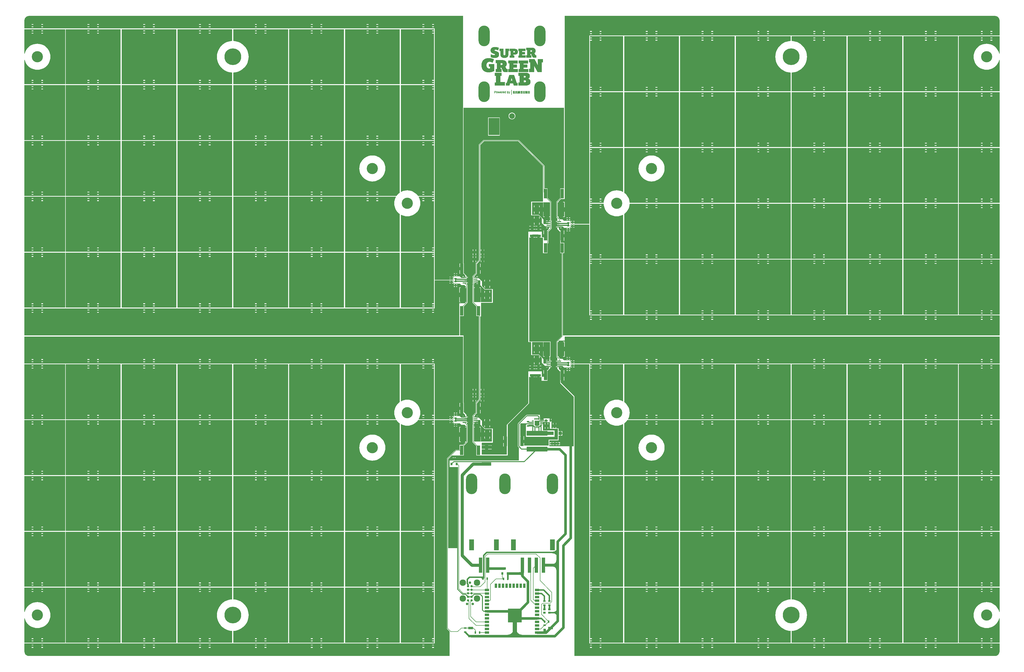
<source format=gtl>
%FSLAX25Y25*%
%MOIN*%
G70*
G01*
G75*
G04 Layer_Physical_Order=1*
G04 Layer_Color=255*
%ADD10C,0.01969*%
%ADD11C,0.03543*%
%ADD12R,0.03543X0.02362*%
%ADD13R,0.02362X0.03543*%
%ADD14R,0.07087X0.03543*%
%ADD15R,0.03158X0.03827*%
%ADD16R,0.05118X0.21654*%
%ADD17R,0.07087X0.15354*%
%ADD18R,0.03543X0.05906*%
%ADD19R,0.05906X0.03543*%
%ADD20R,0.19685X0.19685*%
%ADD21R,0.03543X0.07087*%
%ADD22R,0.05118X0.02756*%
%ADD23R,0.06693X0.09843*%
%ADD24R,0.04803X0.04921*%
%ADD25C,0.03150*%
%ADD26R,0.15354X0.24410*%
%ADD27R,0.12992X0.17323*%
%ADD28R,0.09252X0.20079*%
%ADD29R,0.29528X0.07087*%
%ADD30R,0.01378X0.02165*%
%ADD31R,0.11024X0.04921*%
%ADD32R,0.04724X0.13386*%
%ADD33R,0.06693X0.07874*%
%ADD34R,0.05315X0.01772*%
%ADD35R,0.06693X0.06693*%
%ADD36R,0.01181X0.03150*%
%ADD37R,0.03150X0.01181*%
%ADD38R,0.13386X0.04724*%
%ADD39R,0.03543X0.03150*%
%ADD40C,0.00100*%
%ADD41C,0.00591*%
%ADD42C,0.03937*%
%ADD43C,0.02362*%
%ADD44C,0.04331*%
%ADD45C,0.01181*%
%ADD46C,0.01575*%
%ADD47C,0.02756*%
%ADD48C,0.04724*%
%ADD49C,0.05906*%
%ADD50C,0.03150*%
%ADD51C,0.03543*%
%ADD52C,0.09055*%
%ADD53C,0.07874*%
%ADD54O,0.15748X0.29134*%
%ADD55C,0.15748*%
%ADD56C,0.23622*%
G36*
X-473228Y115551D02*
Y39961D01*
X-505118D01*
Y39961D01*
X-518504D01*
Y39961D01*
X-550394D01*
Y114764D01*
Y117520D01*
X-473228D01*
Y115551D01*
D02*
G37*
G36*
X-551968D02*
Y39961D01*
X-583858D01*
Y39961D01*
X-597244D01*
Y39961D01*
X-629134D01*
Y114764D01*
Y117520D01*
X-551968D01*
Y115551D01*
D02*
G37*
G36*
X-630110Y111810D02*
Y39960D01*
X-662598D01*
Y39961D01*
X-675984D01*
Y39960D01*
X-687571D01*
Y117519D01*
X-630110D01*
Y111810D01*
D02*
G37*
G36*
X-237008Y115551D02*
Y39961D01*
X-268898D01*
Y39961D01*
X-282283D01*
Y39961D01*
X-314173D01*
Y114764D01*
Y117520D01*
X-237008D01*
Y115551D01*
D02*
G37*
G36*
X-315748D02*
Y39961D01*
X-347638D01*
Y39961D01*
X-361024D01*
Y39961D01*
X-392914D01*
Y114764D01*
Y117520D01*
X-315748D01*
Y115551D01*
D02*
G37*
G36*
X-394488D02*
Y39961D01*
X-426378D01*
Y39961D01*
X-439764D01*
Y39961D01*
X-471654D01*
Y114764D01*
Y117520D01*
X-394488D01*
Y115551D01*
D02*
G37*
G36*
X-110040Y-120472D02*
X-112598D01*
Y-121457D01*
X-110040D01*
Y-123622D01*
X-112598D01*
Y-124803D01*
X-110040D01*
Y-190157D01*
X-112598D01*
Y-191339D01*
X-110040D01*
Y-193504D01*
X-112598D01*
Y-194488D01*
X-110040D01*
Y-196260D01*
X-111417D01*
Y-196260D01*
X-124803D01*
Y-196260D01*
X-156693D01*
Y-124688D01*
X-156269Y-124424D01*
X-154659Y-125218D01*
X-152386Y-125989D01*
X-150032Y-126457D01*
X-147638Y-126614D01*
X-145243Y-126457D01*
X-142889Y-125989D01*
X-140617Y-125218D01*
X-138465Y-124156D01*
X-136469Y-122823D01*
X-134665Y-121241D01*
X-133083Y-119436D01*
X-132591Y-118701D01*
X-110040D01*
Y-120472D01*
D02*
G37*
G36*
X550394Y269094D02*
Y266339D01*
X473228D01*
Y268307D01*
Y343898D01*
X505118D01*
Y343898D01*
X518504D01*
Y343898D01*
X550394D01*
Y269094D01*
D02*
G37*
G36*
X471654D02*
Y266339D01*
X394488D01*
Y268307D01*
Y343898D01*
X426378D01*
Y343898D01*
X439764D01*
Y343898D01*
X471654D01*
Y269094D01*
D02*
G37*
G36*
X-82579Y74114D02*
X-82185Y73721D01*
X-73524D01*
X-71457Y71653D01*
X-66857D01*
X-64387Y69183D01*
Y68504D01*
X-65847D01*
Y57873D01*
Y47244D01*
X-65612D01*
X-65420Y46782D01*
X-66140Y46063D01*
X-74410D01*
Y41732D01*
Y787D01*
X-687571D01*
Y38780D01*
X-675984D01*
Y38780D01*
X-662598D01*
Y38780D01*
X-597244D01*
Y38780D01*
X-583858D01*
Y38780D01*
X-518504D01*
Y38780D01*
X-505118D01*
Y38780D01*
X-439764D01*
Y38780D01*
X-426378D01*
Y38780D01*
X-361024D01*
Y38780D01*
X-347638D01*
Y38780D01*
X-282283D01*
Y38780D01*
X-268898D01*
Y38780D01*
X-203543D01*
Y38780D01*
X-190157D01*
Y38780D01*
X-124803D01*
Y38780D01*
X-111417D01*
Y38780D01*
X-109055D01*
Y75098D01*
Y78248D01*
X-82579D01*
Y74114D01*
D02*
G37*
G36*
X687571Y266340D02*
X630110D01*
Y272048D01*
Y343899D01*
X662598D01*
Y343898D01*
X675984D01*
Y343899D01*
X687571D01*
Y266340D01*
D02*
G37*
G36*
X629134Y269094D02*
Y266339D01*
X551968D01*
Y268307D01*
Y343898D01*
X583858D01*
Y343898D01*
X597244D01*
Y343898D01*
X629134D01*
Y269094D01*
D02*
G37*
G36*
X-473228Y194291D02*
Y118701D01*
X-505118D01*
Y118701D01*
X-518504D01*
Y118701D01*
X-550394D01*
Y193504D01*
Y196260D01*
X-473228D01*
Y194291D01*
D02*
G37*
G36*
X-394488D02*
Y118701D01*
X-426378D01*
Y118701D01*
X-439764D01*
Y118701D01*
X-471654D01*
Y193504D01*
Y196260D01*
X-394488D01*
Y194291D01*
D02*
G37*
G36*
X-315748D02*
Y118701D01*
X-347638D01*
Y118701D01*
X-361024D01*
Y118701D01*
X-392914D01*
Y193504D01*
Y196260D01*
X-315748D01*
Y194291D01*
D02*
G37*
G36*
X-237008Y430512D02*
Y354921D01*
X-268898D01*
Y354921D01*
X-282283D01*
Y354921D01*
X-314173D01*
Y429724D01*
Y432480D01*
X-237008D01*
Y430512D01*
D02*
G37*
G36*
X-158268D02*
Y354921D01*
X-190157D01*
Y354921D01*
X-203543D01*
Y354921D01*
X-235433D01*
Y429724D01*
Y432480D01*
X-158268D01*
Y430512D01*
D02*
G37*
G36*
X-110040Y430709D02*
X-112598D01*
Y429724D01*
X-110040D01*
Y427559D01*
X-112598D01*
Y426378D01*
X-110040D01*
Y361024D01*
X-112598D01*
Y359842D01*
X-110040D01*
Y357677D01*
X-112598D01*
Y356693D01*
X-110040D01*
Y354921D01*
X-111417D01*
Y354921D01*
X-124803D01*
Y354921D01*
X-156693D01*
Y432480D01*
X-110040D01*
Y430709D01*
D02*
G37*
G36*
X156693Y345079D02*
X110040D01*
Y346850D01*
X112598D01*
Y347835D01*
X110040D01*
Y350000D01*
X112598D01*
Y351181D01*
X110040D01*
Y416536D01*
X112598D01*
Y417717D01*
X110040D01*
Y419882D01*
X112598D01*
Y420866D01*
X110040D01*
Y422638D01*
X156693D01*
Y345079D01*
D02*
G37*
G36*
X-110040Y115748D02*
X-112598D01*
Y114764D01*
X-110040D01*
Y112598D01*
X-112598D01*
Y111417D01*
X-110040D01*
Y46063D01*
X-112598D01*
Y44882D01*
X-110040D01*
Y42717D01*
X-112598D01*
Y41732D01*
X-110040D01*
Y39961D01*
X-156693D01*
Y117520D01*
X-110040D01*
Y115748D01*
D02*
G37*
G36*
X-158268Y115551D02*
Y39961D01*
X-190157D01*
Y39961D01*
X-203543D01*
Y39961D01*
X-235433D01*
Y114764D01*
Y117520D01*
X-158268D01*
Y115551D01*
D02*
G37*
G36*
X-237008Y194291D02*
Y118701D01*
X-268898D01*
Y118701D01*
X-282283D01*
Y118701D01*
X-314173D01*
Y193504D01*
Y196260D01*
X-237008D01*
Y194291D01*
D02*
G37*
G36*
X-163697Y195835D02*
X-164588Y194029D01*
X-165359Y191756D01*
X-165827Y189403D01*
X-165984Y187008D01*
X-165827Y184613D01*
X-165359Y182260D01*
X-164588Y179987D01*
X-163526Y177835D01*
X-162193Y175839D01*
X-160611Y174035D01*
X-158806Y172453D01*
X-158268Y172093D01*
Y118701D01*
X-190157D01*
Y118701D01*
X-203543D01*
Y118701D01*
X-235433D01*
Y193504D01*
Y196260D01*
X-163961D01*
X-163697Y195835D01*
D02*
G37*
G36*
X-68996Y-94685D02*
X-68701D01*
Y-101970D01*
Y-109252D01*
X-67913D01*
X-67913Y-109252D01*
Y-109252D01*
X-67913Y-109252D01*
X-67224Y-109941D01*
X-65945Y-111221D01*
Y-112795D01*
X-65945D01*
Y-114273D01*
X-66830D01*
Y-115157D01*
X-70079D01*
Y-115157D01*
X-71457D01*
X-73721Y-112894D01*
X-82185D01*
X-82579Y-113287D01*
Y-117618D01*
X-109055D01*
Y-113287D01*
Y-38780D01*
X-687571D01*
Y-787D01*
X-68996D01*
Y-94685D01*
D02*
G37*
G36*
X-110040Y273228D02*
X-112598D01*
Y272244D01*
X-110040D01*
Y270079D01*
X-112598D01*
Y268898D01*
X-110040D01*
Y203543D01*
X-112598D01*
Y202362D01*
X-110040D01*
Y200197D01*
X-112598D01*
Y199213D01*
X-110040D01*
Y197441D01*
X-111417D01*
Y197441D01*
X-124803D01*
Y197441D01*
X-132591D01*
X-133083Y198177D01*
X-134665Y199981D01*
X-136469Y201563D01*
X-138465Y202896D01*
X-140617Y203958D01*
X-142889Y204729D01*
X-145243Y205197D01*
X-147638Y205354D01*
X-150032Y205197D01*
X-152386Y204729D01*
X-154659Y203958D01*
X-156269Y203164D01*
X-156693Y203428D01*
Y275000D01*
X-110040D01*
Y273228D01*
D02*
G37*
G36*
X-630110Y269290D02*
Y197440D01*
X-662598D01*
Y197441D01*
X-675984D01*
Y197440D01*
X-687571D01*
Y274999D01*
X-630110D01*
Y269290D01*
D02*
G37*
G36*
X-110040Y194488D02*
X-112598D01*
Y193504D01*
X-110040D01*
Y191339D01*
X-112598D01*
Y190157D01*
X-110040D01*
Y124803D01*
X-112598D01*
Y123622D01*
X-110040D01*
Y121457D01*
X-112598D01*
Y120472D01*
X-110040D01*
Y118701D01*
X-156693D01*
Y170588D01*
X-156269Y170852D01*
X-154659Y170058D01*
X-152386Y169287D01*
X-150032Y168818D01*
X-147638Y168662D01*
X-145243Y168818D01*
X-142889Y169287D01*
X-140617Y170058D01*
X-138465Y171119D01*
X-136469Y172453D01*
X-134665Y174035D01*
X-133083Y175839D01*
X-131749Y177835D01*
X-130688Y179987D01*
X-129917Y182260D01*
X-129448Y184613D01*
X-129291Y187008D01*
X-129448Y189403D01*
X-129917Y191756D01*
X-130688Y194029D01*
X-131749Y196181D01*
X-131707Y196260D01*
X-124803D01*
Y196260D01*
X-111417D01*
Y196260D01*
X-110040D01*
Y194488D01*
D02*
G37*
G36*
X-473228Y273031D02*
Y197441D01*
X-505118D01*
Y197441D01*
X-518504D01*
Y197441D01*
X-550394D01*
Y272244D01*
Y275000D01*
X-473228D01*
Y273031D01*
D02*
G37*
G36*
X-551968D02*
Y197441D01*
X-583858D01*
Y197441D01*
X-597244D01*
Y197441D01*
X-629134D01*
Y272244D01*
Y275000D01*
X-551968D01*
Y273031D01*
D02*
G37*
G36*
X109055Y-433661D02*
X687571D01*
Y-444882D01*
X687577Y-444909D01*
X687455Y-446145D01*
X687087Y-447361D01*
X686488Y-448481D01*
X685682Y-449462D01*
X684701Y-450268D01*
X683581Y-450866D01*
X682366Y-451235D01*
X681129Y-451357D01*
X681102Y-451351D01*
Y-451351D01*
X681101Y-451351D01*
X87894D01*
Y-84941D01*
X68701Y-65748D01*
Y-62795D01*
X68701D01*
Y-55513D01*
Y-48228D01*
X67913D01*
X67913Y-48228D01*
X67913D01*
X67913D01*
X67913Y-48228D01*
Y-48228D01*
X67913D01*
Y-48228D01*
X67224Y-47539D01*
X65945Y-46260D01*
Y-44685D01*
X65945D01*
Y-43208D01*
X66830D01*
Y-42323D01*
X70079D01*
Y-42323D01*
X71457D01*
X73721Y-44587D01*
X82185D01*
X82579Y-44193D01*
Y-39862D01*
X109055D01*
Y-433661D01*
D02*
G37*
G36*
X471654Y347835D02*
Y345079D01*
X394488D01*
Y347047D01*
Y371461D01*
X396610Y371600D01*
X399470Y372169D01*
X402232Y373106D01*
X404847Y374395D01*
X407271Y376015D01*
X409464Y377938D01*
X411386Y380130D01*
X413006Y382555D01*
X414296Y385170D01*
X415233Y387931D01*
X415802Y390791D01*
X415993Y393701D01*
X415802Y396610D01*
X415233Y399470D01*
X414296Y402232D01*
X413006Y404847D01*
X411386Y407271D01*
X409464Y409464D01*
X407271Y411386D01*
X404847Y413006D01*
X402232Y414296D01*
X399470Y415233D01*
X396610Y415802D01*
X394488Y415941D01*
Y422638D01*
X426378D01*
Y422638D01*
X439764D01*
Y422638D01*
X471654D01*
Y347835D01*
D02*
G37*
G36*
X550394D02*
Y345079D01*
X473228D01*
Y347047D01*
Y422638D01*
X505118D01*
Y422638D01*
X518504D01*
Y422638D01*
X550394D01*
Y347835D01*
D02*
G37*
G36*
X629134D02*
Y345079D01*
X551968D01*
Y347047D01*
Y422638D01*
X583858D01*
Y422638D01*
X597244D01*
Y422638D01*
X629134D01*
Y347835D01*
D02*
G37*
G36*
X235433D02*
Y345079D01*
X158268D01*
Y347047D01*
Y422638D01*
X190157D01*
Y422638D01*
X203543D01*
Y422638D01*
X235433D01*
Y347835D01*
D02*
G37*
G36*
X314173D02*
Y345079D01*
X237008D01*
Y347047D01*
Y422638D01*
X268898D01*
Y422638D01*
X282283D01*
Y422638D01*
X314173D01*
Y347835D01*
D02*
G37*
G36*
X392914Y415941D02*
X390791Y415802D01*
X387931Y415233D01*
X385170Y414296D01*
X382555Y413006D01*
X380130Y411386D01*
X377938Y409464D01*
X376015Y407271D01*
X374395Y404847D01*
X373106Y402232D01*
X372169Y399470D01*
X371600Y396610D01*
X371409Y393701D01*
X371600Y390791D01*
X372169Y387931D01*
X373106Y385170D01*
X374395Y382555D01*
X376015Y380130D01*
X377938Y377938D01*
X380130Y376015D01*
X382555Y374395D01*
X385170Y373106D01*
X387931Y372169D01*
X390791Y371600D01*
X392914Y371461D01*
Y347835D01*
Y345079D01*
X315748D01*
Y347047D01*
Y422638D01*
X347638D01*
Y422638D01*
X361024D01*
Y422638D01*
X392914D01*
Y415941D01*
D02*
G37*
G36*
X235433Y269094D02*
Y266339D01*
X158268D01*
Y268307D01*
Y343898D01*
X190157D01*
Y343898D01*
X203543D01*
Y343898D01*
X235433D01*
Y269094D01*
D02*
G37*
G36*
X50492Y-121752D02*
X53248D01*
Y-131004D01*
X64567D01*
Y-146358D01*
X51673D01*
Y-154724D01*
X17126D01*
Y-150787D01*
X14172D01*
Y-148623D01*
X12008D01*
Y-141339D01*
X11811D01*
Y-123455D01*
X12038Y-123228D01*
X23327D01*
Y-124409D01*
X19685D01*
Y-142126D01*
X60039D01*
Y-133268D01*
X43701D01*
Y-124409D01*
X43307D01*
Y-124311D01*
X41141D01*
Y-123327D01*
X43307D01*
Y-123031D01*
Y-122343D01*
X41141D01*
Y-121358D01*
X43307D01*
Y-121260D01*
X45669D01*
Y-118504D01*
X50492D01*
Y-121752D01*
D02*
G37*
G36*
X-681102Y451351D02*
X-68996D01*
Y102165D01*
X-68701D01*
Y94881D01*
Y87598D01*
X-67913D01*
X-67224Y86909D01*
X-65945Y85630D01*
Y84055D01*
X-65945D01*
Y82578D01*
X-66830D01*
Y81693D01*
X-70079D01*
Y81693D01*
X-71457D01*
X-73721Y83957D01*
X-82185D01*
X-82579Y83563D01*
Y79232D01*
X-109055D01*
Y433661D01*
X-687571D01*
Y444882D01*
X-687577Y444909D01*
X-687455Y446145D01*
X-687087Y447361D01*
X-686488Y448481D01*
X-685682Y449462D01*
X-684701Y450268D01*
X-683581Y450866D01*
X-682366Y451235D01*
X-681130Y451356D01*
X-681102Y451351D01*
D02*
G37*
G36*
X-630110Y-360631D02*
Y-432481D01*
X-662598D01*
Y-432480D01*
X-675984D01*
Y-432481D01*
X-687571D01*
Y-398190D01*
X-687074Y-398141D01*
X-687013Y-398449D01*
X-686241Y-400722D01*
X-685180Y-402874D01*
X-683847Y-404869D01*
X-682264Y-406674D01*
X-680460Y-408256D01*
X-678465Y-409589D01*
X-676312Y-410651D01*
X-674040Y-411422D01*
X-671686Y-411890D01*
X-669291Y-412047D01*
X-666897Y-411890D01*
X-664543Y-411422D01*
X-662270Y-410651D01*
X-660118Y-409589D01*
X-658123Y-408256D01*
X-656319Y-406674D01*
X-654736Y-404869D01*
X-653403Y-402874D01*
X-652342Y-400722D01*
X-651570Y-398449D01*
X-651102Y-396095D01*
X-650945Y-393701D01*
X-651102Y-391306D01*
X-651570Y-388952D01*
X-652342Y-386680D01*
X-653403Y-384528D01*
X-654736Y-382532D01*
X-656319Y-380728D01*
X-658123Y-379146D01*
X-660118Y-377812D01*
X-662270Y-376751D01*
X-664543Y-375980D01*
X-666897Y-375511D01*
X-669291Y-375354D01*
X-671686Y-375511D01*
X-674040Y-375980D01*
X-676312Y-376751D01*
X-678465Y-377812D01*
X-680460Y-379146D01*
X-682264Y-380728D01*
X-683847Y-382532D01*
X-685180Y-384528D01*
X-686241Y-386680D01*
X-687013Y-388952D01*
X-687074Y-389261D01*
X-687571Y-389212D01*
Y-354922D01*
X-630110D01*
Y-360631D01*
D02*
G37*
G36*
X392914Y269094D02*
Y266339D01*
X315748D01*
Y268307D01*
Y343898D01*
X347638D01*
Y343898D01*
X361024D01*
Y343898D01*
X392914D01*
Y269094D01*
D02*
G37*
G36*
X314173D02*
Y266339D01*
X237008D01*
Y268307D01*
Y343898D01*
X268898D01*
Y343898D01*
X282283D01*
Y343898D01*
X314173D01*
Y269094D01*
D02*
G37*
G36*
X-237008Y273031D02*
Y197441D01*
X-268898D01*
Y197441D01*
X-282283D01*
Y197441D01*
X-314173D01*
Y272244D01*
Y275000D01*
X-237008D01*
Y273031D01*
D02*
G37*
G36*
X-315748D02*
Y197441D01*
X-347638D01*
Y197441D01*
X-361024D01*
Y197441D01*
X-392914D01*
Y272244D01*
Y275000D01*
X-315748D01*
Y273031D01*
D02*
G37*
G36*
X-394488D02*
Y197441D01*
X-426378D01*
Y197441D01*
X-439764D01*
Y197441D01*
X-471654D01*
Y272244D01*
Y275000D01*
X-394488D01*
Y273031D01*
D02*
G37*
G36*
X-630110Y426771D02*
Y354920D01*
X-662598D01*
Y354921D01*
X-675984D01*
Y354920D01*
X-687571D01*
Y389212D01*
X-687074Y389261D01*
X-687013Y388952D01*
X-686241Y386680D01*
X-685180Y384528D01*
X-683847Y382532D01*
X-682264Y380728D01*
X-680460Y379146D01*
X-678465Y377812D01*
X-676312Y376751D01*
X-674040Y375980D01*
X-671686Y375511D01*
X-669291Y375354D01*
X-666897Y375511D01*
X-664543Y375980D01*
X-662270Y376751D01*
X-660118Y377812D01*
X-658123Y379146D01*
X-656319Y380728D01*
X-654736Y382532D01*
X-653403Y384528D01*
X-652342Y386680D01*
X-651570Y388952D01*
X-651102Y391306D01*
X-650945Y393701D01*
X-651102Y396095D01*
X-651570Y398449D01*
X-652342Y400722D01*
X-653403Y402874D01*
X-654736Y404869D01*
X-656319Y406674D01*
X-658123Y408256D01*
X-660118Y409589D01*
X-662270Y410651D01*
X-664543Y411422D01*
X-666897Y411890D01*
X-669291Y412047D01*
X-671686Y411890D01*
X-674040Y411422D01*
X-676312Y410651D01*
X-678465Y409589D01*
X-680460Y408256D01*
X-682264Y406674D01*
X-683847Y404869D01*
X-685180Y402874D01*
X-686241Y400722D01*
X-687013Y398449D01*
X-687074Y398141D01*
X-687571Y398190D01*
Y432479D01*
X-630110D01*
Y426771D01*
D02*
G37*
G36*
X73327Y307480D02*
Y275590D01*
Y208071D01*
X68504D01*
Y208071D01*
X67913D01*
Y194486D01*
X62846Y189418D01*
X62650Y189125D01*
X62581Y188779D01*
Y167815D01*
X62650Y167469D01*
X62846Y167176D01*
X64173Y165849D01*
Y162795D01*
X63583D01*
Y159843D01*
Y159646D01*
X66832D01*
Y157874D01*
X63583D01*
Y157283D01*
Y157087D01*
X66832D01*
Y155315D01*
X63583D01*
Y154724D01*
Y152165D01*
X64173D01*
Y150394D01*
X67913Y146653D01*
Y116732D01*
X69963D01*
Y-315D01*
X62846Y-7432D01*
X62650Y-7725D01*
X62581Y-8071D01*
Y-28910D01*
X62650Y-29256D01*
X62846Y-29549D01*
X64173Y-30876D01*
Y-34055D01*
X63583D01*
Y-37008D01*
Y-37205D01*
X66832D01*
Y-38976D01*
X63583D01*
Y-39567D01*
Y-39764D01*
X66832D01*
Y-41535D01*
X63583D01*
Y-42126D01*
Y-44685D01*
X64173D01*
Y-46457D01*
X67913Y-50197D01*
Y-62795D01*
Y-62795D01*
Y-66535D01*
X67913Y-66535D01*
X86910Y-85532D01*
Y-155512D01*
X52658D01*
Y-147343D01*
X65748D01*
Y-140453D01*
X67677D01*
Y-137403D01*
Y-134350D01*
X65748D01*
Y-130118D01*
X62500D01*
Y-128445D01*
X57776D01*
Y-130118D01*
X55807D01*
Y-121752D01*
Y-120276D01*
X54034D01*
Y-119391D01*
X53150D01*
Y-117028D01*
X53150D01*
Y-116339D01*
X44685D01*
Y-120472D01*
X43307D01*
Y-120374D01*
X41141D01*
Y-119883D01*
X40650D01*
Y-118701D01*
X39469D01*
Y-111394D01*
X36614D01*
X36614Y-111394D01*
X36614Y-111394D01*
X20965D01*
X20504Y-111486D01*
X20113Y-111747D01*
X20113Y-111747D01*
X8696Y-123164D01*
X8435Y-123555D01*
X8343Y-124016D01*
X8343Y-124016D01*
Y-155610D01*
X8343Y-155610D01*
X8435Y-156071D01*
X8696Y-156462D01*
X9547Y-157313D01*
Y-175591D01*
X-79425D01*
Y-174173D01*
X-83764D01*
Y-175591D01*
X-87894D01*
Y-185039D01*
X-76012D01*
Y-299213D01*
X-89943D01*
Y-173602D01*
X-85042Y-168701D01*
X-67913D01*
Y-155116D01*
X-62846Y-150048D01*
X-62650Y-149755D01*
X-62638Y-149698D01*
X-62581Y-149409D01*
X-62581Y-149409D01*
Y-125295D01*
X-62650Y-124950D01*
X-62846Y-124657D01*
X-63583Y-123920D01*
Y-123425D01*
Y-120866D01*
Y-120276D01*
X-66832D01*
Y-118504D01*
X-63583D01*
Y-118307D01*
Y-117717D01*
X-66832D01*
Y-115945D01*
X-63583D01*
Y-115748D01*
Y-112795D01*
X-64173D01*
Y-111024D01*
X-67913Y-107283D01*
Y-94193D01*
X-68307D01*
X-68307Y-93430D01*
Y-53051D01*
X-68307Y787D01*
X-73425D01*
Y28150D01*
X-67913D01*
Y41734D01*
X-62846Y46802D01*
X-62650Y47095D01*
X-62638Y47153D01*
X-62581Y47441D01*
X-62581Y47441D01*
Y71555D01*
X-62650Y71901D01*
X-62846Y72194D01*
X-63685Y73033D01*
X-63583Y73425D01*
Y75984D01*
Y76575D01*
X-66832D01*
Y78347D01*
X-63583D01*
Y78543D01*
Y79134D01*
X-66832D01*
Y80905D01*
X-63583D01*
Y81102D01*
Y84055D01*
X-64173D01*
Y84842D01*
X-67913Y88583D01*
Y101575D01*
Y102165D01*
X-68062D01*
Y102165D01*
X-68249Y102618D01*
X-68357Y102662D01*
Y321752D01*
X73327D01*
Y307480D01*
D02*
G37*
G36*
X-158268Y273031D02*
Y201923D01*
X-158806Y201563D01*
X-160611Y199981D01*
X-162193Y198177D01*
X-162684Y197441D01*
X-190157D01*
Y197441D01*
X-203543D01*
Y197441D01*
X-235433D01*
Y272244D01*
Y275000D01*
X-158268D01*
Y273031D01*
D02*
G37*
G36*
X550394Y190354D02*
Y187599D01*
X473228D01*
Y189567D01*
Y265158D01*
X505118D01*
Y265158D01*
X518504D01*
Y265158D01*
X550394D01*
Y190354D01*
D02*
G37*
G36*
X471654D02*
Y187599D01*
X394488D01*
Y189567D01*
Y265158D01*
X426378D01*
Y265158D01*
X439764D01*
Y265158D01*
X471654D01*
Y190354D01*
D02*
G37*
G36*
X392914D02*
Y187599D01*
X315748D01*
Y189567D01*
Y265158D01*
X347638D01*
Y265158D01*
X361024D01*
Y265158D01*
X392914D01*
Y190354D01*
D02*
G37*
G36*
X156693Y266339D02*
X124803D01*
Y266339D01*
X111417D01*
Y266339D01*
X110040D01*
Y268110D01*
X112598D01*
Y269094D01*
X110040D01*
Y271260D01*
X112598D01*
Y272441D01*
X110040D01*
Y337795D01*
X112598D01*
Y338976D01*
X110040D01*
Y341142D01*
X112598D01*
Y342126D01*
X110040D01*
Y343898D01*
X156693D01*
Y266339D01*
D02*
G37*
G36*
X687571Y187600D02*
X630110D01*
Y193308D01*
Y265159D01*
X662598D01*
Y265158D01*
X675984D01*
Y265159D01*
X687571D01*
Y187600D01*
D02*
G37*
G36*
X629134Y190354D02*
Y187599D01*
X551968D01*
Y189567D01*
Y265158D01*
X583858D01*
Y265158D01*
X597244D01*
Y265158D01*
X629134D01*
Y190354D01*
D02*
G37*
G36*
X687571Y-353739D02*
X630110D01*
Y-348030D01*
Y-276180D01*
X662598D01*
Y-276181D01*
X675984D01*
Y-276180D01*
X687571D01*
Y-353739D01*
D02*
G37*
G36*
X-630110Y-203151D02*
Y-275001D01*
X-662598D01*
Y-275000D01*
X-675984D01*
Y-275001D01*
X-687571D01*
Y-197442D01*
X-630110D01*
Y-203151D01*
D02*
G37*
G36*
X-110040Y-199213D02*
X-112598D01*
Y-200197D01*
X-110040D01*
Y-202362D01*
X-112598D01*
Y-203543D01*
X-110040D01*
Y-268898D01*
X-112598D01*
Y-270079D01*
X-110040D01*
Y-272244D01*
X-112598D01*
Y-273228D01*
X-110040D01*
Y-275000D01*
X-111417D01*
Y-275000D01*
X-124803D01*
Y-275000D01*
X-156693D01*
Y-197441D01*
X-110040D01*
Y-199213D01*
D02*
G37*
G36*
X314173Y190354D02*
Y187599D01*
X237008D01*
Y189567D01*
Y265158D01*
X268898D01*
Y265158D01*
X282283D01*
Y265158D01*
X314173D01*
Y190354D01*
D02*
G37*
G36*
X235433D02*
Y187599D01*
X165945D01*
X165827Y189403D01*
X165359Y191756D01*
X164588Y194029D01*
X163526Y196181D01*
X162193Y198177D01*
X160611Y199981D01*
X158806Y201563D01*
X158268Y201923D01*
Y265158D01*
X190157D01*
Y265158D01*
X203543D01*
Y265158D01*
X235433D01*
Y190354D01*
D02*
G37*
G36*
X156693Y203428D02*
X156269Y203164D01*
X154659Y203958D01*
X152386Y204729D01*
X150032Y205197D01*
X147638Y205354D01*
X145243Y205197D01*
X142889Y204729D01*
X140617Y203958D01*
X138465Y202896D01*
X136469Y201563D01*
X134665Y199981D01*
X133083Y198177D01*
X131749Y196181D01*
X130688Y194029D01*
X129917Y191756D01*
X129448Y189403D01*
X129330Y187599D01*
X110040D01*
Y189370D01*
X112598D01*
Y190354D01*
X110040D01*
Y192520D01*
X112598D01*
Y193701D01*
X110040D01*
Y259055D01*
X112598D01*
Y260236D01*
X110040D01*
Y262402D01*
X112598D01*
Y263386D01*
X110040D01*
Y265158D01*
X111417D01*
Y265158D01*
X124803D01*
Y265158D01*
X156693D01*
Y203428D01*
D02*
G37*
G36*
X392914Y-371461D02*
X390791Y-371600D01*
X387931Y-372169D01*
X385170Y-373106D01*
X382555Y-374395D01*
X380130Y-376015D01*
X377938Y-377938D01*
X376015Y-380130D01*
X374395Y-382555D01*
X373106Y-385170D01*
X372169Y-387931D01*
X371600Y-390791D01*
X371409Y-393701D01*
X371600Y-396610D01*
X372169Y-399470D01*
X373106Y-402232D01*
X374395Y-404847D01*
X376015Y-407271D01*
X377938Y-409464D01*
X380130Y-411386D01*
X382555Y-413006D01*
X385170Y-414296D01*
X387931Y-415233D01*
X390791Y-415802D01*
X392914Y-415941D01*
Y-429724D01*
Y-432480D01*
X315748D01*
Y-430512D01*
Y-354921D01*
X347638D01*
Y-354921D01*
X361024D01*
Y-354921D01*
X392914D01*
Y-371461D01*
D02*
G37*
G36*
X314173Y-429724D02*
Y-432480D01*
X237008D01*
Y-430512D01*
Y-354921D01*
X268898D01*
Y-354921D01*
X282283D01*
Y-354921D01*
X314173D01*
Y-429724D01*
D02*
G37*
G36*
X235433D02*
Y-432480D01*
X158268D01*
Y-430512D01*
Y-354921D01*
X190157D01*
Y-354921D01*
X203543D01*
Y-354921D01*
X235433D01*
Y-429724D01*
D02*
G37*
G36*
X629134D02*
Y-432480D01*
X551968D01*
Y-430512D01*
Y-354921D01*
X583858D01*
Y-354921D01*
X597244D01*
Y-354921D01*
X629134D01*
Y-429724D01*
D02*
G37*
G36*
X550394D02*
Y-432480D01*
X473228D01*
Y-430512D01*
Y-354921D01*
X505118D01*
Y-354921D01*
X518504D01*
Y-354921D01*
X550394D01*
Y-429724D01*
D02*
G37*
G36*
X471654D02*
Y-432480D01*
X394488D01*
Y-430512D01*
Y-415941D01*
X396610Y-415802D01*
X399470Y-415233D01*
X402232Y-414296D01*
X404847Y-413006D01*
X407271Y-411386D01*
X409464Y-409464D01*
X411386Y-407271D01*
X413006Y-404847D01*
X414296Y-402232D01*
X415233Y-399470D01*
X415802Y-396610D01*
X415993Y-393701D01*
X415802Y-390791D01*
X415233Y-387931D01*
X414296Y-385170D01*
X413006Y-382555D01*
X411386Y-380130D01*
X409464Y-377938D01*
X407271Y-376015D01*
X404847Y-374395D01*
X402232Y-373106D01*
X399470Y-372169D01*
X396610Y-371600D01*
X394488Y-371461D01*
Y-354921D01*
X426378D01*
Y-354921D01*
X439764D01*
Y-354921D01*
X471654D01*
Y-429724D01*
D02*
G37*
G36*
Y-350984D02*
Y-353740D01*
X394488D01*
Y-351772D01*
Y-276181D01*
X426378D01*
Y-276181D01*
X439764D01*
Y-276181D01*
X471654D01*
Y-350984D01*
D02*
G37*
G36*
X550394D02*
Y-353740D01*
X473228D01*
Y-351772D01*
Y-276181D01*
X505118D01*
Y-276181D01*
X518504D01*
Y-276181D01*
X550394D01*
Y-350984D01*
D02*
G37*
G36*
X629134D02*
Y-353740D01*
X551968D01*
Y-351772D01*
Y-276181D01*
X583858D01*
Y-276181D01*
X597244D01*
Y-276181D01*
X629134D01*
Y-350984D01*
D02*
G37*
G36*
X156693Y-432480D02*
X110040D01*
Y-430709D01*
X112598D01*
Y-429724D01*
X110040D01*
Y-427559D01*
X112598D01*
Y-426378D01*
X110040D01*
Y-361024D01*
X112598D01*
Y-359842D01*
X110040D01*
Y-357677D01*
X112598D01*
Y-356693D01*
X110040D01*
Y-354921D01*
X111417D01*
Y-354921D01*
X124803D01*
Y-354921D01*
X156693D01*
Y-432480D01*
D02*
G37*
G36*
X314173Y-350984D02*
Y-353740D01*
X237008D01*
Y-351772D01*
Y-276181D01*
X268898D01*
Y-276181D01*
X282283D01*
Y-276181D01*
X314173D01*
Y-350984D01*
D02*
G37*
G36*
X392914D02*
Y-353740D01*
X315748D01*
Y-351772D01*
Y-276181D01*
X347638D01*
Y-276181D01*
X361024D01*
Y-276181D01*
X392914D01*
Y-350984D01*
D02*
G37*
G36*
X156693Y-353740D02*
X110040D01*
Y-351969D01*
X112598D01*
Y-350984D01*
X110040D01*
Y-348819D01*
X112598D01*
Y-347638D01*
X110040D01*
Y-282283D01*
X112598D01*
Y-281102D01*
X110040D01*
Y-278937D01*
X112598D01*
Y-277953D01*
X110040D01*
Y-276181D01*
X111417D01*
Y-276181D01*
X124803D01*
Y-276181D01*
X156693D01*
Y-353740D01*
D02*
G37*
G36*
X-110040Y-277953D02*
X-112598D01*
Y-278937D01*
X-110040D01*
Y-281102D01*
X-112598D01*
Y-282283D01*
X-110040D01*
Y-347638D01*
X-112598D01*
Y-348819D01*
X-110040D01*
Y-350984D01*
X-112598D01*
Y-351969D01*
X-110040D01*
Y-353740D01*
X-156693D01*
Y-276181D01*
X-124803D01*
Y-276181D01*
X-111417D01*
Y-276181D01*
X-110040D01*
Y-277953D01*
D02*
G37*
G36*
X-630110Y190550D02*
Y118700D01*
X-662598D01*
Y118701D01*
X-675984D01*
Y118700D01*
X-687571D01*
Y196259D01*
X-630110D01*
Y190550D01*
D02*
G37*
G36*
X-237008Y-278150D02*
Y-353740D01*
X-268898D01*
Y-353740D01*
X-282283D01*
Y-353740D01*
X-314173D01*
Y-278937D01*
Y-276181D01*
X-237008D01*
Y-278150D01*
D02*
G37*
G36*
X-158268D02*
Y-353740D01*
X-190157D01*
Y-353740D01*
X-203543D01*
Y-353740D01*
X-235433D01*
Y-278937D01*
Y-276181D01*
X-158268D01*
Y-278150D01*
D02*
G37*
G36*
X235433Y-350984D02*
Y-353740D01*
X158268D01*
Y-351772D01*
Y-276181D01*
X190157D01*
Y-276181D01*
X203543D01*
Y-276181D01*
X235433D01*
Y-350984D01*
D02*
G37*
G36*
X-473228Y430512D02*
Y354921D01*
X-505118D01*
Y354921D01*
X-518504D01*
Y354921D01*
X-550394D01*
Y429724D01*
Y432480D01*
X-473228D01*
Y430512D01*
D02*
G37*
G36*
X-394488D02*
Y415941D01*
X-396610Y415802D01*
X-399470Y415233D01*
X-402232Y414296D01*
X-404847Y413006D01*
X-407271Y411386D01*
X-409464Y409464D01*
X-411386Y407271D01*
X-413006Y404847D01*
X-414296Y402232D01*
X-415233Y399470D01*
X-415802Y396610D01*
X-415993Y393701D01*
X-415802Y390791D01*
X-415233Y387931D01*
X-414296Y385170D01*
X-413006Y382555D01*
X-411386Y380130D01*
X-409464Y377938D01*
X-407271Y376015D01*
X-404847Y374395D01*
X-402232Y373106D01*
X-399470Y372169D01*
X-396610Y371600D01*
X-394488Y371461D01*
Y354921D01*
X-426378D01*
Y354921D01*
X-439764D01*
Y354921D01*
X-471654D01*
Y429724D01*
Y432480D01*
X-394488D01*
Y430512D01*
D02*
G37*
G36*
X-315748D02*
Y354921D01*
X-347638D01*
Y354921D01*
X-361024D01*
Y354921D01*
X-392914D01*
Y371461D01*
X-390791Y371600D01*
X-387931Y372169D01*
X-385170Y373106D01*
X-382555Y374395D01*
X-380130Y376015D01*
X-377938Y377938D01*
X-376015Y380130D01*
X-374395Y382555D01*
X-373106Y385170D01*
X-372169Y387931D01*
X-371600Y390791D01*
X-371409Y393701D01*
X-371600Y396610D01*
X-372169Y399470D01*
X-373106Y402232D01*
X-374395Y404847D01*
X-376015Y407271D01*
X-377938Y409464D01*
X-380130Y411386D01*
X-382555Y413006D01*
X-385170Y414296D01*
X-387931Y415233D01*
X-390791Y415802D01*
X-392914Y415941D01*
Y429724D01*
Y432480D01*
X-315748D01*
Y430512D01*
D02*
G37*
G36*
X156693Y-91848D02*
X156269Y-92112D01*
X154659Y-91318D01*
X152386Y-90547D01*
X150032Y-90078D01*
X147638Y-89921D01*
X145243Y-90078D01*
X142889Y-90547D01*
X140617Y-91318D01*
X138465Y-92379D01*
X136469Y-93713D01*
X134665Y-95295D01*
X133083Y-97099D01*
X131749Y-99095D01*
X130688Y-101247D01*
X129917Y-103519D01*
X129448Y-105873D01*
X129291Y-108268D01*
X129448Y-110662D01*
X129917Y-113016D01*
X130688Y-115289D01*
X131579Y-117095D01*
X131315Y-117520D01*
X110040D01*
Y-115748D01*
X112598D01*
Y-114764D01*
X110040D01*
Y-112598D01*
X112598D01*
Y-111417D01*
X110040D01*
Y-46063D01*
X112598D01*
Y-44882D01*
X110040D01*
Y-42717D01*
X112598D01*
Y-41732D01*
X110040D01*
Y-39961D01*
X156693D01*
Y-91848D01*
D02*
G37*
G36*
X-551968Y194291D02*
Y118701D01*
X-583858D01*
Y118701D01*
X-597244D01*
Y118701D01*
X-629134D01*
Y193504D01*
Y196260D01*
X-551968D01*
Y194291D01*
D02*
G37*
G36*
Y430512D02*
Y354921D01*
X-583858D01*
Y354921D01*
X-597244D01*
Y354921D01*
X-629134D01*
Y429724D01*
Y432480D01*
X-551968D01*
Y430512D01*
D02*
G37*
G36*
X-315748Y-199409D02*
Y-275000D01*
X-347638D01*
Y-275000D01*
X-361024D01*
Y-275000D01*
X-392914D01*
Y-200197D01*
Y-197441D01*
X-315748D01*
Y-199409D01*
D02*
G37*
G36*
X-237008D02*
Y-275000D01*
X-268898D01*
Y-275000D01*
X-282283D01*
Y-275000D01*
X-314173D01*
Y-200197D01*
Y-197441D01*
X-237008D01*
Y-199409D01*
D02*
G37*
G36*
X-158268D02*
Y-275000D01*
X-190157D01*
Y-275000D01*
X-203543D01*
Y-275000D01*
X-235433D01*
Y-200197D01*
Y-197441D01*
X-158268D01*
Y-199409D01*
D02*
G37*
G36*
X-551968D02*
Y-275000D01*
X-583858D01*
Y-275000D01*
X-597244D01*
Y-275000D01*
X-629134D01*
Y-200197D01*
Y-197441D01*
X-551968D01*
Y-199409D01*
D02*
G37*
G36*
X-473228D02*
Y-275000D01*
X-505118D01*
Y-275000D01*
X-518504D01*
Y-275000D01*
X-550394D01*
Y-200197D01*
Y-197441D01*
X-473228D01*
Y-199409D01*
D02*
G37*
G36*
X-394488D02*
Y-275000D01*
X-426378D01*
Y-275000D01*
X-439764D01*
Y-275000D01*
X-471654D01*
Y-200197D01*
Y-197441D01*
X-394488D01*
Y-199409D01*
D02*
G37*
G36*
X-473228Y-278150D02*
Y-353740D01*
X-505118D01*
Y-353740D01*
X-518504D01*
Y-353740D01*
X-550394D01*
Y-278937D01*
Y-276181D01*
X-473228D01*
Y-278150D01*
D02*
G37*
G36*
X-394488D02*
Y-353740D01*
X-426378D01*
Y-353740D01*
X-439764D01*
Y-353740D01*
X-471654D01*
Y-278937D01*
Y-276181D01*
X-394488D01*
Y-278150D01*
D02*
G37*
G36*
X-315748D02*
Y-353740D01*
X-347638D01*
Y-353740D01*
X-361024D01*
Y-353740D01*
X-392914D01*
Y-278937D01*
Y-276181D01*
X-315748D01*
Y-278150D01*
D02*
G37*
G36*
X687571Y-389212D02*
X687074Y-389261D01*
X687013Y-388952D01*
X686241Y-386680D01*
X685180Y-384528D01*
X683847Y-382532D01*
X682264Y-380728D01*
X680460Y-379146D01*
X678465Y-377812D01*
X676312Y-376751D01*
X674040Y-375980D01*
X671686Y-375511D01*
X669291Y-375354D01*
X666897Y-375511D01*
X664543Y-375980D01*
X662270Y-376751D01*
X660118Y-377812D01*
X658123Y-379146D01*
X656319Y-380728D01*
X654736Y-382532D01*
X653403Y-384528D01*
X652342Y-386680D01*
X651570Y-388952D01*
X651102Y-391306D01*
X650945Y-393701D01*
X651102Y-396095D01*
X651570Y-398449D01*
X652342Y-400722D01*
X653403Y-402874D01*
X654736Y-404869D01*
X656319Y-406674D01*
X658123Y-408256D01*
X660118Y-409589D01*
X662270Y-410651D01*
X664543Y-411422D01*
X666897Y-411890D01*
X669291Y-412047D01*
X671686Y-411890D01*
X674040Y-411422D01*
X676312Y-410651D01*
X678465Y-409589D01*
X680460Y-408256D01*
X682264Y-406674D01*
X683847Y-404869D01*
X685180Y-402874D01*
X686241Y-400722D01*
X687013Y-398449D01*
X687074Y-398141D01*
X687571Y-398190D01*
Y-432479D01*
X630110D01*
Y-426771D01*
Y-354920D01*
X662598D01*
Y-354921D01*
X675984D01*
Y-354920D01*
X687571D01*
Y-389212D01*
D02*
G37*
G36*
X-630110Y-281891D02*
Y-353741D01*
X-662598D01*
Y-353740D01*
X-675984D01*
Y-353741D01*
X-687571D01*
Y-276182D01*
X-630110D01*
Y-281891D01*
D02*
G37*
G36*
X-551968Y-278150D02*
Y-353740D01*
X-583858D01*
Y-353740D01*
X-597244D01*
Y-353740D01*
X-629134D01*
Y-278937D01*
Y-276181D01*
X-551968D01*
Y-278150D01*
D02*
G37*
G36*
X-87894Y-118602D02*
X-82579D01*
Y-122736D01*
X-82185Y-123130D01*
X-73524D01*
X-71457Y-125197D01*
X-66857D01*
X-64387Y-127667D01*
Y-128347D01*
X-65847D01*
Y-138977D01*
Y-149607D01*
Y-150394D01*
X-66240Y-150787D01*
X-68996Y-153543D01*
X-74016D01*
Y-160514D01*
X-79035D01*
X-79381Y-160583D01*
X-79674Y-160779D01*
X-79674Y-160779D01*
X-81098Y-162202D01*
X-87894Y-168998D01*
D01*
X-91485Y-172590D01*
X-91681Y-172883D01*
X-91750Y-173228D01*
Y-412402D01*
X-91750Y-412402D01*
X-91750D01*
X-91681Y-412747D01*
X-91485Y-413040D01*
X-87894Y-416632D01*
Y-451351D01*
X-681101D01*
X-681102Y-451351D01*
Y-451351D01*
X-681129Y-451357D01*
X-682366Y-451235D01*
X-683581Y-450866D01*
X-684701Y-450268D01*
X-685682Y-449462D01*
X-686488Y-448481D01*
X-687087Y-447361D01*
X-687455Y-446145D01*
X-687577Y-444909D01*
X-687571Y-444882D01*
Y-433661D01*
X-675984D01*
Y-433661D01*
X-662598D01*
Y-433661D01*
X-597244D01*
Y-433661D01*
X-583858D01*
Y-433661D01*
X-518504D01*
Y-433661D01*
X-505118D01*
Y-433661D01*
X-439764D01*
Y-433661D01*
X-426378D01*
Y-433661D01*
X-361024D01*
Y-433661D01*
X-347638D01*
Y-433661D01*
X-282283D01*
Y-433661D01*
X-268898D01*
Y-433661D01*
X-203543D01*
Y-433661D01*
X-190157D01*
Y-433661D01*
X-124803D01*
Y-433661D01*
X-111417D01*
Y-433661D01*
X-109055D01*
Y-118602D01*
X-87894D01*
Y-118602D01*
D02*
G37*
G36*
X550394Y-193504D02*
Y-196260D01*
X473228D01*
Y-194291D01*
Y-118701D01*
X505118D01*
Y-118701D01*
X518504D01*
Y-118701D01*
X550394D01*
Y-193504D01*
D02*
G37*
G36*
X-551968Y-356890D02*
Y-432480D01*
X-583858D01*
Y-432480D01*
X-597244D01*
Y-432480D01*
X-629134D01*
Y-357677D01*
Y-354921D01*
X-551968D01*
Y-356890D01*
D02*
G37*
G36*
X-394488D02*
Y-371461D01*
X-396610Y-371600D01*
X-399470Y-372169D01*
X-402232Y-373106D01*
X-404847Y-374395D01*
X-407271Y-376015D01*
X-409464Y-377938D01*
X-411386Y-380130D01*
X-413006Y-382555D01*
X-414296Y-385170D01*
X-415233Y-387931D01*
X-415802Y-390791D01*
X-415993Y-393701D01*
X-415802Y-396610D01*
X-415233Y-399470D01*
X-414296Y-402232D01*
X-413006Y-404847D01*
X-411386Y-407271D01*
X-409464Y-409464D01*
X-407271Y-411386D01*
X-404847Y-413006D01*
X-402232Y-414296D01*
X-399470Y-415233D01*
X-396610Y-415802D01*
X-394488Y-415941D01*
Y-432480D01*
X-426378D01*
Y-432480D01*
X-439764D01*
Y-432480D01*
X-471654D01*
Y-357677D01*
Y-354921D01*
X-394488D01*
Y-356890D01*
D02*
G37*
G36*
X-473228D02*
Y-432480D01*
X-505118D01*
Y-432480D01*
X-518504D01*
Y-432480D01*
X-550394D01*
Y-357677D01*
Y-354921D01*
X-473228D01*
Y-356890D01*
D02*
G37*
G36*
X235433Y-193504D02*
Y-196260D01*
X158268D01*
Y-194291D01*
Y-123183D01*
X158806Y-122823D01*
X160611Y-121241D01*
X162193Y-119436D01*
X162684Y-118701D01*
X190157D01*
Y-118701D01*
X203543D01*
Y-118701D01*
X235433D01*
Y-193504D01*
D02*
G37*
G36*
X-473228Y351772D02*
Y276181D01*
X-505118D01*
Y276181D01*
X-518504D01*
Y276181D01*
X-550394D01*
Y350984D01*
Y353740D01*
X-473228D01*
Y351772D01*
D02*
G37*
G36*
X314173Y-193504D02*
Y-196260D01*
X237008D01*
Y-194291D01*
Y-118701D01*
X268898D01*
Y-118701D01*
X282283D01*
Y-118701D01*
X314173D01*
Y-193504D01*
D02*
G37*
G36*
X471654D02*
Y-196260D01*
X394488D01*
Y-194291D01*
Y-118701D01*
X426378D01*
Y-118701D01*
X439764D01*
Y-118701D01*
X471654D01*
Y-193504D01*
D02*
G37*
G36*
X392914D02*
Y-196260D01*
X315748D01*
Y-194291D01*
Y-118701D01*
X347638D01*
Y-118701D01*
X361024D01*
Y-118701D01*
X392914D01*
Y-193504D01*
D02*
G37*
G36*
X-551968Y351772D02*
Y276181D01*
X-583858D01*
Y276181D01*
X-597244D01*
Y276181D01*
X-629134D01*
Y350984D01*
Y353740D01*
X-551968D01*
Y351772D01*
D02*
G37*
G36*
X687571Y-196259D02*
X630110D01*
Y-190550D01*
Y-118700D01*
X662598D01*
Y-118701D01*
X675984D01*
Y-118700D01*
X687571D01*
Y-196259D01*
D02*
G37*
G36*
X-630110Y-45670D02*
Y-117521D01*
X-662598D01*
Y-117520D01*
X-675984D01*
Y-117521D01*
X-687571D01*
Y-39962D01*
X-630110D01*
Y-45670D01*
D02*
G37*
G36*
Y348030D02*
Y276180D01*
X-662598D01*
Y276181D01*
X-675984D01*
Y276180D01*
X-687571D01*
Y353739D01*
X-630110D01*
Y348030D01*
D02*
G37*
G36*
X-110040Y351969D02*
X-112598D01*
Y350984D01*
X-110040D01*
Y348819D01*
X-112598D01*
Y347638D01*
X-110040D01*
Y282283D01*
X-112598D01*
Y281102D01*
X-110040D01*
Y278937D01*
X-112598D01*
Y277953D01*
X-110040D01*
Y276181D01*
X-111417D01*
Y276181D01*
X-124803D01*
Y276181D01*
X-156693D01*
Y353740D01*
X-110040D01*
Y351969D01*
D02*
G37*
G36*
X-237008Y-356890D02*
Y-432480D01*
X-268898D01*
Y-432480D01*
X-282283D01*
Y-432480D01*
X-314173D01*
Y-357677D01*
Y-354921D01*
X-237008D01*
Y-356890D01*
D02*
G37*
G36*
X-315748D02*
Y-432480D01*
X-347638D01*
Y-432480D01*
X-361024D01*
Y-432480D01*
X-392914D01*
Y-415941D01*
X-390791Y-415802D01*
X-387931Y-415233D01*
X-385170Y-414296D01*
X-382555Y-413006D01*
X-380130Y-411386D01*
X-377938Y-409464D01*
X-376015Y-407271D01*
X-374395Y-404847D01*
X-373106Y-402232D01*
X-372169Y-399470D01*
X-371600Y-396610D01*
X-371409Y-393701D01*
X-371600Y-390791D01*
X-372169Y-387931D01*
X-373106Y-385170D01*
X-374395Y-382555D01*
X-376015Y-380130D01*
X-377938Y-377938D01*
X-380130Y-376015D01*
X-382555Y-374395D01*
X-385170Y-373106D01*
X-387931Y-372169D01*
X-390791Y-371600D01*
X-392914Y-371461D01*
Y-357677D01*
Y-354921D01*
X-315748D01*
Y-356890D01*
D02*
G37*
G36*
X-158268D02*
Y-432480D01*
X-190157D01*
Y-432480D01*
X-203543D01*
Y-432480D01*
X-235433D01*
Y-357677D01*
Y-354921D01*
X-158268D01*
Y-356890D01*
D02*
G37*
G36*
X629134Y-193504D02*
Y-196260D01*
X551968D01*
Y-194291D01*
Y-118701D01*
X583858D01*
Y-118701D01*
X597244D01*
Y-118701D01*
X629134D01*
Y-193504D01*
D02*
G37*
G36*
X-110040Y-356693D02*
X-112598D01*
Y-357677D01*
X-110040D01*
Y-359842D01*
X-112598D01*
Y-361024D01*
X-110040D01*
Y-426378D01*
X-112598D01*
Y-427559D01*
X-110040D01*
Y-429724D01*
X-112598D01*
Y-430709D01*
X-110040D01*
Y-432480D01*
X-156693D01*
Y-354921D01*
X-110040D01*
Y-356693D01*
D02*
G37*
G36*
X550394Y32874D02*
Y30118D01*
X473228D01*
Y32087D01*
Y107677D01*
X505118D01*
Y107677D01*
X518504D01*
Y107677D01*
X550394D01*
Y32874D01*
D02*
G37*
G36*
X629134D02*
Y30118D01*
X551968D01*
Y32087D01*
Y107677D01*
X583858D01*
Y107677D01*
X597244D01*
Y107677D01*
X629134D01*
Y32874D01*
D02*
G37*
G36*
X471654D02*
Y30118D01*
X394488D01*
Y32087D01*
Y107677D01*
X426378D01*
Y107677D01*
X439764D01*
Y107677D01*
X471654D01*
Y32874D01*
D02*
G37*
G36*
X687571Y-38780D02*
X675984D01*
Y-38780D01*
X662598D01*
Y-38780D01*
X597244D01*
Y-38780D01*
X583858D01*
Y-38780D01*
X518504D01*
Y-38780D01*
X505118D01*
Y-38780D01*
X439764D01*
Y-38780D01*
X426378D01*
Y-38780D01*
X361024D01*
Y-38780D01*
X347638D01*
Y-38780D01*
X282283D01*
Y-38780D01*
X268898D01*
Y-38780D01*
X203543D01*
Y-38780D01*
X190157D01*
Y-38780D01*
X124803D01*
Y-38780D01*
X111417D01*
Y-38780D01*
X92815D01*
Y-38878D01*
X82579D01*
Y-34744D01*
X82185Y-34350D01*
X73524D01*
X71457Y-32283D01*
X68209D01*
X65847Y-29921D01*
Y-29134D01*
Y-18505D01*
Y-7874D01*
Y-6988D01*
X66142Y-6693D01*
X74410D01*
Y-787D01*
X687571D01*
Y-38780D01*
D02*
G37*
G36*
X392914Y32874D02*
Y30118D01*
X315748D01*
Y32087D01*
Y107677D01*
X347638D01*
Y107677D01*
X361024D01*
Y107677D01*
X392914D01*
Y32874D01*
D02*
G37*
G36*
X-237008Y351772D02*
Y276181D01*
X-268898D01*
Y276181D01*
X-282283D01*
Y276181D01*
X-314173D01*
Y350984D01*
Y353740D01*
X-237008D01*
Y351772D01*
D02*
G37*
G36*
X-158268D02*
Y276181D01*
X-190157D01*
Y276181D01*
X-203543D01*
Y276181D01*
X-235433D01*
Y350984D01*
Y353740D01*
X-158268D01*
Y351772D01*
D02*
G37*
G36*
X-315748D02*
Y276181D01*
X-347638D01*
Y276181D01*
X-361024D01*
Y276181D01*
X-392914D01*
Y350984D01*
Y353740D01*
X-315748D01*
Y351772D01*
D02*
G37*
G36*
X687571Y30119D02*
X630110D01*
Y35828D01*
Y107678D01*
X662598D01*
Y107677D01*
X675984D01*
Y107678D01*
X687571D01*
Y30119D01*
D02*
G37*
G36*
X-394488Y351772D02*
Y276181D01*
X-426378D01*
Y276181D01*
X-439764D01*
Y276181D01*
X-471654D01*
Y350984D01*
Y353740D01*
X-394488D01*
Y351772D01*
D02*
G37*
G36*
X235433Y-114764D02*
Y-117520D01*
X163961D01*
X163697Y-117095D01*
X164588Y-115289D01*
X165359Y-113016D01*
X165827Y-110662D01*
X165984Y-108268D01*
X165827Y-105873D01*
X165359Y-103519D01*
X164588Y-101247D01*
X163526Y-99095D01*
X162193Y-97099D01*
X160611Y-95295D01*
X158806Y-93713D01*
X158268Y-93353D01*
Y-39961D01*
X190157D01*
Y-39961D01*
X203543D01*
Y-39961D01*
X235433D01*
Y-114764D01*
D02*
G37*
G36*
X314173D02*
Y-117520D01*
X237008D01*
Y-115551D01*
Y-39961D01*
X268898D01*
Y-39961D01*
X282283D01*
Y-39961D01*
X314173D01*
Y-114764D01*
D02*
G37*
G36*
Y32874D02*
Y30118D01*
X237008D01*
Y32087D01*
Y107677D01*
X268898D01*
Y107677D01*
X282283D01*
Y107677D01*
X314173D01*
Y32874D01*
D02*
G37*
G36*
X156693Y30118D02*
X110040D01*
Y31890D01*
X112598D01*
Y32874D01*
X110040D01*
Y35039D01*
X112598D01*
Y36220D01*
X110040D01*
Y101575D01*
X112598D01*
Y102756D01*
X110040D01*
Y104921D01*
X112598D01*
Y105905D01*
X110040D01*
Y107677D01*
X111417D01*
Y107677D01*
X124803D01*
Y107677D01*
X156693D01*
Y30118D01*
D02*
G37*
G36*
X235433Y32874D02*
Y30118D01*
X158268D01*
Y32087D01*
Y107677D01*
X190157D01*
Y107677D01*
X203543D01*
Y107677D01*
X235433D01*
Y32874D01*
D02*
G37*
G36*
X629134Y-114764D02*
Y-117520D01*
X551968D01*
Y-115551D01*
Y-39961D01*
X583858D01*
Y-39961D01*
X597244D01*
Y-39961D01*
X629134D01*
Y-114764D01*
D02*
G37*
G36*
X687571Y-117519D02*
X630110D01*
Y-111810D01*
Y-39960D01*
X662598D01*
Y-39961D01*
X675984D01*
Y-39960D01*
X687571D01*
Y-117519D01*
D02*
G37*
G36*
X550394Y-114764D02*
Y-117520D01*
X473228D01*
Y-115551D01*
Y-39961D01*
X505118D01*
Y-39961D01*
X518504D01*
Y-39961D01*
X550394D01*
Y-114764D01*
D02*
G37*
G36*
X392914D02*
Y-117520D01*
X315748D01*
Y-115551D01*
Y-39961D01*
X347638D01*
Y-39961D01*
X361024D01*
Y-39961D01*
X392914D01*
Y-114764D01*
D02*
G37*
G36*
X471654D02*
Y-117520D01*
X394488D01*
Y-115551D01*
Y-39961D01*
X426378D01*
Y-39961D01*
X439764D01*
Y-39961D01*
X471654D01*
Y-114764D01*
D02*
G37*
G36*
X-394488Y-120669D02*
Y-196260D01*
X-426378D01*
Y-196260D01*
X-439764D01*
Y-196260D01*
X-471654D01*
Y-121457D01*
Y-118701D01*
X-394488D01*
Y-120669D01*
D02*
G37*
G36*
X-110040Y-41732D02*
X-112598D01*
Y-42717D01*
X-110040D01*
Y-44882D01*
X-112598D01*
Y-46063D01*
X-110040D01*
Y-111417D01*
X-112598D01*
Y-112599D01*
X-110040D01*
Y-114764D01*
X-112598D01*
Y-115748D01*
X-110040D01*
Y-117520D01*
X-111417D01*
Y-117520D01*
X-124803D01*
Y-117520D01*
X-131315D01*
X-131579Y-117095D01*
X-130688Y-115289D01*
X-129917Y-113016D01*
X-129448Y-110662D01*
X-129291Y-108268D01*
X-129448Y-105873D01*
X-129917Y-103519D01*
X-130688Y-101247D01*
X-131749Y-99095D01*
X-133083Y-97099D01*
X-134665Y-95295D01*
X-136469Y-93713D01*
X-138465Y-92379D01*
X-140617Y-91318D01*
X-142889Y-90547D01*
X-145243Y-90078D01*
X-147638Y-89921D01*
X-150032Y-90078D01*
X-152386Y-90547D01*
X-154659Y-91318D01*
X-156269Y-92112D01*
X-156693Y-91848D01*
Y-39961D01*
X-110040D01*
Y-41732D01*
D02*
G37*
G36*
X-473228Y-120669D02*
Y-196260D01*
X-505118D01*
Y-196260D01*
X-518504D01*
Y-196260D01*
X-550394D01*
Y-121457D01*
Y-118701D01*
X-473228D01*
Y-120669D01*
D02*
G37*
G36*
X-630110Y-124410D02*
Y-196261D01*
X-662598D01*
Y-196260D01*
X-675984D01*
Y-196261D01*
X-687571D01*
Y-118702D01*
X-630110D01*
Y-124410D01*
D02*
G37*
G36*
X-551968Y-120669D02*
Y-196260D01*
X-583858D01*
Y-196260D01*
X-597244D01*
Y-196260D01*
X-629134D01*
Y-121457D01*
Y-118701D01*
X-551968D01*
Y-120669D01*
D02*
G37*
G36*
X129448Y184613D02*
X129917Y182260D01*
X130688Y179987D01*
X131749Y177835D01*
X133083Y175839D01*
X134665Y174035D01*
X136469Y172453D01*
X138465Y171119D01*
X140617Y170058D01*
X142889Y169287D01*
X145243Y168818D01*
X147638Y168662D01*
X150032Y168818D01*
X152386Y169287D01*
X154659Y170058D01*
X156269Y170852D01*
X156693Y170588D01*
Y108858D01*
X110040D01*
Y110630D01*
X112598D01*
Y111614D01*
X110040D01*
Y113779D01*
X112598D01*
Y114961D01*
X110040D01*
Y180315D01*
X112598D01*
Y181496D01*
X110040D01*
Y183661D01*
X112598D01*
Y184646D01*
X110040D01*
Y186417D01*
X111417D01*
Y186417D01*
X124803D01*
Y186417D01*
X129330D01*
X129448Y184613D01*
D02*
G37*
G36*
X235433Y111614D02*
Y108858D01*
X158268D01*
Y110827D01*
Y172093D01*
X158806Y172453D01*
X160611Y174035D01*
X162193Y175839D01*
X163526Y177835D01*
X164588Y179987D01*
X165359Y182260D01*
X165827Y184613D01*
X165945Y186417D01*
X190157D01*
Y186417D01*
X203543D01*
Y186417D01*
X235433D01*
Y111614D01*
D02*
G37*
G36*
X-315748Y-41929D02*
Y-117520D01*
X-347638D01*
Y-117520D01*
X-361024D01*
Y-117520D01*
X-392914D01*
Y-42717D01*
Y-39961D01*
X-315748D01*
Y-41929D01*
D02*
G37*
G36*
X-158268D02*
Y-93353D01*
X-158806Y-93713D01*
X-160611Y-95295D01*
X-162193Y-97099D01*
X-163526Y-99095D01*
X-164588Y-101247D01*
X-165359Y-103519D01*
X-165827Y-105873D01*
X-165984Y-108268D01*
X-165827Y-110662D01*
X-165359Y-113016D01*
X-164588Y-115289D01*
X-163697Y-117095D01*
X-163961Y-117520D01*
X-190157D01*
Y-117520D01*
X-203543D01*
Y-117520D01*
X-235433D01*
Y-42717D01*
Y-39961D01*
X-158268D01*
Y-41929D01*
D02*
G37*
G36*
X-237008D02*
Y-117520D01*
X-268898D01*
Y-117520D01*
X-282283D01*
Y-117520D01*
X-314173D01*
Y-42717D01*
Y-39961D01*
X-237008D01*
Y-41929D01*
D02*
G37*
G36*
X392914Y-272244D02*
Y-275000D01*
X315748D01*
Y-273031D01*
Y-197441D01*
X347638D01*
Y-197441D01*
X361024D01*
Y-197441D01*
X392914D01*
Y-272244D01*
D02*
G37*
G36*
X314173D02*
Y-275000D01*
X237008D01*
Y-273031D01*
Y-197441D01*
X268898D01*
Y-197441D01*
X282283D01*
Y-197441D01*
X314173D01*
Y-272244D01*
D02*
G37*
G36*
X471654D02*
Y-275000D01*
X394488D01*
Y-273031D01*
Y-197441D01*
X426378D01*
Y-197441D01*
X439764D01*
Y-197441D01*
X471654D01*
Y-272244D01*
D02*
G37*
G36*
X687571Y398190D02*
X687074Y398141D01*
X687013Y398449D01*
X686241Y400722D01*
X685180Y402874D01*
X683847Y404869D01*
X682264Y406674D01*
X680460Y408256D01*
X678465Y409589D01*
X676312Y410651D01*
X674040Y411422D01*
X671686Y411890D01*
X669291Y412047D01*
X666897Y411890D01*
X664543Y411422D01*
X662270Y410651D01*
X660118Y409589D01*
X658123Y408256D01*
X656319Y406674D01*
X654736Y404869D01*
X653403Y402874D01*
X652342Y400722D01*
X651570Y398449D01*
X651102Y396095D01*
X650945Y393701D01*
X651102Y391306D01*
X651570Y388952D01*
X652342Y386680D01*
X653403Y384528D01*
X654736Y382532D01*
X656319Y380728D01*
X658123Y379146D01*
X660118Y377812D01*
X662270Y376751D01*
X664543Y375980D01*
X666897Y375511D01*
X669291Y375354D01*
X671686Y375511D01*
X674040Y375980D01*
X676312Y376751D01*
X678465Y377812D01*
X680460Y379146D01*
X682264Y380728D01*
X683847Y382532D01*
X685180Y384528D01*
X686241Y386680D01*
X687013Y388952D01*
X687074Y389261D01*
X687571Y389212D01*
Y345080D01*
X630110D01*
Y350788D01*
Y422639D01*
X662598D01*
Y422638D01*
X675984D01*
Y422639D01*
X687571D01*
Y398190D01*
D02*
G37*
G36*
X682366Y451235D02*
X683581Y450866D01*
X684701Y450268D01*
X685682Y449462D01*
X686488Y448481D01*
X687087Y447361D01*
X687455Y446145D01*
X687577Y444909D01*
X687571Y444882D01*
Y423819D01*
X675984D01*
Y423819D01*
X662598D01*
Y423819D01*
X597244D01*
Y423819D01*
X583858D01*
Y423819D01*
X518504D01*
Y423819D01*
X505118D01*
Y423819D01*
X439764D01*
Y423819D01*
X426378D01*
Y423819D01*
X361024D01*
Y423819D01*
X347638D01*
Y423819D01*
X282283D01*
Y423819D01*
X268898D01*
Y423819D01*
X203543D01*
Y423819D01*
X190157D01*
Y423819D01*
X124803D01*
Y423819D01*
X111417D01*
Y423819D01*
X109055D01*
Y157973D01*
X82579D01*
Y162106D01*
X82185Y162500D01*
X73524D01*
X71457Y164567D01*
X68110Y164567D01*
X65847Y166831D01*
Y167716D01*
Y178346D01*
Y188976D01*
Y189862D01*
X68898Y192913D01*
X74410D01*
Y451351D01*
X681102D01*
X681130Y451356D01*
X682366Y451235D01*
D02*
G37*
G36*
X629134Y-272244D02*
Y-275000D01*
X551968D01*
Y-273031D01*
Y-197441D01*
X583858D01*
Y-197441D01*
X597244D01*
Y-197441D01*
X629134D01*
Y-272244D01*
D02*
G37*
G36*
X687571Y-274999D02*
X630110D01*
Y-269290D01*
Y-197440D01*
X662598D01*
Y-197441D01*
X675984D01*
Y-197440D01*
X687571D01*
Y-274999D01*
D02*
G37*
G36*
X550394Y-272244D02*
Y-275000D01*
X473228D01*
Y-273031D01*
Y-197441D01*
X505118D01*
Y-197441D01*
X518504D01*
Y-197441D01*
X550394D01*
Y-272244D01*
D02*
G37*
G36*
X235433D02*
Y-275000D01*
X158268D01*
Y-273031D01*
Y-197441D01*
X190157D01*
Y-197441D01*
X203543D01*
Y-197441D01*
X235433D01*
Y-272244D01*
D02*
G37*
G36*
X156693Y-275000D02*
X110040D01*
Y-273228D01*
X112598D01*
Y-272244D01*
X110040D01*
Y-270079D01*
X112598D01*
Y-268898D01*
X110040D01*
Y-203543D01*
X112598D01*
Y-202362D01*
X110040D01*
Y-200197D01*
X112598D01*
Y-199213D01*
X110040D01*
Y-197441D01*
X111417D01*
Y-197441D01*
X124803D01*
Y-197441D01*
X156693D01*
Y-275000D01*
D02*
G37*
G36*
X-162193Y-119436D02*
X-160611Y-121241D01*
X-158806Y-122823D01*
X-158268Y-123183D01*
Y-196260D01*
X-190157D01*
Y-196260D01*
X-203543D01*
Y-196260D01*
X-235433D01*
Y-121457D01*
Y-118701D01*
X-162684D01*
X-162193Y-119436D01*
D02*
G37*
G36*
X-237008Y-120669D02*
Y-196260D01*
X-268898D01*
Y-196260D01*
X-282283D01*
Y-196260D01*
X-314173D01*
Y-121457D01*
Y-118701D01*
X-237008D01*
Y-120669D01*
D02*
G37*
G36*
X-394488Y-41929D02*
Y-117520D01*
X-426378D01*
Y-117520D01*
X-439764D01*
Y-117520D01*
X-471654D01*
Y-42717D01*
Y-39961D01*
X-394488D01*
Y-41929D01*
D02*
G37*
G36*
X133083Y-119436D02*
X134665Y-121241D01*
X136469Y-122823D01*
X138465Y-124156D01*
X140617Y-125218D01*
X142889Y-125989D01*
X145243Y-126457D01*
X147638Y-126614D01*
X150032Y-126457D01*
X152386Y-125989D01*
X154659Y-125218D01*
X156269Y-124424D01*
X156693Y-124688D01*
Y-196260D01*
X124803D01*
Y-196260D01*
X111417D01*
Y-196260D01*
X110040D01*
Y-194488D01*
X112598D01*
Y-193504D01*
X110040D01*
Y-191339D01*
X112598D01*
Y-190157D01*
X110040D01*
Y-124803D01*
X112598D01*
Y-123622D01*
X110040D01*
Y-121457D01*
X112598D01*
Y-120472D01*
X110040D01*
Y-118701D01*
X132591D01*
X133083Y-119436D01*
D02*
G37*
G36*
X-551968Y-41929D02*
Y-117520D01*
X-583858D01*
Y-117520D01*
X-597244D01*
Y-117520D01*
X-629134D01*
Y-42717D01*
Y-39961D01*
X-551968D01*
Y-41929D01*
D02*
G37*
G36*
X-473228D02*
Y-117520D01*
X-505118D01*
Y-117520D01*
X-518504D01*
Y-117520D01*
X-550394D01*
Y-42717D01*
Y-39961D01*
X-473228D01*
Y-41929D01*
D02*
G37*
G36*
X109055Y28937D02*
X687571D01*
Y787D01*
X71769D01*
Y116732D01*
X73819D01*
Y131299D01*
X68701D01*
Y134055D01*
X68701D01*
Y141338D01*
Y148622D01*
X67913D01*
X67913Y148622D01*
Y148622D01*
X67913Y148622D01*
X65945Y150591D01*
Y152165D01*
X65945D01*
Y153643D01*
X66830D01*
Y154527D01*
X70079D01*
Y154528D01*
X71457D01*
X73721Y152264D01*
X82185D01*
X82579Y152657D01*
Y156988D01*
X109055D01*
Y28937D01*
D02*
G37*
G36*
X471654Y111614D02*
Y108858D01*
X394488D01*
Y110827D01*
Y186417D01*
X426378D01*
Y186417D01*
X439764D01*
Y186417D01*
X471654D01*
Y111614D01*
D02*
G37*
G36*
X314173D02*
Y108858D01*
X237008D01*
Y110827D01*
Y186417D01*
X268898D01*
Y186417D01*
X282283D01*
Y186417D01*
X314173D01*
Y111614D01*
D02*
G37*
G36*
X392914D02*
Y108858D01*
X315748D01*
Y110827D01*
Y186417D01*
X347638D01*
Y186417D01*
X361024D01*
Y186417D01*
X392914D01*
Y111614D01*
D02*
G37*
G36*
X550394D02*
Y108858D01*
X473228D01*
Y110827D01*
Y186417D01*
X505118D01*
Y186417D01*
X518504D01*
Y186417D01*
X550394D01*
Y111614D01*
D02*
G37*
G36*
X-315748Y-120669D02*
Y-196260D01*
X-347638D01*
Y-196260D01*
X-361024D01*
Y-196260D01*
X-392914D01*
Y-121457D01*
Y-118701D01*
X-315748D01*
Y-120669D01*
D02*
G37*
G36*
X687571Y108859D02*
X630110D01*
Y114568D01*
Y186418D01*
X662598D01*
Y186417D01*
X675984D01*
Y186418D01*
X687571D01*
Y108859D01*
D02*
G37*
G36*
X629134Y111614D02*
Y108858D01*
X551968D01*
Y110827D01*
Y186417D01*
X583858D01*
Y186417D01*
X597244D01*
Y186417D01*
X629134D01*
Y111614D01*
D02*
G37*
%LPC*%
G36*
X191339Y-120472D02*
X188779D01*
Y-121457D01*
X191339D01*
Y-120472D01*
D02*
G37*
G36*
X126181D02*
X123622D01*
Y-121457D01*
X126181D01*
Y-120472D01*
D02*
G37*
G36*
X348819D02*
X346260D01*
Y-121457D01*
X348819D01*
Y-120472D01*
D02*
G37*
G36*
X362402D02*
X359842D01*
Y-121457D01*
X362402D01*
Y-120472D01*
D02*
G37*
G36*
X283661D02*
X281102D01*
Y-121457D01*
X283661D01*
Y-120472D01*
D02*
G37*
G36*
X204921D02*
X202362D01*
Y-121457D01*
X204921D01*
Y-120472D01*
D02*
G37*
G36*
X270079D02*
X267520D01*
Y-121457D01*
X270079D01*
Y-120472D01*
D02*
G37*
G36*
X-62205Y-121260D02*
X-62992D01*
Y-122638D01*
X-62205D01*
Y-121260D01*
D02*
G37*
G36*
X-83268Y-121850D02*
X-84744D01*
Y-122736D01*
X-83268D01*
Y-121850D01*
D02*
G37*
G36*
X-359842Y-120472D02*
X-362402D01*
Y-121457D01*
X-359842D01*
Y-120472D01*
D02*
G37*
G36*
X-346260D02*
X-348819D01*
Y-121457D01*
X-346260D01*
Y-120472D01*
D02*
G37*
G36*
X-86516Y-121850D02*
X-87992D01*
Y-122736D01*
X-86516D01*
Y-121850D01*
D02*
G37*
G36*
X598622Y-123622D02*
X596063D01*
Y-124803D01*
X598622D01*
Y-123622D01*
D02*
G37*
G36*
X585039D02*
X582480D01*
Y-124803D01*
X585039D01*
Y-123622D01*
D02*
G37*
G36*
X677362D02*
X674803D01*
Y-124803D01*
X677362D01*
Y-123622D01*
D02*
G37*
G36*
X663779D02*
X661221D01*
Y-124803D01*
X663779D01*
Y-123622D01*
D02*
G37*
G36*
X-425000Y-120472D02*
X-427559D01*
Y-121457D01*
X-425000D01*
Y-120472D01*
D02*
G37*
G36*
X-596063D02*
X-598622D01*
Y-121457D01*
X-596063D01*
Y-120472D01*
D02*
G37*
G36*
X-582480D02*
X-585039D01*
Y-121457D01*
X-582480D01*
Y-120472D01*
D02*
G37*
G36*
X-674803D02*
X-677362D01*
Y-121457D01*
X-674803D01*
Y-120472D01*
D02*
G37*
G36*
X-661221D02*
X-663779D01*
Y-121457D01*
X-661221D01*
Y-120472D01*
D02*
G37*
G36*
X49902Y-120276D02*
X49016D01*
Y-121752D01*
X49902D01*
Y-120276D01*
D02*
G37*
G36*
X-503740Y-120472D02*
X-506299D01*
Y-121457D01*
X-503740D01*
Y-120472D01*
D02*
G37*
G36*
X-438583D02*
X-441142D01*
Y-121457D01*
X-438583D01*
Y-120472D01*
D02*
G37*
G36*
X47244Y-120276D02*
X46358D01*
Y-121752D01*
X47244D01*
Y-120276D01*
D02*
G37*
G36*
X-517323Y-120472D02*
X-519882D01*
Y-121457D01*
X-517323D01*
Y-120472D01*
D02*
G37*
G36*
X519882Y-123622D02*
X517323D01*
Y-124803D01*
X519882D01*
Y-123622D01*
D02*
G37*
G36*
X-281102Y-120472D02*
X-283661D01*
Y-121457D01*
X-281102D01*
Y-120472D01*
D02*
G37*
G36*
X-267520D02*
X-270079D01*
Y-121457D01*
X-267520D01*
Y-120472D01*
D02*
G37*
G36*
X-123622Y-123622D02*
X-126181D01*
Y-124803D01*
X-123622D01*
Y-123622D01*
D02*
G37*
G36*
X-188779D02*
X-191339D01*
Y-124803D01*
X-188779D01*
Y-123622D01*
D02*
G37*
G36*
X-202362Y-120472D02*
X-204921D01*
Y-121457D01*
X-202362D01*
Y-120472D01*
D02*
G37*
G36*
X-188779D02*
X-191339D01*
Y-121457D01*
X-188779D01*
Y-120472D01*
D02*
G37*
G36*
X-123622D02*
X-126181D01*
Y-121457D01*
X-123622D01*
Y-120472D01*
D02*
G37*
G36*
X-202362Y-123622D02*
X-204921D01*
Y-124803D01*
X-202362D01*
Y-123622D01*
D02*
G37*
G36*
X-267520D02*
X-270079D01*
Y-124803D01*
X-267520D01*
Y-123622D01*
D02*
G37*
G36*
X126181Y-123622D02*
X123622D01*
Y-124803D01*
X126181D01*
Y-123622D01*
D02*
G37*
G36*
X427559D02*
X425000D01*
Y-124803D01*
X427559D01*
Y-123622D01*
D02*
G37*
G36*
X362402D02*
X359842D01*
Y-124803D01*
X362402D01*
Y-123622D01*
D02*
G37*
G36*
X506299D02*
X503740D01*
Y-124803D01*
X506299D01*
Y-123622D01*
D02*
G37*
G36*
X441142D02*
X438583D01*
Y-124803D01*
X441142D01*
Y-123622D01*
D02*
G37*
G36*
X348819D02*
X346260D01*
Y-124803D01*
X348819D01*
Y-123622D01*
D02*
G37*
G36*
X204921D02*
X202362D01*
Y-124803D01*
X204921D01*
Y-123622D01*
D02*
G37*
G36*
X191339D02*
X188779D01*
Y-124803D01*
X191339D01*
Y-123622D01*
D02*
G37*
G36*
X283661D02*
X281102D01*
Y-124803D01*
X283661D01*
Y-123622D01*
D02*
G37*
G36*
X270079D02*
X267520D01*
Y-124803D01*
X270079D01*
Y-123622D01*
D02*
G37*
G36*
X-582480Y-190157D02*
X-585039D01*
Y-191339D01*
X-582480D01*
Y-190157D01*
D02*
G37*
G36*
X-596063D02*
X-598622D01*
Y-191339D01*
X-596063D01*
Y-190157D01*
D02*
G37*
G36*
X-661221D02*
X-663779D01*
Y-191339D01*
X-661221D01*
Y-190157D01*
D02*
G37*
G36*
X-438583D02*
X-441142D01*
Y-191339D01*
X-438583D01*
Y-190157D01*
D02*
G37*
G36*
X-503740D02*
X-506299D01*
Y-191339D01*
X-503740D01*
Y-190157D01*
D02*
G37*
G36*
X-517323D02*
X-519882D01*
Y-191339D01*
X-517323D01*
Y-190157D01*
D02*
G37*
G36*
X598622Y-193504D02*
X596063D01*
Y-194488D01*
X598622D01*
Y-193504D01*
D02*
G37*
G36*
X585039D02*
X582480D01*
Y-194488D01*
X585039D01*
Y-193504D01*
D02*
G37*
G36*
X519882D02*
X517323D01*
Y-194488D01*
X519882D01*
Y-193504D01*
D02*
G37*
G36*
X-674803Y-190157D02*
X-677362D01*
Y-191339D01*
X-674803D01*
Y-190157D01*
D02*
G37*
G36*
X677362Y-193504D02*
X674803D01*
Y-194488D01*
X677362D01*
Y-193504D01*
D02*
G37*
G36*
X663779D02*
X661221D01*
Y-194488D01*
X663779D01*
Y-193504D01*
D02*
G37*
G36*
X126181Y-190157D02*
X123622D01*
Y-191339D01*
X126181D01*
Y-190157D01*
D02*
G37*
G36*
X-123622Y-190157D02*
X-126181D01*
Y-191339D01*
X-123622D01*
Y-190157D01*
D02*
G37*
G36*
X-188779D02*
X-191339D01*
Y-191339D01*
X-188779D01*
Y-190157D01*
D02*
G37*
G36*
X270079Y-190157D02*
X267520D01*
Y-191339D01*
X270079D01*
Y-190157D01*
D02*
G37*
G36*
X204921D02*
X202362D01*
Y-191339D01*
X204921D01*
Y-190157D01*
D02*
G37*
G36*
X191339D02*
X188779D01*
Y-191339D01*
X191339D01*
Y-190157D01*
D02*
G37*
G36*
X-346260Y-190157D02*
X-348819D01*
Y-191339D01*
X-346260D01*
Y-190157D01*
D02*
G37*
G36*
X-359842D02*
X-362402D01*
Y-191339D01*
X-359842D01*
Y-190157D01*
D02*
G37*
G36*
X-425000D02*
X-427559D01*
Y-191339D01*
X-425000D01*
Y-190157D01*
D02*
G37*
G36*
X-202362D02*
X-204921D01*
Y-191339D01*
X-202362D01*
Y-190157D01*
D02*
G37*
G36*
X-267520D02*
X-270079D01*
Y-191339D01*
X-267520D01*
Y-190157D01*
D02*
G37*
G36*
X-281102D02*
X-283661D01*
Y-191339D01*
X-281102D01*
Y-190157D01*
D02*
G37*
G36*
X506299Y-193504D02*
X503740D01*
Y-194488D01*
X506299D01*
Y-193504D01*
D02*
G37*
G36*
X-359842Y-193504D02*
X-362402D01*
Y-194488D01*
X-359842D01*
Y-193504D01*
D02*
G37*
G36*
X-425000D02*
X-427559D01*
Y-194488D01*
X-425000D01*
Y-193504D01*
D02*
G37*
G36*
X-438583D02*
X-441142D01*
Y-194488D01*
X-438583D01*
Y-193504D01*
D02*
G37*
G36*
X-267520D02*
X-270079D01*
Y-194488D01*
X-267520D01*
Y-193504D01*
D02*
G37*
G36*
X-281102D02*
X-283661D01*
Y-194488D01*
X-281102D01*
Y-193504D01*
D02*
G37*
G36*
X-346260D02*
X-348819D01*
Y-194488D01*
X-346260D01*
Y-193504D01*
D02*
G37*
G36*
X-596063D02*
X-598622D01*
Y-194488D01*
X-596063D01*
Y-193504D01*
D02*
G37*
G36*
X-661221D02*
X-663779D01*
Y-194488D01*
X-661221D01*
Y-193504D01*
D02*
G37*
G36*
X-674803D02*
X-677362D01*
Y-194488D01*
X-674803D01*
Y-193504D01*
D02*
G37*
G36*
X-503740D02*
X-506299D01*
Y-194488D01*
X-503740D01*
Y-193504D01*
D02*
G37*
G36*
X-517323D02*
X-519882D01*
Y-194488D01*
X-517323D01*
Y-193504D01*
D02*
G37*
G36*
X-582480D02*
X-585039D01*
Y-194488D01*
X-582480D01*
Y-193504D01*
D02*
G37*
G36*
X348819Y-193504D02*
X346260D01*
Y-194488D01*
X348819D01*
Y-193504D01*
D02*
G37*
G36*
X283661D02*
X281102D01*
Y-194488D01*
X283661D01*
Y-193504D01*
D02*
G37*
G36*
X270079D02*
X267520D01*
Y-194488D01*
X270079D01*
Y-193504D01*
D02*
G37*
G36*
X441142D02*
X438583D01*
Y-194488D01*
X441142D01*
Y-193504D01*
D02*
G37*
G36*
X427559D02*
X425000D01*
Y-194488D01*
X427559D01*
Y-193504D01*
D02*
G37*
G36*
X362402D02*
X359842D01*
Y-194488D01*
X362402D01*
Y-193504D01*
D02*
G37*
G36*
X-123622Y-193504D02*
X-126181D01*
Y-194488D01*
X-123622D01*
Y-193504D01*
D02*
G37*
G36*
X-188779D02*
X-191339D01*
Y-194488D01*
X-188779D01*
Y-193504D01*
D02*
G37*
G36*
X-202362D02*
X-204921D01*
Y-194488D01*
X-202362D01*
Y-193504D01*
D02*
G37*
G36*
X204921Y-193504D02*
X202362D01*
Y-194488D01*
X204921D01*
Y-193504D01*
D02*
G37*
G36*
X191339D02*
X188779D01*
Y-194488D01*
X191339D01*
Y-193504D01*
D02*
G37*
G36*
X126181D02*
X123622D01*
Y-194488D01*
X126181D01*
Y-193504D01*
D02*
G37*
G36*
X-77165Y-124114D02*
X-78642D01*
Y-125000D01*
X-77165D01*
Y-124114D01*
D02*
G37*
G36*
X-80413D02*
X-81890D01*
Y-125000D01*
X-80413D01*
Y-124114D01*
D02*
G37*
G36*
X-77165Y-126772D02*
X-78642D01*
Y-127657D01*
X-77165D01*
Y-126772D01*
D02*
G37*
G36*
X58366Y-122539D02*
X57776D01*
Y-124902D01*
X58366D01*
Y-122539D01*
D02*
G37*
G36*
X51083D02*
X50492D01*
Y-124902D01*
X51083D01*
Y-122539D01*
D02*
G37*
G36*
X46949D02*
X46358D01*
Y-124902D01*
X46949D01*
Y-122539D01*
D02*
G37*
G36*
X-72146Y-128347D02*
X-74213D01*
Y-134941D01*
Y-135827D01*
X-72146D01*
Y-128347D01*
D02*
G37*
G36*
X71161Y-134350D02*
X68661D01*
Y-136909D01*
X71161D01*
Y-134350D01*
D02*
G37*
G36*
Y-137894D02*
X68661D01*
Y-140453D01*
X71161D01*
Y-137894D01*
D02*
G37*
G36*
X-80413Y-126772D02*
X-81890D01*
Y-127657D01*
X-80413D01*
Y-126772D01*
D02*
G37*
G36*
X51083Y-128445D02*
X50492D01*
Y-130807D01*
X51083D01*
Y-128445D01*
D02*
G37*
G36*
X46949D02*
X46358D01*
Y-130807D01*
X46949D01*
Y-128445D01*
D02*
G37*
G36*
X-425000Y-123622D02*
X-427559D01*
Y-124803D01*
X-425000D01*
Y-123622D01*
D02*
G37*
G36*
X-438583D02*
X-441142D01*
Y-124803D01*
X-438583D01*
Y-123622D01*
D02*
G37*
G36*
X-503740D02*
X-506299D01*
Y-124803D01*
X-503740D01*
Y-123622D01*
D02*
G37*
G36*
X-281102D02*
X-283661D01*
Y-124803D01*
X-281102D01*
Y-123622D01*
D02*
G37*
G36*
X-346260D02*
X-348819D01*
Y-124803D01*
X-346260D01*
Y-123622D01*
D02*
G37*
G36*
X-359842D02*
X-362402D01*
Y-124803D01*
X-359842D01*
Y-123622D01*
D02*
G37*
G36*
X-661221D02*
X-663779D01*
Y-124803D01*
X-661221D01*
Y-123622D01*
D02*
G37*
G36*
X-674803D02*
X-677362D01*
Y-124803D01*
X-674803D01*
Y-123622D01*
D02*
G37*
G36*
X62500Y-122539D02*
X61909D01*
Y-124902D01*
X62500D01*
Y-122539D01*
D02*
G37*
G36*
X-517323Y-123622D02*
X-519882D01*
Y-124803D01*
X-517323D01*
Y-123622D01*
D02*
G37*
G36*
X-582480D02*
X-585039D01*
Y-124803D01*
X-582480D01*
Y-123622D01*
D02*
G37*
G36*
X-596063D02*
X-598622D01*
Y-124803D01*
X-596063D01*
Y-123622D01*
D02*
G37*
G36*
X17126Y-141339D02*
X16339D01*
Y-146457D01*
X17126D01*
Y-141339D01*
D02*
G37*
G36*
X598622Y-190157D02*
X596063D01*
Y-191339D01*
X598622D01*
Y-190157D01*
D02*
G37*
G36*
X585039D02*
X582480D01*
Y-191339D01*
X585039D01*
Y-190157D01*
D02*
G37*
G36*
X519882D02*
X517323D01*
Y-191339D01*
X519882D01*
Y-190157D01*
D02*
G37*
G36*
X-196850Y-139134D02*
X-199245Y-139291D01*
X-201599Y-139759D01*
X-203871Y-140531D01*
X-206024Y-141592D01*
X-208019Y-142925D01*
X-209823Y-144508D01*
X-211406Y-146312D01*
X-212739Y-148307D01*
X-213800Y-150460D01*
X-214572Y-152732D01*
X-215040Y-155086D01*
X-215197Y-157480D01*
X-215040Y-159875D01*
X-214572Y-162229D01*
X-213800Y-164501D01*
X-212739Y-166654D01*
X-211406Y-168649D01*
X-209823Y-170453D01*
X-208019Y-172036D01*
X-206024Y-173369D01*
X-203871Y-174430D01*
X-201599Y-175202D01*
X-199245Y-175670D01*
X-196850Y-175827D01*
X-194456Y-175670D01*
X-192102Y-175202D01*
X-189830Y-174430D01*
X-187677Y-173369D01*
X-185682Y-172036D01*
X-183878Y-170453D01*
X-182295Y-168649D01*
X-180962Y-166654D01*
X-179901Y-164501D01*
X-179129Y-162229D01*
X-178661Y-159875D01*
X-178504Y-157480D01*
X-178661Y-155086D01*
X-179129Y-152732D01*
X-179901Y-150460D01*
X-180962Y-148307D01*
X-182295Y-146312D01*
X-183878Y-144508D01*
X-185682Y-142925D01*
X-187677Y-141592D01*
X-189830Y-140531D01*
X-192102Y-139759D01*
X-194456Y-139291D01*
X-196850Y-139134D01*
D02*
G37*
G36*
X677362Y-190157D02*
X674803D01*
Y-191339D01*
X677362D01*
Y-190157D01*
D02*
G37*
G36*
X663779D02*
X661221D01*
Y-191339D01*
X663779D01*
Y-190157D01*
D02*
G37*
G36*
X362402D02*
X359842D01*
Y-191339D01*
X362402D01*
Y-190157D01*
D02*
G37*
G36*
X348819D02*
X346260D01*
Y-191339D01*
X348819D01*
Y-190157D01*
D02*
G37*
G36*
X283661D02*
X281102D01*
Y-191339D01*
X283661D01*
Y-190157D01*
D02*
G37*
G36*
X506299D02*
X503740D01*
Y-191339D01*
X506299D01*
Y-190157D01*
D02*
G37*
G36*
X441142D02*
X438583D01*
Y-191339D01*
X441142D01*
Y-190157D01*
D02*
G37*
G36*
X427559D02*
X425000D01*
Y-191339D01*
X427559D01*
Y-190157D01*
D02*
G37*
G36*
X59744Y-150000D02*
X57087D01*
Y-151476D01*
X59744D01*
Y-150000D01*
D02*
G37*
G36*
X56102D02*
X53445D01*
Y-151476D01*
X56102D01*
Y-150000D01*
D02*
G37*
G36*
X67618Y-152461D02*
X64961D01*
Y-153937D01*
X67618D01*
Y-152461D01*
D02*
G37*
G36*
X-72146Y-142126D02*
X-74213D01*
Y-149606D01*
X-72146D01*
Y-142126D01*
D02*
G37*
G36*
X67618Y-150000D02*
X64961D01*
Y-151476D01*
X67618D01*
Y-150000D01*
D02*
G37*
G36*
X63976D02*
X61319D01*
Y-151476D01*
X63976D01*
Y-150000D01*
D02*
G37*
G36*
X-79425Y-171177D02*
X-81102D01*
Y-173189D01*
X-79425D01*
Y-171177D01*
D02*
G37*
G36*
X-83169Y-171109D02*
X-83229Y-171177D01*
X-83764D01*
Y-173189D01*
X-82087D01*
Y-171177D01*
X-83169D01*
Y-171109D01*
D02*
G37*
G36*
X196850Y-139134D02*
X194456Y-139291D01*
X192102Y-139759D01*
X189830Y-140531D01*
X187677Y-141592D01*
X185682Y-142925D01*
X183878Y-144508D01*
X182295Y-146312D01*
X180962Y-148307D01*
X179901Y-150460D01*
X179129Y-152732D01*
X178661Y-155086D01*
X178504Y-157480D01*
X178661Y-159875D01*
X179129Y-162229D01*
X179901Y-164501D01*
X180962Y-166654D01*
X182295Y-168649D01*
X183878Y-170453D01*
X185682Y-172036D01*
X187677Y-173369D01*
X189830Y-174430D01*
X192102Y-175202D01*
X194456Y-175670D01*
X196850Y-175827D01*
X199245Y-175670D01*
X201599Y-175202D01*
X203871Y-174430D01*
X206024Y-173369D01*
X208019Y-172036D01*
X209823Y-170453D01*
X211405Y-168649D01*
X212739Y-166654D01*
X213800Y-164501D01*
X214572Y-162229D01*
X215040Y-159875D01*
X215197Y-157480D01*
X215040Y-155086D01*
X214572Y-152732D01*
X213800Y-150460D01*
X212739Y-148307D01*
X211405Y-146312D01*
X209823Y-144508D01*
X208019Y-142925D01*
X206024Y-141592D01*
X203871Y-140531D01*
X201599Y-139759D01*
X199245Y-139291D01*
X196850Y-139134D01*
D02*
G37*
G36*
X63976Y-152461D02*
X61319D01*
Y-153937D01*
X63976D01*
Y-152461D01*
D02*
G37*
G36*
X59744D02*
X57087D01*
Y-153937D01*
X59744D01*
Y-152461D01*
D02*
G37*
G36*
X56102D02*
X53445D01*
Y-153937D01*
X56102D01*
Y-152461D01*
D02*
G37*
G36*
X-359842Y-41732D02*
X-362402D01*
Y-42717D01*
X-359842D01*
Y-41732D01*
D02*
G37*
G36*
X-425000D02*
X-427559D01*
Y-42717D01*
X-425000D01*
Y-41732D01*
D02*
G37*
G36*
X-438583D02*
X-441142D01*
Y-42717D01*
X-438583D01*
Y-41732D01*
D02*
G37*
G36*
X-267520D02*
X-270079D01*
Y-42717D01*
X-267520D01*
Y-41732D01*
D02*
G37*
G36*
X-281102D02*
X-283661D01*
Y-42717D01*
X-281102D01*
Y-41732D01*
D02*
G37*
G36*
X-346260D02*
X-348819D01*
Y-42717D01*
X-346260D01*
Y-41732D01*
D02*
G37*
G36*
X-503740D02*
X-506299D01*
Y-42717D01*
X-503740D01*
Y-41732D01*
D02*
G37*
G36*
X-661221D02*
X-663779D01*
Y-42717D01*
X-661221D01*
Y-41732D01*
D02*
G37*
G36*
X-674803D02*
X-677362D01*
Y-42717D01*
X-674803D01*
Y-41732D01*
D02*
G37*
G36*
X62992Y-42520D02*
X62205D01*
Y-43898D01*
X62992D01*
Y-42520D01*
D02*
G37*
G36*
X-517323Y-41732D02*
X-519882D01*
Y-42717D01*
X-517323D01*
Y-41732D01*
D02*
G37*
G36*
X-582480D02*
X-585039D01*
Y-42717D01*
X-582480D01*
Y-41732D01*
D02*
G37*
G36*
X-596063D02*
X-598622D01*
Y-42717D01*
X-596063D01*
Y-41732D01*
D02*
G37*
G36*
X362402Y-41732D02*
X359842D01*
Y-42717D01*
X362402D01*
Y-41732D01*
D02*
G37*
G36*
X348819D02*
X346260D01*
Y-42717D01*
X348819D01*
Y-41732D01*
D02*
G37*
G36*
X283661D02*
X281102D01*
Y-42717D01*
X283661D01*
Y-41732D01*
D02*
G37*
G36*
X506299D02*
X503740D01*
Y-42717D01*
X506299D01*
Y-41732D01*
D02*
G37*
G36*
X441142D02*
X438583D01*
Y-42717D01*
X441142D01*
Y-41732D01*
D02*
G37*
G36*
X427559D02*
X425000D01*
Y-42717D01*
X427559D01*
Y-41732D01*
D02*
G37*
G36*
X270079D02*
X267520D01*
Y-42717D01*
X270079D01*
Y-41732D01*
D02*
G37*
G36*
X-123622Y-41732D02*
X-126181D01*
Y-42717D01*
X-123622D01*
Y-41732D01*
D02*
G37*
G36*
X-188779D02*
X-191339D01*
Y-42717D01*
X-188779D01*
Y-41732D01*
D02*
G37*
G36*
X-202362D02*
X-204921D01*
Y-42717D01*
X-202362D01*
Y-41732D01*
D02*
G37*
G36*
X204921Y-41732D02*
X202362D01*
Y-42717D01*
X204921D01*
Y-41732D01*
D02*
G37*
G36*
X191339D02*
X188779D01*
Y-42717D01*
X191339D01*
Y-41732D01*
D02*
G37*
G36*
X126181D02*
X123622D01*
Y-42717D01*
X126181D01*
Y-41732D01*
D02*
G37*
G36*
X55905Y-42520D02*
X55118D01*
Y-43898D01*
X55905D01*
Y-42520D01*
D02*
G37*
G36*
X191339Y-44882D02*
X188779D01*
Y-46063D01*
X191339D01*
Y-44882D01*
D02*
G37*
G36*
X126181D02*
X123622D01*
Y-46063D01*
X126181D01*
Y-44882D01*
D02*
G37*
G36*
X-123622Y-44882D02*
X-126181D01*
Y-46063D01*
X-123622D01*
Y-44882D01*
D02*
G37*
G36*
X283661Y-44882D02*
X281102D01*
Y-46063D01*
X283661D01*
Y-44882D01*
D02*
G37*
G36*
X270079D02*
X267520D01*
Y-46063D01*
X270079D01*
Y-44882D01*
D02*
G37*
G36*
X204921D02*
X202362D01*
Y-46063D01*
X204921D01*
Y-44882D01*
D02*
G37*
G36*
X-188779Y-44882D02*
X-191339D01*
Y-46063D01*
X-188779D01*
Y-44882D01*
D02*
G37*
G36*
X-346260D02*
X-348819D01*
Y-46063D01*
X-346260D01*
Y-44882D01*
D02*
G37*
G36*
X-359842D02*
X-362402D01*
Y-46063D01*
X-359842D01*
Y-44882D01*
D02*
G37*
G36*
X-425000D02*
X-427559D01*
Y-46063D01*
X-425000D01*
Y-44882D01*
D02*
G37*
G36*
X-202362D02*
X-204921D01*
Y-46063D01*
X-202362D01*
Y-44882D01*
D02*
G37*
G36*
X-267520D02*
X-270079D01*
Y-46063D01*
X-267520D01*
Y-44882D01*
D02*
G37*
G36*
X-281102D02*
X-283661D01*
Y-46063D01*
X-281102D01*
Y-44882D01*
D02*
G37*
G36*
X677362Y-44882D02*
X674803D01*
Y-46063D01*
X677362D01*
Y-44882D01*
D02*
G37*
G36*
X663779D02*
X661221D01*
Y-46063D01*
X663779D01*
Y-44882D01*
D02*
G37*
G36*
X598622D02*
X596063D01*
Y-46063D01*
X598622D01*
Y-44882D01*
D02*
G37*
G36*
X87992Y-43307D02*
X86516D01*
Y-44193D01*
X87992D01*
Y-43307D01*
D02*
G37*
G36*
X84744D02*
X83268D01*
Y-44193D01*
X84744D01*
Y-43307D01*
D02*
G37*
G36*
X70079Y-44094D02*
X67716D01*
Y-44685D01*
X70079D01*
Y-44094D01*
D02*
G37*
G36*
X585039Y-44882D02*
X582480D01*
Y-46063D01*
X585039D01*
Y-44882D01*
D02*
G37*
G36*
X427559D02*
X425000D01*
Y-46063D01*
X427559D01*
Y-44882D01*
D02*
G37*
G36*
X362402D02*
X359842D01*
Y-46063D01*
X362402D01*
Y-44882D01*
D02*
G37*
G36*
X348819D02*
X346260D01*
Y-46063D01*
X348819D01*
Y-44882D01*
D02*
G37*
G36*
X519882D02*
X517323D01*
Y-46063D01*
X519882D01*
Y-44882D01*
D02*
G37*
G36*
X506299D02*
X503740D01*
Y-46063D01*
X506299D01*
Y-44882D01*
D02*
G37*
G36*
X441142D02*
X438583D01*
Y-46063D01*
X441142D01*
Y-44882D01*
D02*
G37*
G36*
X519882Y-41732D02*
X517323D01*
Y-42717D01*
X519882D01*
Y-41732D01*
D02*
G37*
G36*
X585039Y-36024D02*
X582480D01*
Y-37008D01*
X585039D01*
Y-36024D01*
D02*
G37*
G36*
X519882D02*
X517323D01*
Y-37008D01*
X519882D01*
Y-36024D01*
D02*
G37*
G36*
X506299D02*
X503740D01*
Y-37008D01*
X506299D01*
Y-36024D01*
D02*
G37*
G36*
X677362D02*
X674803D01*
Y-37008D01*
X677362D01*
Y-36024D01*
D02*
G37*
G36*
X663779D02*
X661221D01*
Y-37008D01*
X663779D01*
Y-36024D01*
D02*
G37*
G36*
X598622D02*
X596063D01*
Y-37008D01*
X598622D01*
Y-36024D01*
D02*
G37*
G36*
X441142D02*
X438583D01*
Y-37008D01*
X441142D01*
Y-36024D01*
D02*
G37*
G36*
X283661D02*
X281102D01*
Y-37008D01*
X283661D01*
Y-36024D01*
D02*
G37*
G36*
X270079D02*
X267520D01*
Y-37008D01*
X270079D01*
Y-36024D01*
D02*
G37*
G36*
X204921D02*
X202362D01*
Y-37008D01*
X204921D01*
Y-36024D01*
D02*
G37*
G36*
X427559D02*
X425000D01*
Y-37008D01*
X427559D01*
Y-36024D01*
D02*
G37*
G36*
X362402D02*
X359842D01*
Y-37008D01*
X362402D01*
Y-36024D01*
D02*
G37*
G36*
X348819D02*
X346260D01*
Y-37008D01*
X348819D01*
Y-36024D01*
D02*
G37*
G36*
X-503740Y-32677D02*
X-506299D01*
Y-33858D01*
X-503740D01*
Y-32677D01*
D02*
G37*
G36*
X-517323D02*
X-519882D01*
Y-33858D01*
X-517323D01*
Y-32677D01*
D02*
G37*
G36*
X-582480D02*
X-585039D01*
Y-33858D01*
X-582480D01*
Y-32677D01*
D02*
G37*
G36*
X-359842D02*
X-362402D01*
Y-33858D01*
X-359842D01*
Y-32677D01*
D02*
G37*
G36*
X-425000D02*
X-427559D01*
Y-33858D01*
X-425000D01*
Y-32677D01*
D02*
G37*
G36*
X-438583D02*
X-441142D01*
Y-33858D01*
X-438583D01*
Y-32677D01*
D02*
G37*
G36*
X-596063D02*
X-598622D01*
Y-33858D01*
X-596063D01*
Y-32677D01*
D02*
G37*
G36*
X84744Y-34744D02*
X83268D01*
Y-35630D01*
X84744D01*
Y-34744D01*
D02*
G37*
G36*
X62992Y-34843D02*
X62205D01*
Y-36220D01*
X62992D01*
Y-34843D01*
D02*
G37*
G36*
X55905D02*
X55118D01*
Y-36220D01*
X55905D01*
Y-34843D01*
D02*
G37*
G36*
X-661221Y-32677D02*
X-663779D01*
Y-33858D01*
X-661221D01*
Y-32677D01*
D02*
G37*
G36*
X-674803D02*
X-677362D01*
Y-33858D01*
X-674803D01*
Y-32677D01*
D02*
G37*
G36*
X87992Y-34744D02*
X86516D01*
Y-35630D01*
X87992D01*
Y-34744D01*
D02*
G37*
G36*
X191339Y-36024D02*
X188779D01*
Y-37008D01*
X191339D01*
Y-36024D01*
D02*
G37*
G36*
X-661221Y-36024D02*
X-663779D01*
Y-37008D01*
X-661221D01*
Y-36024D01*
D02*
G37*
G36*
X-674803D02*
X-677362D01*
Y-37008D01*
X-674803D01*
Y-36024D01*
D02*
G37*
G36*
X87992Y-37402D02*
X86516D01*
Y-38287D01*
X87992D01*
Y-37402D01*
D02*
G37*
G36*
X-517323Y-36024D02*
X-519882D01*
Y-37008D01*
X-517323D01*
Y-36024D01*
D02*
G37*
G36*
X-582480D02*
X-585039D01*
Y-37008D01*
X-582480D01*
Y-36024D01*
D02*
G37*
G36*
X-596063D02*
X-598622D01*
Y-37008D01*
X-596063D01*
Y-36024D01*
D02*
G37*
G36*
X84744Y-37402D02*
X83268D01*
Y-38287D01*
X84744D01*
Y-37402D01*
D02*
G37*
G36*
X663779Y-41732D02*
X661221D01*
Y-42717D01*
X663779D01*
Y-41732D01*
D02*
G37*
G36*
X598622D02*
X596063D01*
Y-42717D01*
X598622D01*
Y-41732D01*
D02*
G37*
G36*
X585039D02*
X582480D01*
Y-42717D01*
X585039D01*
Y-41732D01*
D02*
G37*
G36*
X87992Y-40650D02*
X86516D01*
Y-41535D01*
X87992D01*
Y-40650D01*
D02*
G37*
G36*
X84744D02*
X83268D01*
Y-41535D01*
X84744D01*
Y-40650D01*
D02*
G37*
G36*
X677362Y-41732D02*
X674803D01*
Y-42717D01*
X677362D01*
Y-41732D01*
D02*
G37*
G36*
X-123622Y-36024D02*
X-126181D01*
Y-37008D01*
X-123622D01*
Y-36024D01*
D02*
G37*
G36*
X-188779D02*
X-191339D01*
Y-37008D01*
X-188779D01*
Y-36024D01*
D02*
G37*
G36*
X-202362D02*
X-204921D01*
Y-37008D01*
X-202362D01*
Y-36024D01*
D02*
G37*
G36*
X126181Y-36024D02*
X123622D01*
Y-37008D01*
X126181D01*
Y-36024D01*
D02*
G37*
G36*
X112598D02*
X110039D01*
Y-37008D01*
X112598D01*
Y-36024D01*
D02*
G37*
G36*
X-110039Y-36024D02*
X-112598D01*
Y-37008D01*
X-110039D01*
Y-36024D01*
D02*
G37*
G36*
X-267520D02*
X-270079D01*
Y-37008D01*
X-267520D01*
Y-36024D01*
D02*
G37*
G36*
X-425000D02*
X-427559D01*
Y-37008D01*
X-425000D01*
Y-36024D01*
D02*
G37*
G36*
X-438583D02*
X-441142D01*
Y-37008D01*
X-438583D01*
Y-36024D01*
D02*
G37*
G36*
X-503740D02*
X-506299D01*
Y-37008D01*
X-503740D01*
Y-36024D01*
D02*
G37*
G36*
X-281102D02*
X-283661D01*
Y-37008D01*
X-281102D01*
Y-36024D01*
D02*
G37*
G36*
X-346260D02*
X-348819D01*
Y-37008D01*
X-346260D01*
Y-36024D01*
D02*
G37*
G36*
X-359842D02*
X-362402D01*
Y-37008D01*
X-359842D01*
Y-36024D01*
D02*
G37*
G36*
X427559Y-114764D02*
X425000D01*
Y-115748D01*
X427559D01*
Y-114764D01*
D02*
G37*
G36*
X362402D02*
X359842D01*
Y-115748D01*
X362402D01*
Y-114764D01*
D02*
G37*
G36*
X348819D02*
X346260D01*
Y-115748D01*
X348819D01*
Y-114764D01*
D02*
G37*
G36*
X519882D02*
X517323D01*
Y-115748D01*
X519882D01*
Y-114764D01*
D02*
G37*
G36*
X506299D02*
X503740D01*
Y-115748D01*
X506299D01*
Y-114764D01*
D02*
G37*
G36*
X441142D02*
X438583D01*
Y-115748D01*
X441142D01*
Y-114764D01*
D02*
G37*
G36*
X283661D02*
X281102D01*
Y-115748D01*
X283661D01*
Y-114764D01*
D02*
G37*
G36*
X126181D02*
X123622D01*
Y-115748D01*
X126181D01*
Y-114764D01*
D02*
G37*
G36*
X-123622Y-114764D02*
X-126181D01*
Y-115748D01*
X-123622D01*
Y-114764D01*
D02*
G37*
G36*
X-188779D02*
X-191339D01*
Y-115748D01*
X-188779D01*
Y-114764D01*
D02*
G37*
G36*
X270079Y-114764D02*
X267520D01*
Y-115748D01*
X270079D01*
Y-114764D01*
D02*
G37*
G36*
X204921D02*
X202362D01*
Y-115748D01*
X204921D01*
Y-114764D01*
D02*
G37*
G36*
X191339D02*
X188779D01*
Y-115748D01*
X191339D01*
Y-114764D01*
D02*
G37*
G36*
X-661221Y-111417D02*
X-663779D01*
Y-112599D01*
X-661221D01*
Y-111417D01*
D02*
G37*
G36*
X-674803D02*
X-677362D01*
Y-112599D01*
X-674803D01*
Y-111417D01*
D02*
G37*
G36*
X-67716Y-112795D02*
X-70079D01*
Y-113386D01*
X-67716D01*
Y-112795D01*
D02*
G37*
G36*
X-517323Y-111417D02*
X-519882D01*
Y-112599D01*
X-517323D01*
Y-111417D01*
D02*
G37*
G36*
X-582480D02*
X-585039D01*
Y-112599D01*
X-582480D01*
Y-111417D01*
D02*
G37*
G36*
X-596063D02*
X-598622D01*
Y-112599D01*
X-596063D01*
Y-111417D01*
D02*
G37*
G36*
X-83268Y-113287D02*
X-84744D01*
Y-114173D01*
X-83268D01*
Y-113287D01*
D02*
G37*
G36*
X663779Y-114764D02*
X661221D01*
Y-115748D01*
X663779D01*
Y-114764D01*
D02*
G37*
G36*
X598622D02*
X596063D01*
Y-115748D01*
X598622D01*
Y-114764D01*
D02*
G37*
G36*
X585039D02*
X582480D01*
Y-115748D01*
X585039D01*
Y-114764D01*
D02*
G37*
G36*
X-86516Y-113287D02*
X-87992D01*
Y-114173D01*
X-86516D01*
Y-113287D01*
D02*
G37*
G36*
X-62205Y-113583D02*
X-62992D01*
Y-114961D01*
X-62205D01*
Y-113583D01*
D02*
G37*
G36*
X677362Y-114764D02*
X674803D01*
Y-115748D01*
X677362D01*
Y-114764D01*
D02*
G37*
G36*
X-202362Y-114764D02*
X-204921D01*
Y-115748D01*
X-202362D01*
Y-114764D01*
D02*
G37*
G36*
X-83268Y-119193D02*
X-84744D01*
Y-120079D01*
X-83268D01*
Y-119193D01*
D02*
G37*
G36*
X-86516D02*
X-87992D01*
Y-120079D01*
X-86516D01*
Y-119193D01*
D02*
G37*
G36*
X677362Y-120472D02*
X674803D01*
Y-121457D01*
X677362D01*
Y-120472D01*
D02*
G37*
G36*
X-86516Y-115945D02*
X-87992D01*
Y-116831D01*
X-86516D01*
Y-115945D01*
D02*
G37*
G36*
X55807Y-117028D02*
X54921D01*
Y-118504D01*
X55807D01*
Y-117028D01*
D02*
G37*
G36*
X43307Y-118701D02*
X41634D01*
Y-119390D01*
X43307D01*
Y-118701D01*
D02*
G37*
G36*
X663779Y-120472D02*
X661221D01*
Y-121457D01*
X663779D01*
Y-120472D01*
D02*
G37*
G36*
X506299D02*
X503740D01*
Y-121457D01*
X506299D01*
Y-120472D01*
D02*
G37*
G36*
X441142D02*
X438583D01*
Y-121457D01*
X441142D01*
Y-120472D01*
D02*
G37*
G36*
X427559D02*
X425000D01*
Y-121457D01*
X427559D01*
Y-120472D01*
D02*
G37*
G36*
X598622D02*
X596063D01*
Y-121457D01*
X598622D01*
Y-120472D01*
D02*
G37*
G36*
X585039D02*
X582480D01*
Y-121457D01*
X585039D01*
Y-120472D01*
D02*
G37*
G36*
X519882D02*
X517323D01*
Y-121457D01*
X519882D01*
Y-120472D01*
D02*
G37*
G36*
X-359842Y-114764D02*
X-362402D01*
Y-115748D01*
X-359842D01*
Y-114764D01*
D02*
G37*
G36*
X-425000D02*
X-427559D01*
Y-115748D01*
X-425000D01*
Y-114764D01*
D02*
G37*
G36*
X-438583D02*
X-441142D01*
Y-115748D01*
X-438583D01*
Y-114764D01*
D02*
G37*
G36*
X-267520D02*
X-270079D01*
Y-115748D01*
X-267520D01*
Y-114764D01*
D02*
G37*
G36*
X-281102D02*
X-283661D01*
Y-115748D01*
X-281102D01*
Y-114764D01*
D02*
G37*
G36*
X-346260D02*
X-348819D01*
Y-115748D01*
X-346260D01*
Y-114764D01*
D02*
G37*
G36*
X-503740D02*
X-506299D01*
Y-115748D01*
X-503740D01*
Y-114764D01*
D02*
G37*
G36*
X-661221D02*
X-663779D01*
Y-115748D01*
X-661221D01*
Y-114764D01*
D02*
G37*
G36*
X-674803D02*
X-677362D01*
Y-115748D01*
X-674803D01*
Y-114764D01*
D02*
G37*
G36*
X-83268Y-115945D02*
X-84744D01*
Y-116831D01*
X-83268D01*
Y-115945D01*
D02*
G37*
G36*
X-517323Y-114764D02*
X-519882D01*
Y-115748D01*
X-517323D01*
Y-114764D01*
D02*
G37*
G36*
X-582480D02*
X-585039D01*
Y-115748D01*
X-582480D01*
Y-114764D01*
D02*
G37*
G36*
X-596063D02*
X-598622D01*
Y-115748D01*
X-596063D01*
Y-114764D01*
D02*
G37*
G36*
X-503740Y-111417D02*
X-506299D01*
Y-112599D01*
X-503740D01*
Y-111417D01*
D02*
G37*
G36*
X-54724Y-74705D02*
X-55315D01*
Y-77067D01*
X-54724D01*
Y-74705D01*
D02*
G37*
G36*
X-50591Y-80610D02*
X-51181D01*
Y-82972D01*
X-50591D01*
Y-80610D01*
D02*
G37*
G36*
X-54724D02*
X-55315D01*
Y-82972D01*
X-54724D01*
Y-80610D01*
D02*
G37*
G36*
X32677Y-57480D02*
X30315D01*
Y-58071D01*
X32677D01*
Y-57480D01*
D02*
G37*
G36*
X73819Y-57677D02*
X73032D01*
Y-62795D01*
X73819D01*
Y-57677D01*
D02*
G37*
G36*
X-50591Y-74705D02*
X-51181D01*
Y-77067D01*
X-50591D01*
Y-74705D01*
D02*
G37*
G36*
Y-84449D02*
X-51181D01*
Y-86811D01*
X-50591D01*
Y-84449D01*
D02*
G37*
G36*
X-73032Y-94685D02*
X-73819D01*
Y-99803D01*
X-73032D01*
Y-94685D01*
D02*
G37*
G36*
Y-104134D02*
X-73819D01*
Y-108366D01*
Y-109252D01*
X-73032D01*
Y-104134D01*
D02*
G37*
G36*
X-77165Y-108366D02*
X-78642D01*
Y-109252D01*
X-77165D01*
Y-108366D01*
D02*
G37*
G36*
X-54724Y-84449D02*
X-55315D01*
Y-86811D01*
X-54724D01*
Y-84449D01*
D02*
G37*
G36*
X-50591Y-90354D02*
X-51181D01*
Y-92716D01*
X-50591D01*
Y-90354D01*
D02*
G37*
G36*
X-54724D02*
X-55315D01*
Y-92716D01*
X-54724D01*
Y-90354D01*
D02*
G37*
G36*
X-582480Y-44882D02*
X-585039D01*
Y-46063D01*
X-582480D01*
Y-44882D01*
D02*
G37*
G36*
X-596063D02*
X-598622D01*
Y-46063D01*
X-596063D01*
Y-44882D01*
D02*
G37*
G36*
X-661221D02*
X-663779D01*
Y-46063D01*
X-661221D01*
Y-44882D01*
D02*
G37*
G36*
X-438583D02*
X-441142D01*
Y-46063D01*
X-438583D01*
Y-44882D01*
D02*
G37*
G36*
X-503740D02*
X-506299D01*
Y-46063D01*
X-503740D01*
Y-44882D01*
D02*
G37*
G36*
X-517323D02*
X-519882D01*
Y-46063D01*
X-517323D01*
Y-44882D01*
D02*
G37*
G36*
X-674803D02*
X-677362D01*
Y-46063D01*
X-674803D01*
Y-44882D01*
D02*
G37*
G36*
X78642Y-48228D02*
X77165D01*
Y-49114D01*
X78642D01*
Y-48228D01*
D02*
G37*
G36*
X73819Y-48228D02*
X73032D01*
Y-53347D01*
X73819D01*
Y-50591D01*
Y-48784D01*
Y-48228D01*
D02*
G37*
G36*
X35630Y-57480D02*
X33268D01*
Y-58071D01*
X35630D01*
Y-57480D01*
D02*
G37*
G36*
X81890Y-45571D02*
X80413D01*
Y-46457D01*
X81890D01*
Y-45571D01*
D02*
G37*
G36*
X78642D02*
X77165D01*
Y-46457D01*
X78642D01*
Y-45571D01*
D02*
G37*
G36*
X81890Y-48228D02*
X80413D01*
Y-49114D01*
X81890D01*
Y-48730D01*
Y-48228D01*
D02*
G37*
G36*
X-80413Y-108366D02*
X-81890D01*
Y-109252D01*
X-80413D01*
Y-108366D01*
D02*
G37*
G36*
X126181Y-111417D02*
X123622D01*
Y-112598D01*
X126181D01*
Y-111417D01*
D02*
G37*
G36*
X-123622Y-111417D02*
X-126181D01*
Y-112599D01*
X-123622D01*
Y-111417D01*
D02*
G37*
G36*
X-188779D02*
X-191339D01*
Y-112599D01*
X-188779D01*
Y-111417D01*
D02*
G37*
G36*
X270079Y-111417D02*
X267520D01*
Y-112598D01*
X270079D01*
Y-111417D01*
D02*
G37*
G36*
X204921D02*
X202362D01*
Y-112598D01*
X204921D01*
Y-111417D01*
D02*
G37*
G36*
X191339D02*
X188779D01*
Y-112598D01*
X191339D01*
Y-111417D01*
D02*
G37*
G36*
X-202362Y-111417D02*
X-204921D01*
Y-112599D01*
X-202362D01*
Y-111417D01*
D02*
G37*
G36*
X-359842D02*
X-362402D01*
Y-112599D01*
X-359842D01*
Y-111417D01*
D02*
G37*
G36*
X-425000D02*
X-427559D01*
Y-112599D01*
X-425000D01*
Y-111417D01*
D02*
G37*
G36*
X-438583D02*
X-441142D01*
Y-112599D01*
X-438583D01*
Y-111417D01*
D02*
G37*
G36*
X-267520D02*
X-270079D01*
Y-112599D01*
X-267520D01*
Y-111417D01*
D02*
G37*
G36*
X-281102D02*
X-283661D01*
Y-112599D01*
X-281102D01*
Y-111417D01*
D02*
G37*
G36*
X-346260D02*
X-348819D01*
Y-112599D01*
X-346260D01*
Y-111417D01*
D02*
G37*
G36*
X663779Y-111417D02*
X661221D01*
Y-112598D01*
X663779D01*
Y-111417D01*
D02*
G37*
G36*
X598622D02*
X596063D01*
Y-112598D01*
X598622D01*
Y-111417D01*
D02*
G37*
G36*
X585039D02*
X582480D01*
Y-112598D01*
X585039D01*
Y-111417D01*
D02*
G37*
G36*
X-77165Y-111024D02*
X-78642D01*
Y-111909D01*
X-77165D01*
Y-111024D01*
D02*
G37*
G36*
X-80413D02*
X-81890D01*
Y-111909D01*
X-80413D01*
Y-111024D01*
D02*
G37*
G36*
X677362Y-111417D02*
X674803D01*
Y-112598D01*
X677362D01*
Y-111417D01*
D02*
G37*
G36*
X519882D02*
X517323D01*
Y-112598D01*
X519882D01*
Y-111417D01*
D02*
G37*
G36*
X362402D02*
X359842D01*
Y-112598D01*
X362402D01*
Y-111417D01*
D02*
G37*
G36*
X348819D02*
X346260D01*
Y-112598D01*
X348819D01*
Y-111417D01*
D02*
G37*
G36*
X283661D02*
X281102D01*
Y-112598D01*
X283661D01*
Y-111417D01*
D02*
G37*
G36*
X506299D02*
X503740D01*
Y-112598D01*
X506299D01*
Y-111417D01*
D02*
G37*
G36*
X441142D02*
X438583D01*
Y-112598D01*
X441142D01*
Y-111417D01*
D02*
G37*
G36*
X427559D02*
X425000D01*
Y-112598D01*
X427559D01*
Y-111417D01*
D02*
G37*
G36*
X270079Y-359842D02*
X267520D01*
Y-361024D01*
X270079D01*
Y-359842D01*
D02*
G37*
G36*
X204921D02*
X202362D01*
Y-361024D01*
X204921D01*
Y-359842D01*
D02*
G37*
G36*
X191339D02*
X188779D01*
Y-361024D01*
X191339D01*
Y-359842D01*
D02*
G37*
G36*
X362402D02*
X359842D01*
Y-361024D01*
X362402D01*
Y-359842D01*
D02*
G37*
G36*
X348819D02*
X346260D01*
Y-361024D01*
X348819D01*
Y-359842D01*
D02*
G37*
G36*
X283661D02*
X281102D01*
Y-361024D01*
X283661D01*
Y-359842D01*
D02*
G37*
G36*
X126181D02*
X123622D01*
Y-361024D01*
X126181D01*
Y-359842D01*
D02*
G37*
G36*
X-267520Y-359842D02*
X-270079D01*
Y-361024D01*
X-267520D01*
Y-359842D01*
D02*
G37*
G36*
X-281102D02*
X-283661D01*
Y-361024D01*
X-281102D01*
Y-359842D01*
D02*
G37*
G36*
X-346260D02*
X-348819D01*
Y-361024D01*
X-346260D01*
Y-359842D01*
D02*
G37*
G36*
X-123622D02*
X-126181D01*
Y-361024D01*
X-123622D01*
Y-359842D01*
D02*
G37*
G36*
X-188779D02*
X-191339D01*
Y-361024D01*
X-188779D01*
Y-359842D01*
D02*
G37*
G36*
X-202362D02*
X-204921D01*
Y-361024D01*
X-202362D01*
Y-359842D01*
D02*
G37*
G36*
X-661221Y-356693D02*
X-663779D01*
Y-357677D01*
X-661221D01*
Y-356693D01*
D02*
G37*
G36*
X-674803D02*
X-677362D01*
Y-357677D01*
X-674803D01*
Y-356693D01*
D02*
G37*
G36*
X677362Y-359842D02*
X674803D01*
Y-361024D01*
X677362D01*
Y-359842D01*
D02*
G37*
G36*
X-517323Y-356693D02*
X-519882D01*
Y-357677D01*
X-517323D01*
Y-356693D01*
D02*
G37*
G36*
X-582480D02*
X-585039D01*
Y-357677D01*
X-582480D01*
Y-356693D01*
D02*
G37*
G36*
X-596063D02*
X-598622D01*
Y-357677D01*
X-596063D01*
Y-356693D01*
D02*
G37*
G36*
X663779Y-359842D02*
X661221D01*
Y-361024D01*
X663779D01*
Y-359842D01*
D02*
G37*
G36*
X506299D02*
X503740D01*
Y-361024D01*
X506299D01*
Y-359842D01*
D02*
G37*
G36*
X441142D02*
X438583D01*
Y-361024D01*
X441142D01*
Y-359842D01*
D02*
G37*
G36*
X427559D02*
X425000D01*
Y-361024D01*
X427559D01*
Y-359842D01*
D02*
G37*
G36*
X598622D02*
X596063D01*
Y-361024D01*
X598622D01*
Y-359842D01*
D02*
G37*
G36*
X585039D02*
X582480D01*
Y-361024D01*
X585039D01*
Y-359842D01*
D02*
G37*
G36*
X519882D02*
X517323D01*
Y-361024D01*
X519882D01*
Y-359842D01*
D02*
G37*
G36*
X-359842Y-359842D02*
X-362402D01*
Y-361024D01*
X-359842D01*
Y-359842D01*
D02*
G37*
G36*
X362402Y-426378D02*
X359842D01*
Y-427559D01*
X362402D01*
Y-426378D01*
D02*
G37*
G36*
X348819D02*
X346260D01*
Y-427559D01*
X348819D01*
Y-426378D01*
D02*
G37*
G36*
X283661D02*
X281102D01*
Y-427559D01*
X283661D01*
Y-426378D01*
D02*
G37*
G36*
X506299D02*
X503740D01*
Y-427559D01*
X506299D01*
Y-426378D01*
D02*
G37*
G36*
X441142D02*
X438583D01*
Y-427559D01*
X441142D01*
Y-426378D01*
D02*
G37*
G36*
X427559D02*
X425000D01*
Y-427559D01*
X427559D01*
Y-426378D01*
D02*
G37*
G36*
X270079D02*
X267520D01*
Y-427559D01*
X270079D01*
Y-426378D01*
D02*
G37*
G36*
X-123622Y-426378D02*
X-126181D01*
Y-427559D01*
X-123622D01*
Y-426378D01*
D02*
G37*
G36*
X-188779D02*
X-191339D01*
Y-427559D01*
X-188779D01*
Y-426378D01*
D02*
G37*
G36*
X-202362D02*
X-204921D01*
Y-427559D01*
X-202362D01*
Y-426378D01*
D02*
G37*
G36*
X204921Y-426378D02*
X202362D01*
Y-427559D01*
X204921D01*
Y-426378D01*
D02*
G37*
G36*
X191339D02*
X188779D01*
Y-427559D01*
X191339D01*
Y-426378D01*
D02*
G37*
G36*
X126181D02*
X123622D01*
Y-427559D01*
X126181D01*
Y-426378D01*
D02*
G37*
G36*
X-517323Y-359842D02*
X-519882D01*
Y-361024D01*
X-517323D01*
Y-359842D01*
D02*
G37*
G36*
X-582480D02*
X-585039D01*
Y-361024D01*
X-582480D01*
Y-359842D01*
D02*
G37*
G36*
X-596063D02*
X-598622D01*
Y-361024D01*
X-596063D01*
Y-359842D01*
D02*
G37*
G36*
X-425000D02*
X-427559D01*
Y-361024D01*
X-425000D01*
Y-359842D01*
D02*
G37*
G36*
X-438583D02*
X-441142D01*
Y-361024D01*
X-438583D01*
Y-359842D01*
D02*
G37*
G36*
X-503740D02*
X-506299D01*
Y-361024D01*
X-503740D01*
Y-359842D01*
D02*
G37*
G36*
X-661221D02*
X-663779D01*
Y-361024D01*
X-661221D01*
Y-359842D01*
D02*
G37*
G36*
X598622Y-426378D02*
X596063D01*
Y-427559D01*
X598622D01*
Y-426378D01*
D02*
G37*
G36*
X585039D02*
X582480D01*
Y-427559D01*
X585039D01*
Y-426378D01*
D02*
G37*
G36*
X519882D02*
X517323D01*
Y-427559D01*
X519882D01*
Y-426378D01*
D02*
G37*
G36*
X-674803Y-359842D02*
X-677362D01*
Y-361024D01*
X-674803D01*
Y-359842D01*
D02*
G37*
G36*
X677362Y-426378D02*
X674803D01*
Y-427559D01*
X677362D01*
Y-426378D01*
D02*
G37*
G36*
X663779D02*
X661221D01*
Y-427559D01*
X663779D01*
Y-426378D01*
D02*
G37*
G36*
X-267520Y-350984D02*
X-270079D01*
Y-351969D01*
X-267520D01*
Y-350984D01*
D02*
G37*
G36*
X-281102D02*
X-283661D01*
Y-351969D01*
X-281102D01*
Y-350984D01*
D02*
G37*
G36*
X-346260D02*
X-348819D01*
Y-351969D01*
X-346260D01*
Y-350984D01*
D02*
G37*
G36*
X-123622D02*
X-126181D01*
Y-351969D01*
X-123622D01*
Y-350984D01*
D02*
G37*
G36*
X-188779D02*
X-191339D01*
Y-351969D01*
X-188779D01*
Y-350984D01*
D02*
G37*
G36*
X-202362D02*
X-204921D01*
Y-351969D01*
X-202362D01*
Y-350984D01*
D02*
G37*
G36*
X-359842D02*
X-362402D01*
Y-351969D01*
X-359842D01*
Y-350984D01*
D02*
G37*
G36*
X-517323D02*
X-519882D01*
Y-351969D01*
X-517323D01*
Y-350984D01*
D02*
G37*
G36*
X-582480D02*
X-585039D01*
Y-351969D01*
X-582480D01*
Y-350984D01*
D02*
G37*
G36*
X-596063D02*
X-598622D01*
Y-351969D01*
X-596063D01*
Y-350984D01*
D02*
G37*
G36*
X-425000D02*
X-427559D01*
Y-351969D01*
X-425000D01*
Y-350984D01*
D02*
G37*
G36*
X-438583D02*
X-441142D01*
Y-351969D01*
X-438583D01*
Y-350984D01*
D02*
G37*
G36*
X-503740D02*
X-506299D01*
Y-351969D01*
X-503740D01*
Y-350984D01*
D02*
G37*
G36*
X506299Y-350984D02*
X503740D01*
Y-351969D01*
X506299D01*
Y-350984D01*
D02*
G37*
G36*
X441142D02*
X438583D01*
Y-351969D01*
X441142D01*
Y-350984D01*
D02*
G37*
G36*
X427559D02*
X425000D01*
Y-351969D01*
X427559D01*
Y-350984D01*
D02*
G37*
G36*
X598622D02*
X596063D01*
Y-351969D01*
X598622D01*
Y-350984D01*
D02*
G37*
G36*
X585039D02*
X582480D01*
Y-351969D01*
X585039D01*
Y-350984D01*
D02*
G37*
G36*
X519882D02*
X517323D01*
Y-351969D01*
X519882D01*
Y-350984D01*
D02*
G37*
G36*
X362402D02*
X359842D01*
Y-351969D01*
X362402D01*
Y-350984D01*
D02*
G37*
G36*
X204921D02*
X202362D01*
Y-351969D01*
X204921D01*
Y-350984D01*
D02*
G37*
G36*
X191339D02*
X188779D01*
Y-351969D01*
X191339D01*
Y-350984D01*
D02*
G37*
G36*
X126181D02*
X123622D01*
Y-351969D01*
X126181D01*
Y-350984D01*
D02*
G37*
G36*
X348819D02*
X346260D01*
Y-351969D01*
X348819D01*
Y-350984D01*
D02*
G37*
G36*
X283661D02*
X281102D01*
Y-351969D01*
X283661D01*
Y-350984D01*
D02*
G37*
G36*
X270079D02*
X267520D01*
Y-351969D01*
X270079D01*
Y-350984D01*
D02*
G37*
G36*
X-661221Y-350984D02*
X-663779D01*
Y-351969D01*
X-661221D01*
Y-350984D01*
D02*
G37*
G36*
X-123622Y-356693D02*
X-126181D01*
Y-357677D01*
X-123622D01*
Y-356693D01*
D02*
G37*
G36*
X-188779D02*
X-191339D01*
Y-357677D01*
X-188779D01*
Y-356693D01*
D02*
G37*
G36*
X-202362D02*
X-204921D01*
Y-357677D01*
X-202362D01*
Y-356693D01*
D02*
G37*
G36*
X204921Y-356693D02*
X202362D01*
Y-357677D01*
X204921D01*
Y-356693D01*
D02*
G37*
G36*
X191339D02*
X188779D01*
Y-357677D01*
X191339D01*
Y-356693D01*
D02*
G37*
G36*
X126181D02*
X123622D01*
Y-357677D01*
X126181D01*
Y-356693D01*
D02*
G37*
G36*
X-267520Y-356693D02*
X-270079D01*
Y-357677D01*
X-267520D01*
Y-356693D01*
D02*
G37*
G36*
X-425000D02*
X-427559D01*
Y-357677D01*
X-425000D01*
Y-356693D01*
D02*
G37*
G36*
X-438583D02*
X-441142D01*
Y-357677D01*
X-438583D01*
Y-356693D01*
D02*
G37*
G36*
X-503740D02*
X-506299D01*
Y-357677D01*
X-503740D01*
Y-356693D01*
D02*
G37*
G36*
X-281102D02*
X-283661D01*
Y-357677D01*
X-281102D01*
Y-356693D01*
D02*
G37*
G36*
X-346260D02*
X-348819D01*
Y-357677D01*
X-346260D01*
Y-356693D01*
D02*
G37*
G36*
X-359842D02*
X-362402D01*
Y-357677D01*
X-359842D01*
Y-356693D01*
D02*
G37*
G36*
X598622Y-356693D02*
X596063D01*
Y-357677D01*
X598622D01*
Y-356693D01*
D02*
G37*
G36*
X585039D02*
X582480D01*
Y-357677D01*
X585039D01*
Y-356693D01*
D02*
G37*
G36*
X519882D02*
X517323D01*
Y-357677D01*
X519882D01*
Y-356693D01*
D02*
G37*
G36*
X-674803Y-350984D02*
X-677362D01*
Y-351969D01*
X-674803D01*
Y-350984D01*
D02*
G37*
G36*
X677362Y-356693D02*
X674803D01*
Y-357677D01*
X677362D01*
Y-356693D01*
D02*
G37*
G36*
X663779D02*
X661221D01*
Y-357677D01*
X663779D01*
Y-356693D01*
D02*
G37*
G36*
X506299D02*
X503740D01*
Y-357677D01*
X506299D01*
Y-356693D01*
D02*
G37*
G36*
X348819D02*
X346260D01*
Y-357677D01*
X348819D01*
Y-356693D01*
D02*
G37*
G36*
X283661D02*
X281102D01*
Y-357677D01*
X283661D01*
Y-356693D01*
D02*
G37*
G36*
X270079D02*
X267520D01*
Y-357677D01*
X270079D01*
Y-356693D01*
D02*
G37*
G36*
X441142D02*
X438583D01*
Y-357677D01*
X441142D01*
Y-356693D01*
D02*
G37*
G36*
X427559D02*
X425000D01*
Y-357677D01*
X427559D01*
Y-356693D01*
D02*
G37*
G36*
X362402D02*
X359842D01*
Y-357677D01*
X362402D01*
Y-356693D01*
D02*
G37*
G36*
X-517323Y-435433D02*
X-519882D01*
Y-436417D01*
X-517323D01*
Y-435433D01*
D02*
G37*
G36*
X-582480D02*
X-585039D01*
Y-436417D01*
X-582480D01*
Y-435433D01*
D02*
G37*
G36*
X-596063D02*
X-598622D01*
Y-436417D01*
X-596063D01*
Y-435433D01*
D02*
G37*
G36*
X-425000D02*
X-427559D01*
Y-436417D01*
X-425000D01*
Y-435433D01*
D02*
G37*
G36*
X-438583D02*
X-441142D01*
Y-436417D01*
X-438583D01*
Y-435433D01*
D02*
G37*
G36*
X-503740D02*
X-506299D01*
Y-436417D01*
X-503740D01*
Y-435433D01*
D02*
G37*
G36*
X-661221D02*
X-663779D01*
Y-436417D01*
X-661221D01*
Y-435433D01*
D02*
G37*
G36*
X598622Y-438583D02*
X596063D01*
Y-439764D01*
X598622D01*
Y-438583D01*
D02*
G37*
G36*
X585039D02*
X582480D01*
Y-439764D01*
X585039D01*
Y-438583D01*
D02*
G37*
G36*
X519882D02*
X517323D01*
Y-439764D01*
X519882D01*
Y-438583D01*
D02*
G37*
G36*
X-674803Y-435433D02*
X-677362D01*
Y-436417D01*
X-674803D01*
Y-435433D01*
D02*
G37*
G36*
X677362Y-438583D02*
X674803D01*
Y-439764D01*
X677362D01*
Y-438583D01*
D02*
G37*
G36*
X663779D02*
X661221D01*
Y-439764D01*
X663779D01*
Y-438583D01*
D02*
G37*
G36*
X126181Y-435433D02*
X123622D01*
Y-436417D01*
X126181D01*
Y-435433D01*
D02*
G37*
G36*
X112598D02*
X110039D01*
Y-436417D01*
X112598D01*
Y-435433D01*
D02*
G37*
G36*
X-110039Y-435433D02*
X-112598D01*
Y-436417D01*
X-110039D01*
Y-435433D01*
D02*
G37*
G36*
X270079Y-435433D02*
X267520D01*
Y-436417D01*
X270079D01*
Y-435433D01*
D02*
G37*
G36*
X204921D02*
X202362D01*
Y-436417D01*
X204921D01*
Y-435433D01*
D02*
G37*
G36*
X191339D02*
X188779D01*
Y-436417D01*
X191339D01*
Y-435433D01*
D02*
G37*
G36*
X-123622Y-435433D02*
X-126181D01*
Y-436417D01*
X-123622D01*
Y-435433D01*
D02*
G37*
G36*
X-281102D02*
X-283661D01*
Y-436417D01*
X-281102D01*
Y-435433D01*
D02*
G37*
G36*
X-346260D02*
X-348819D01*
Y-436417D01*
X-346260D01*
Y-435433D01*
D02*
G37*
G36*
X-359842D02*
X-362402D01*
Y-436417D01*
X-359842D01*
Y-435433D01*
D02*
G37*
G36*
X-188779D02*
X-191339D01*
Y-436417D01*
X-188779D01*
Y-435433D01*
D02*
G37*
G36*
X-202362D02*
X-204921D01*
Y-436417D01*
X-202362D01*
Y-435433D01*
D02*
G37*
G36*
X-267520D02*
X-270079D01*
Y-436417D01*
X-267520D01*
Y-435433D01*
D02*
G37*
G36*
X506299Y-438583D02*
X503740D01*
Y-439764D01*
X506299D01*
Y-438583D01*
D02*
G37*
G36*
X-346260Y-438583D02*
X-348819D01*
Y-439764D01*
X-346260D01*
Y-438583D01*
D02*
G37*
G36*
X-359842D02*
X-362402D01*
Y-439764D01*
X-359842D01*
Y-438583D01*
D02*
G37*
G36*
X-425000D02*
X-427559D01*
Y-439764D01*
X-425000D01*
Y-438583D01*
D02*
G37*
G36*
X-202362D02*
X-204921D01*
Y-439764D01*
X-202362D01*
Y-438583D01*
D02*
G37*
G36*
X-267520D02*
X-270079D01*
Y-439764D01*
X-267520D01*
Y-438583D01*
D02*
G37*
G36*
X-281102D02*
X-283661D01*
Y-439764D01*
X-281102D01*
Y-438583D01*
D02*
G37*
G36*
X-438583D02*
X-441142D01*
Y-439764D01*
X-438583D01*
Y-438583D01*
D02*
G37*
G36*
X-596063D02*
X-598622D01*
Y-439764D01*
X-596063D01*
Y-438583D01*
D02*
G37*
G36*
X-661221D02*
X-663779D01*
Y-439764D01*
X-661221D01*
Y-438583D01*
D02*
G37*
G36*
X-674803D02*
X-677362D01*
Y-439764D01*
X-674803D01*
Y-438583D01*
D02*
G37*
G36*
X-503740D02*
X-506299D01*
Y-439764D01*
X-503740D01*
Y-438583D01*
D02*
G37*
G36*
X-517323D02*
X-519882D01*
Y-439764D01*
X-517323D01*
Y-438583D01*
D02*
G37*
G36*
X-582480D02*
X-585039D01*
Y-439764D01*
X-582480D01*
Y-438583D01*
D02*
G37*
G36*
X348819Y-438583D02*
X346260D01*
Y-439764D01*
X348819D01*
Y-438583D01*
D02*
G37*
G36*
X283661D02*
X281102D01*
Y-439764D01*
X283661D01*
Y-438583D01*
D02*
G37*
G36*
X270079D02*
X267520D01*
Y-439764D01*
X270079D01*
Y-438583D01*
D02*
G37*
G36*
X441142D02*
X438583D01*
Y-439764D01*
X441142D01*
Y-438583D01*
D02*
G37*
G36*
X427559D02*
X425000D01*
Y-439764D01*
X427559D01*
Y-438583D01*
D02*
G37*
G36*
X362402D02*
X359842D01*
Y-439764D01*
X362402D01*
Y-438583D01*
D02*
G37*
G36*
X204921D02*
X202362D01*
Y-439764D01*
X204921D01*
Y-438583D01*
D02*
G37*
G36*
X-110039Y-438583D02*
X-112598D01*
Y-439764D01*
X-110039D01*
Y-438583D01*
D02*
G37*
G36*
X-123622D02*
X-126181D01*
Y-439764D01*
X-123622D01*
Y-438583D01*
D02*
G37*
G36*
X-188779D02*
X-191339D01*
Y-439764D01*
X-188779D01*
Y-438583D01*
D02*
G37*
G36*
X191339Y-438583D02*
X188779D01*
Y-439764D01*
X191339D01*
Y-438583D01*
D02*
G37*
G36*
X126181D02*
X123622D01*
Y-439764D01*
X126181D01*
Y-438583D01*
D02*
G37*
G36*
X112598D02*
X110039D01*
Y-439764D01*
X112598D01*
Y-438583D01*
D02*
G37*
G36*
X519882Y-429724D02*
X517323D01*
Y-430709D01*
X519882D01*
Y-429724D01*
D02*
G37*
G36*
X506299D02*
X503740D01*
Y-430709D01*
X506299D01*
Y-429724D01*
D02*
G37*
G36*
X441142D02*
X438583D01*
Y-430709D01*
X441142D01*
Y-429724D01*
D02*
G37*
G36*
X663779D02*
X661221D01*
Y-430709D01*
X663779D01*
Y-429724D01*
D02*
G37*
G36*
X598622D02*
X596063D01*
Y-430709D01*
X598622D01*
Y-429724D01*
D02*
G37*
G36*
X585039D02*
X582480D01*
Y-430709D01*
X585039D01*
Y-429724D01*
D02*
G37*
G36*
X427559D02*
X425000D01*
Y-430709D01*
X427559D01*
Y-429724D01*
D02*
G37*
G36*
X270079D02*
X267520D01*
Y-430709D01*
X270079D01*
Y-429724D01*
D02*
G37*
G36*
X204921D02*
X202362D01*
Y-430709D01*
X204921D01*
Y-429724D01*
D02*
G37*
G36*
X191339D02*
X188779D01*
Y-430709D01*
X191339D01*
Y-429724D01*
D02*
G37*
G36*
X362402D02*
X359842D01*
Y-430709D01*
X362402D01*
Y-429724D01*
D02*
G37*
G36*
X348819D02*
X346260D01*
Y-430709D01*
X348819D01*
Y-429724D01*
D02*
G37*
G36*
X283661D02*
X281102D01*
Y-430709D01*
X283661D01*
Y-429724D01*
D02*
G37*
G36*
X-359842Y-426378D02*
X-362402D01*
Y-427559D01*
X-359842D01*
Y-426378D01*
D02*
G37*
G36*
X-425000D02*
X-427559D01*
Y-427559D01*
X-425000D01*
Y-426378D01*
D02*
G37*
G36*
X-438583D02*
X-441142D01*
Y-427559D01*
X-438583D01*
Y-426378D01*
D02*
G37*
G36*
X-267520D02*
X-270079D01*
Y-427559D01*
X-267520D01*
Y-426378D01*
D02*
G37*
G36*
X-281102D02*
X-283661D01*
Y-427559D01*
X-281102D01*
Y-426378D01*
D02*
G37*
G36*
X-346260D02*
X-348819D01*
Y-427559D01*
X-346260D01*
Y-426378D01*
D02*
G37*
G36*
X-503740D02*
X-506299D01*
Y-427559D01*
X-503740D01*
Y-426378D01*
D02*
G37*
G36*
X-661221D02*
X-663779D01*
Y-427559D01*
X-661221D01*
Y-426378D01*
D02*
G37*
G36*
X-674803D02*
X-677362D01*
Y-427559D01*
X-674803D01*
Y-426378D01*
D02*
G37*
G36*
X677362Y-429724D02*
X674803D01*
Y-430709D01*
X677362D01*
Y-429724D01*
D02*
G37*
G36*
X-517323Y-426378D02*
X-519882D01*
Y-427559D01*
X-517323D01*
Y-426378D01*
D02*
G37*
G36*
X-582480D02*
X-585039D01*
Y-427559D01*
X-582480D01*
Y-426378D01*
D02*
G37*
G36*
X-596063D02*
X-598622D01*
Y-427559D01*
X-596063D01*
Y-426378D01*
D02*
G37*
G36*
X126181Y-429724D02*
X123622D01*
Y-430709D01*
X126181D01*
Y-429724D01*
D02*
G37*
G36*
X663779Y-435433D02*
X661221D01*
Y-436417D01*
X663779D01*
Y-435433D01*
D02*
G37*
G36*
X598622D02*
X596063D01*
Y-436417D01*
X598622D01*
Y-435433D01*
D02*
G37*
G36*
X585039D02*
X582480D01*
Y-436417D01*
X585039D01*
Y-435433D01*
D02*
G37*
G36*
X-661221Y-429724D02*
X-663779D01*
Y-430709D01*
X-661221D01*
Y-429724D01*
D02*
G37*
G36*
X-674803D02*
X-677362D01*
Y-430709D01*
X-674803D01*
Y-429724D01*
D02*
G37*
G36*
X677362Y-435433D02*
X674803D01*
Y-436417D01*
X677362D01*
Y-435433D01*
D02*
G37*
G36*
X519882D02*
X517323D01*
Y-436417D01*
X519882D01*
Y-435433D01*
D02*
G37*
G36*
X362402D02*
X359842D01*
Y-436417D01*
X362402D01*
Y-435433D01*
D02*
G37*
G36*
X348819D02*
X346260D01*
Y-436417D01*
X348819D01*
Y-435433D01*
D02*
G37*
G36*
X283661D02*
X281102D01*
Y-436417D01*
X283661D01*
Y-435433D01*
D02*
G37*
G36*
X506299D02*
X503740D01*
Y-436417D01*
X506299D01*
Y-435433D01*
D02*
G37*
G36*
X441142D02*
X438583D01*
Y-436417D01*
X441142D01*
Y-435433D01*
D02*
G37*
G36*
X427559D02*
X425000D01*
Y-436417D01*
X427559D01*
Y-435433D01*
D02*
G37*
G36*
X-267520Y-429724D02*
X-270079D01*
Y-430709D01*
X-267520D01*
Y-429724D01*
D02*
G37*
G36*
X-281102D02*
X-283661D01*
Y-430709D01*
X-281102D01*
Y-429724D01*
D02*
G37*
G36*
X-346260D02*
X-348819D01*
Y-430709D01*
X-346260D01*
Y-429724D01*
D02*
G37*
G36*
X-123622D02*
X-126181D01*
Y-430709D01*
X-123622D01*
Y-429724D01*
D02*
G37*
G36*
X-188779D02*
X-191339D01*
Y-430709D01*
X-188779D01*
Y-429724D01*
D02*
G37*
G36*
X-202362D02*
X-204921D01*
Y-430709D01*
X-202362D01*
Y-429724D01*
D02*
G37*
G36*
X-359842D02*
X-362402D01*
Y-430709D01*
X-359842D01*
Y-429724D01*
D02*
G37*
G36*
X-517323D02*
X-519882D01*
Y-430709D01*
X-517323D01*
Y-429724D01*
D02*
G37*
G36*
X-582480D02*
X-585039D01*
Y-430709D01*
X-582480D01*
Y-429724D01*
D02*
G37*
G36*
X-596063D02*
X-598622D01*
Y-430709D01*
X-596063D01*
Y-429724D01*
D02*
G37*
G36*
X-425000D02*
X-427559D01*
Y-430709D01*
X-425000D01*
Y-429724D01*
D02*
G37*
G36*
X-438583D02*
X-441142D01*
Y-430709D01*
X-438583D01*
Y-429724D01*
D02*
G37*
G36*
X-503740D02*
X-506299D01*
Y-430709D01*
X-503740D01*
Y-429724D01*
D02*
G37*
G36*
X348819Y-268898D02*
X346260D01*
Y-270079D01*
X348819D01*
Y-268898D01*
D02*
G37*
G36*
X283661D02*
X281102D01*
Y-270079D01*
X283661D01*
Y-268898D01*
D02*
G37*
G36*
X270079D02*
X267520D01*
Y-270079D01*
X270079D01*
Y-268898D01*
D02*
G37*
G36*
X441142D02*
X438583D01*
Y-270079D01*
X441142D01*
Y-268898D01*
D02*
G37*
G36*
X427559D02*
X425000D01*
Y-270079D01*
X427559D01*
Y-268898D01*
D02*
G37*
G36*
X362402D02*
X359842D01*
Y-270079D01*
X362402D01*
Y-268898D01*
D02*
G37*
G36*
X204921D02*
X202362D01*
Y-270079D01*
X204921D01*
Y-268898D01*
D02*
G37*
G36*
X-188779Y-268898D02*
X-191339D01*
Y-270079D01*
X-188779D01*
Y-268898D01*
D02*
G37*
G36*
X-202362D02*
X-204921D01*
Y-270079D01*
X-202362D01*
Y-268898D01*
D02*
G37*
G36*
X-267520D02*
X-270079D01*
Y-270079D01*
X-267520D01*
Y-268898D01*
D02*
G37*
G36*
X191339Y-268898D02*
X188779D01*
Y-270079D01*
X191339D01*
Y-268898D01*
D02*
G37*
G36*
X126181D02*
X123622D01*
Y-270079D01*
X126181D01*
Y-268898D01*
D02*
G37*
G36*
X-123622Y-268898D02*
X-126181D01*
Y-270079D01*
X-123622D01*
Y-268898D01*
D02*
G37*
G36*
X-582480Y-202362D02*
X-585039D01*
Y-203543D01*
X-582480D01*
Y-202362D01*
D02*
G37*
G36*
X-596063D02*
X-598622D01*
Y-203543D01*
X-596063D01*
Y-202362D01*
D02*
G37*
G36*
X-661221D02*
X-663779D01*
Y-203543D01*
X-661221D01*
Y-202362D01*
D02*
G37*
G36*
X-438583D02*
X-441142D01*
Y-203543D01*
X-438583D01*
Y-202362D01*
D02*
G37*
G36*
X-503740D02*
X-506299D01*
Y-203543D01*
X-503740D01*
Y-202362D01*
D02*
G37*
G36*
X-517323D02*
X-519882D01*
Y-203543D01*
X-517323D01*
Y-202362D01*
D02*
G37*
G36*
X-674803D02*
X-677362D01*
Y-203543D01*
X-674803D01*
Y-202362D01*
D02*
G37*
G36*
X585039Y-268898D02*
X582480D01*
Y-270079D01*
X585039D01*
Y-268898D01*
D02*
G37*
G36*
X519882D02*
X517323D01*
Y-270079D01*
X519882D01*
Y-268898D01*
D02*
G37*
G36*
X506299D02*
X503740D01*
Y-270079D01*
X506299D01*
Y-268898D01*
D02*
G37*
G36*
X677362D02*
X674803D01*
Y-270079D01*
X677362D01*
Y-268898D01*
D02*
G37*
G36*
X663779D02*
X661221D01*
Y-270079D01*
X663779D01*
Y-268898D01*
D02*
G37*
G36*
X598622D02*
X596063D01*
Y-270079D01*
X598622D01*
Y-268898D01*
D02*
G37*
G36*
X-281102Y-268898D02*
X-283661D01*
Y-270079D01*
X-281102D01*
Y-268898D01*
D02*
G37*
G36*
X441142Y-272244D02*
X438583D01*
Y-273228D01*
X441142D01*
Y-272244D01*
D02*
G37*
G36*
X427559D02*
X425000D01*
Y-273228D01*
X427559D01*
Y-272244D01*
D02*
G37*
G36*
X362402D02*
X359842D01*
Y-273228D01*
X362402D01*
Y-272244D01*
D02*
G37*
G36*
X585039D02*
X582480D01*
Y-273228D01*
X585039D01*
Y-272244D01*
D02*
G37*
G36*
X519882D02*
X517323D01*
Y-273228D01*
X519882D01*
Y-272244D01*
D02*
G37*
G36*
X506299D02*
X503740D01*
Y-273228D01*
X506299D01*
Y-272244D01*
D02*
G37*
G36*
X348819D02*
X346260D01*
Y-273228D01*
X348819D01*
Y-272244D01*
D02*
G37*
G36*
X191339D02*
X188779D01*
Y-273228D01*
X191339D01*
Y-272244D01*
D02*
G37*
G36*
X126181D02*
X123622D01*
Y-273228D01*
X126181D01*
Y-272244D01*
D02*
G37*
G36*
X-123622Y-272244D02*
X-126181D01*
Y-273228D01*
X-123622D01*
Y-272244D01*
D02*
G37*
G36*
X283661Y-272244D02*
X281102D01*
Y-273228D01*
X283661D01*
Y-272244D01*
D02*
G37*
G36*
X270079D02*
X267520D01*
Y-273228D01*
X270079D01*
Y-272244D01*
D02*
G37*
G36*
X204921D02*
X202362D01*
Y-273228D01*
X204921D01*
Y-272244D01*
D02*
G37*
G36*
X-438583Y-268898D02*
X-441142D01*
Y-270079D01*
X-438583D01*
Y-268898D01*
D02*
G37*
G36*
X-503740D02*
X-506299D01*
Y-270079D01*
X-503740D01*
Y-268898D01*
D02*
G37*
G36*
X-517323D02*
X-519882D01*
Y-270079D01*
X-517323D01*
Y-268898D01*
D02*
G37*
G36*
X-346260D02*
X-348819D01*
Y-270079D01*
X-346260D01*
Y-268898D01*
D02*
G37*
G36*
X-359842D02*
X-362402D01*
Y-270079D01*
X-359842D01*
Y-268898D01*
D02*
G37*
G36*
X-425000D02*
X-427559D01*
Y-270079D01*
X-425000D01*
Y-268898D01*
D02*
G37*
G36*
X-582480D02*
X-585039D01*
Y-270079D01*
X-582480D01*
Y-268898D01*
D02*
G37*
G36*
X677362Y-272244D02*
X674803D01*
Y-273228D01*
X677362D01*
Y-272244D01*
D02*
G37*
G36*
X663779D02*
X661221D01*
Y-273228D01*
X663779D01*
Y-272244D01*
D02*
G37*
G36*
X598622D02*
X596063D01*
Y-273228D01*
X598622D01*
Y-272244D01*
D02*
G37*
G36*
X-596063Y-268898D02*
X-598622D01*
Y-270079D01*
X-596063D01*
Y-268898D01*
D02*
G37*
G36*
X-661221D02*
X-663779D01*
Y-270079D01*
X-661221D01*
Y-268898D01*
D02*
G37*
G36*
X-674803D02*
X-677362D01*
Y-270079D01*
X-674803D01*
Y-268898D01*
D02*
G37*
G36*
X-188779Y-199213D02*
X-191339D01*
Y-200197D01*
X-188779D01*
Y-199213D01*
D02*
G37*
G36*
X-202362D02*
X-204921D01*
Y-200197D01*
X-202362D01*
Y-199213D01*
D02*
G37*
G36*
X-267520D02*
X-270079D01*
Y-200197D01*
X-267520D01*
Y-199213D01*
D02*
G37*
G36*
X191339Y-199213D02*
X188779D01*
Y-200197D01*
X191339D01*
Y-199213D01*
D02*
G37*
G36*
X126181D02*
X123622D01*
Y-200197D01*
X126181D01*
Y-199213D01*
D02*
G37*
G36*
X-123622Y-199213D02*
X-126181D01*
Y-200197D01*
X-123622D01*
Y-199213D01*
D02*
G37*
G36*
X-281102D02*
X-283661D01*
Y-200197D01*
X-281102D01*
Y-199213D01*
D02*
G37*
G36*
X-438583D02*
X-441142D01*
Y-200197D01*
X-438583D01*
Y-199213D01*
D02*
G37*
G36*
X-503740D02*
X-506299D01*
Y-200197D01*
X-503740D01*
Y-199213D01*
D02*
G37*
G36*
X-517323D02*
X-519882D01*
Y-200197D01*
X-517323D01*
Y-199213D01*
D02*
G37*
G36*
X-346260D02*
X-348819D01*
Y-200197D01*
X-346260D01*
Y-199213D01*
D02*
G37*
G36*
X-359842D02*
X-362402D01*
Y-200197D01*
X-359842D01*
Y-199213D01*
D02*
G37*
G36*
X-425000D02*
X-427559D01*
Y-200197D01*
X-425000D01*
Y-199213D01*
D02*
G37*
G36*
X585039Y-199213D02*
X582480D01*
Y-200197D01*
X585039D01*
Y-199213D01*
D02*
G37*
G36*
X519882D02*
X517323D01*
Y-200197D01*
X519882D01*
Y-199213D01*
D02*
G37*
G36*
X506299D02*
X503740D01*
Y-200197D01*
X506299D01*
Y-199213D01*
D02*
G37*
G36*
X677362D02*
X674803D01*
Y-200197D01*
X677362D01*
Y-199213D01*
D02*
G37*
G36*
X663779D02*
X661221D01*
Y-200197D01*
X663779D01*
Y-199213D01*
D02*
G37*
G36*
X598622D02*
X596063D01*
Y-200197D01*
X598622D01*
Y-199213D01*
D02*
G37*
G36*
X441142D02*
X438583D01*
Y-200197D01*
X441142D01*
Y-199213D01*
D02*
G37*
G36*
X283661D02*
X281102D01*
Y-200197D01*
X283661D01*
Y-199213D01*
D02*
G37*
G36*
X270079D02*
X267520D01*
Y-200197D01*
X270079D01*
Y-199213D01*
D02*
G37*
G36*
X204921D02*
X202362D01*
Y-200197D01*
X204921D01*
Y-199213D01*
D02*
G37*
G36*
X427559D02*
X425000D01*
Y-200197D01*
X427559D01*
Y-199213D01*
D02*
G37*
G36*
X362402D02*
X359842D01*
Y-200197D01*
X362402D01*
Y-199213D01*
D02*
G37*
G36*
X348819D02*
X346260D01*
Y-200197D01*
X348819D01*
Y-199213D01*
D02*
G37*
G36*
X-582480Y-199213D02*
X-585039D01*
Y-200197D01*
X-582480D01*
Y-199213D01*
D02*
G37*
G36*
X191339Y-202362D02*
X188779D01*
Y-203543D01*
X191339D01*
Y-202362D01*
D02*
G37*
G36*
X126181D02*
X123622D01*
Y-203543D01*
X126181D01*
Y-202362D01*
D02*
G37*
G36*
X-123622Y-202362D02*
X-126181D01*
Y-203543D01*
X-123622D01*
Y-202362D01*
D02*
G37*
G36*
X283661Y-202362D02*
X281102D01*
Y-203543D01*
X283661D01*
Y-202362D01*
D02*
G37*
G36*
X270079D02*
X267520D01*
Y-203543D01*
X270079D01*
Y-202362D01*
D02*
G37*
G36*
X204921D02*
X202362D01*
Y-203543D01*
X204921D01*
Y-202362D01*
D02*
G37*
G36*
X-188779Y-202362D02*
X-191339D01*
Y-203543D01*
X-188779D01*
Y-202362D01*
D02*
G37*
G36*
X-346260D02*
X-348819D01*
Y-203543D01*
X-346260D01*
Y-202362D01*
D02*
G37*
G36*
X-359842D02*
X-362402D01*
Y-203543D01*
X-359842D01*
Y-202362D01*
D02*
G37*
G36*
X-425000D02*
X-427559D01*
Y-203543D01*
X-425000D01*
Y-202362D01*
D02*
G37*
G36*
X-202362D02*
X-204921D01*
Y-203543D01*
X-202362D01*
Y-202362D01*
D02*
G37*
G36*
X-267520D02*
X-270079D01*
Y-203543D01*
X-267520D01*
Y-202362D01*
D02*
G37*
G36*
X-281102D02*
X-283661D01*
Y-203543D01*
X-281102D01*
Y-202362D01*
D02*
G37*
G36*
X677362Y-202362D02*
X674803D01*
Y-203543D01*
X677362D01*
Y-202362D01*
D02*
G37*
G36*
X663779D02*
X661221D01*
Y-203543D01*
X663779D01*
Y-202362D01*
D02*
G37*
G36*
X598622D02*
X596063D01*
Y-203543D01*
X598622D01*
Y-202362D01*
D02*
G37*
G36*
X-596063Y-199213D02*
X-598622D01*
Y-200197D01*
X-596063D01*
Y-199213D01*
D02*
G37*
G36*
X-661221D02*
X-663779D01*
Y-200197D01*
X-661221D01*
Y-199213D01*
D02*
G37*
G36*
X-674803D02*
X-677362D01*
Y-200197D01*
X-674803D01*
Y-199213D01*
D02*
G37*
G36*
X585039Y-202362D02*
X582480D01*
Y-203543D01*
X585039D01*
Y-202362D01*
D02*
G37*
G36*
X427559D02*
X425000D01*
Y-203543D01*
X427559D01*
Y-202362D01*
D02*
G37*
G36*
X362402D02*
X359842D01*
Y-203543D01*
X362402D01*
Y-202362D01*
D02*
G37*
G36*
X348819D02*
X346260D01*
Y-203543D01*
X348819D01*
Y-202362D01*
D02*
G37*
G36*
X519882D02*
X517323D01*
Y-203543D01*
X519882D01*
Y-202362D01*
D02*
G37*
G36*
X506299D02*
X503740D01*
Y-203543D01*
X506299D01*
Y-202362D01*
D02*
G37*
G36*
X441142D02*
X438583D01*
Y-203543D01*
X441142D01*
Y-202362D01*
D02*
G37*
G36*
X-517323Y-281102D02*
X-519882D01*
Y-282283D01*
X-517323D01*
Y-281102D01*
D02*
G37*
G36*
X-582480D02*
X-585039D01*
Y-282283D01*
X-582480D01*
Y-281102D01*
D02*
G37*
G36*
X-596063D02*
X-598622D01*
Y-282283D01*
X-596063D01*
Y-281102D01*
D02*
G37*
G36*
X-425000D02*
X-427559D01*
Y-282283D01*
X-425000D01*
Y-281102D01*
D02*
G37*
G36*
X-438583D02*
X-441142D01*
Y-282283D01*
X-438583D01*
Y-281102D01*
D02*
G37*
G36*
X-503740D02*
X-506299D01*
Y-282283D01*
X-503740D01*
Y-281102D01*
D02*
G37*
G36*
X-661221D02*
X-663779D01*
Y-282283D01*
X-661221D01*
Y-281102D01*
D02*
G37*
G36*
X598622Y-347638D02*
X596063D01*
Y-348819D01*
X598622D01*
Y-347638D01*
D02*
G37*
G36*
X585039D02*
X582480D01*
Y-348819D01*
X585039D01*
Y-347638D01*
D02*
G37*
G36*
X519882D02*
X517323D01*
Y-348819D01*
X519882D01*
Y-347638D01*
D02*
G37*
G36*
X-674803Y-281102D02*
X-677362D01*
Y-282283D01*
X-674803D01*
Y-281102D01*
D02*
G37*
G36*
X677362Y-347638D02*
X674803D01*
Y-348819D01*
X677362D01*
Y-347638D01*
D02*
G37*
G36*
X663779D02*
X661221D01*
Y-348819D01*
X663779D01*
Y-347638D01*
D02*
G37*
G36*
X204921Y-281102D02*
X202362D01*
Y-282283D01*
X204921D01*
Y-281102D01*
D02*
G37*
G36*
X191339D02*
X188779D01*
Y-282283D01*
X191339D01*
Y-281102D01*
D02*
G37*
G36*
X126181D02*
X123622D01*
Y-282283D01*
X126181D01*
Y-281102D01*
D02*
G37*
G36*
X348819D02*
X346260D01*
Y-282283D01*
X348819D01*
Y-281102D01*
D02*
G37*
G36*
X283661D02*
X281102D01*
Y-282283D01*
X283661D01*
Y-281102D01*
D02*
G37*
G36*
X270079D02*
X267520D01*
Y-282283D01*
X270079D01*
Y-281102D01*
D02*
G37*
G36*
X-123622Y-281102D02*
X-126181D01*
Y-282283D01*
X-123622D01*
Y-281102D01*
D02*
G37*
G36*
X-281102D02*
X-283661D01*
Y-282283D01*
X-281102D01*
Y-281102D01*
D02*
G37*
G36*
X-346260D02*
X-348819D01*
Y-282283D01*
X-346260D01*
Y-281102D01*
D02*
G37*
G36*
X-359842D02*
X-362402D01*
Y-282283D01*
X-359842D01*
Y-281102D01*
D02*
G37*
G36*
X-188779D02*
X-191339D01*
Y-282283D01*
X-188779D01*
Y-281102D01*
D02*
G37*
G36*
X-202362D02*
X-204921D01*
Y-282283D01*
X-202362D01*
Y-281102D01*
D02*
G37*
G36*
X-267520D02*
X-270079D01*
Y-282283D01*
X-267520D01*
Y-281102D01*
D02*
G37*
G36*
X506299Y-347638D02*
X503740D01*
Y-348819D01*
X506299D01*
Y-347638D01*
D02*
G37*
G36*
X-425000Y-347638D02*
X-427559D01*
Y-348819D01*
X-425000D01*
Y-347638D01*
D02*
G37*
G36*
X-438583D02*
X-441142D01*
Y-348819D01*
X-438583D01*
Y-347638D01*
D02*
G37*
G36*
X-503740D02*
X-506299D01*
Y-348819D01*
X-503740D01*
Y-347638D01*
D02*
G37*
G36*
X-281102D02*
X-283661D01*
Y-348819D01*
X-281102D01*
Y-347638D01*
D02*
G37*
G36*
X-346260D02*
X-348819D01*
Y-348819D01*
X-346260D01*
Y-347638D01*
D02*
G37*
G36*
X-359842D02*
X-362402D01*
Y-348819D01*
X-359842D01*
Y-347638D01*
D02*
G37*
G36*
X-517323D02*
X-519882D01*
Y-348819D01*
X-517323D01*
Y-347638D01*
D02*
G37*
G36*
X-674803D02*
X-677362D01*
Y-348819D01*
X-674803D01*
Y-347638D01*
D02*
G37*
G36*
X677362Y-350984D02*
X674803D01*
Y-351969D01*
X677362D01*
Y-350984D01*
D02*
G37*
G36*
X663779D02*
X661221D01*
Y-351969D01*
X663779D01*
Y-350984D01*
D02*
G37*
G36*
X-582480Y-347638D02*
X-585039D01*
Y-348819D01*
X-582480D01*
Y-347638D01*
D02*
G37*
G36*
X-596063D02*
X-598622D01*
Y-348819D01*
X-596063D01*
Y-347638D01*
D02*
G37*
G36*
X-661221D02*
X-663779D01*
Y-348819D01*
X-661221D01*
Y-347638D01*
D02*
G37*
G36*
X348819Y-347638D02*
X346260D01*
Y-348819D01*
X348819D01*
Y-347638D01*
D02*
G37*
G36*
X283661D02*
X281102D01*
Y-348819D01*
X283661D01*
Y-347638D01*
D02*
G37*
G36*
X270079D02*
X267520D01*
Y-348819D01*
X270079D01*
Y-347638D01*
D02*
G37*
G36*
X441142D02*
X438583D01*
Y-348819D01*
X441142D01*
Y-347638D01*
D02*
G37*
G36*
X427559D02*
X425000D01*
Y-348819D01*
X427559D01*
Y-347638D01*
D02*
G37*
G36*
X362402D02*
X359842D01*
Y-348819D01*
X362402D01*
Y-347638D01*
D02*
G37*
G36*
X204921D02*
X202362D01*
Y-348819D01*
X204921D01*
Y-347638D01*
D02*
G37*
G36*
X-188779Y-347638D02*
X-191339D01*
Y-348819D01*
X-188779D01*
Y-347638D01*
D02*
G37*
G36*
X-202362D02*
X-204921D01*
Y-348819D01*
X-202362D01*
Y-347638D01*
D02*
G37*
G36*
X-267520D02*
X-270079D01*
Y-348819D01*
X-267520D01*
Y-347638D01*
D02*
G37*
G36*
X191339Y-347638D02*
X188779D01*
Y-348819D01*
X191339D01*
Y-347638D01*
D02*
G37*
G36*
X126181D02*
X123622D01*
Y-348819D01*
X126181D01*
Y-347638D01*
D02*
G37*
G36*
X-123622Y-347638D02*
X-126181D01*
Y-348819D01*
X-123622D01*
Y-347638D01*
D02*
G37*
G36*
X598622Y-277953D02*
X596063D01*
Y-278937D01*
X598622D01*
Y-277953D01*
D02*
G37*
G36*
X585039D02*
X582480D01*
Y-278937D01*
X585039D01*
Y-277953D01*
D02*
G37*
G36*
X519882D02*
X517323D01*
Y-278937D01*
X519882D01*
Y-277953D01*
D02*
G37*
G36*
X-674803Y-272244D02*
X-677362D01*
Y-273228D01*
X-674803D01*
Y-272244D01*
D02*
G37*
G36*
X677362Y-277953D02*
X674803D01*
Y-278937D01*
X677362D01*
Y-277953D01*
D02*
G37*
G36*
X663779D02*
X661221D01*
Y-278937D01*
X663779D01*
Y-277953D01*
D02*
G37*
G36*
X506299D02*
X503740D01*
Y-278937D01*
X506299D01*
Y-277953D01*
D02*
G37*
G36*
X348819D02*
X346260D01*
Y-278937D01*
X348819D01*
Y-277953D01*
D02*
G37*
G36*
X283661D02*
X281102D01*
Y-278937D01*
X283661D01*
Y-277953D01*
D02*
G37*
G36*
X270079D02*
X267520D01*
Y-278937D01*
X270079D01*
Y-277953D01*
D02*
G37*
G36*
X441142D02*
X438583D01*
Y-278937D01*
X441142D01*
Y-277953D01*
D02*
G37*
G36*
X427559D02*
X425000D01*
Y-278937D01*
X427559D01*
Y-277953D01*
D02*
G37*
G36*
X362402D02*
X359842D01*
Y-278937D01*
X362402D01*
Y-277953D01*
D02*
G37*
G36*
X-281102Y-272244D02*
X-283661D01*
Y-273228D01*
X-281102D01*
Y-272244D01*
D02*
G37*
G36*
X-346260D02*
X-348819D01*
Y-273228D01*
X-346260D01*
Y-272244D01*
D02*
G37*
G36*
X-359842D02*
X-362402D01*
Y-273228D01*
X-359842D01*
Y-272244D01*
D02*
G37*
G36*
X-188779D02*
X-191339D01*
Y-273228D01*
X-188779D01*
Y-272244D01*
D02*
G37*
G36*
X-202362D02*
X-204921D01*
Y-273228D01*
X-202362D01*
Y-272244D01*
D02*
G37*
G36*
X-267520D02*
X-270079D01*
Y-273228D01*
X-267520D01*
Y-272244D01*
D02*
G37*
G36*
X-425000D02*
X-427559D01*
Y-273228D01*
X-425000D01*
Y-272244D01*
D02*
G37*
G36*
X-582480D02*
X-585039D01*
Y-273228D01*
X-582480D01*
Y-272244D01*
D02*
G37*
G36*
X-596063D02*
X-598622D01*
Y-273228D01*
X-596063D01*
Y-272244D01*
D02*
G37*
G36*
X-661221D02*
X-663779D01*
Y-273228D01*
X-661221D01*
Y-272244D01*
D02*
G37*
G36*
X-438583D02*
X-441142D01*
Y-273228D01*
X-438583D01*
Y-272244D01*
D02*
G37*
G36*
X-503740D02*
X-506299D01*
Y-273228D01*
X-503740D01*
Y-272244D01*
D02*
G37*
G36*
X-517323D02*
X-519882D01*
Y-273228D01*
X-517323D01*
Y-272244D01*
D02*
G37*
G36*
X204921Y-277953D02*
X202362D01*
Y-278937D01*
X204921D01*
Y-277953D01*
D02*
G37*
G36*
X-674803Y-277953D02*
X-677362D01*
Y-278937D01*
X-674803D01*
Y-277953D01*
D02*
G37*
G36*
X677362Y-281102D02*
X674803D01*
Y-282283D01*
X677362D01*
Y-281102D01*
D02*
G37*
G36*
X663779D02*
X661221D01*
Y-282283D01*
X663779D01*
Y-281102D01*
D02*
G37*
G36*
X-582480Y-277953D02*
X-585039D01*
Y-278937D01*
X-582480D01*
Y-277953D01*
D02*
G37*
G36*
X-596063D02*
X-598622D01*
Y-278937D01*
X-596063D01*
Y-277953D01*
D02*
G37*
G36*
X-661221D02*
X-663779D01*
Y-278937D01*
X-661221D01*
Y-277953D01*
D02*
G37*
G36*
X598622Y-281102D02*
X596063D01*
Y-282283D01*
X598622D01*
Y-281102D01*
D02*
G37*
G36*
X441142D02*
X438583D01*
Y-282283D01*
X441142D01*
Y-281102D01*
D02*
G37*
G36*
X427559D02*
X425000D01*
Y-282283D01*
X427559D01*
Y-281102D01*
D02*
G37*
G36*
X362402D02*
X359842D01*
Y-282283D01*
X362402D01*
Y-281102D01*
D02*
G37*
G36*
X585039D02*
X582480D01*
Y-282283D01*
X585039D01*
Y-281102D01*
D02*
G37*
G36*
X519882D02*
X517323D01*
Y-282283D01*
X519882D01*
Y-281102D01*
D02*
G37*
G36*
X506299D02*
X503740D01*
Y-282283D01*
X506299D01*
Y-281102D01*
D02*
G37*
G36*
X-188779Y-277953D02*
X-191339D01*
Y-278937D01*
X-188779D01*
Y-277953D01*
D02*
G37*
G36*
X-202362D02*
X-204921D01*
Y-278937D01*
X-202362D01*
Y-277953D01*
D02*
G37*
G36*
X-267520D02*
X-270079D01*
Y-278937D01*
X-267520D01*
Y-277953D01*
D02*
G37*
G36*
X191339Y-277953D02*
X188779D01*
Y-278937D01*
X191339D01*
Y-277953D01*
D02*
G37*
G36*
X126181D02*
X123622D01*
Y-278937D01*
X126181D01*
Y-277953D01*
D02*
G37*
G36*
X-123622Y-277953D02*
X-126181D01*
Y-278937D01*
X-123622D01*
Y-277953D01*
D02*
G37*
G36*
X-281102D02*
X-283661D01*
Y-278937D01*
X-281102D01*
Y-277953D01*
D02*
G37*
G36*
X-438583D02*
X-441142D01*
Y-278937D01*
X-438583D01*
Y-277953D01*
D02*
G37*
G36*
X-503740D02*
X-506299D01*
Y-278937D01*
X-503740D01*
Y-277953D01*
D02*
G37*
G36*
X-517323D02*
X-519882D01*
Y-278937D01*
X-517323D01*
Y-277953D01*
D02*
G37*
G36*
X-346260D02*
X-348819D01*
Y-278937D01*
X-346260D01*
Y-277953D01*
D02*
G37*
G36*
X-359842D02*
X-362402D01*
Y-278937D01*
X-359842D01*
Y-277953D01*
D02*
G37*
G36*
X-425000D02*
X-427559D01*
Y-278937D01*
X-425000D01*
Y-277953D01*
D02*
G37*
G36*
X-346260Y-32677D02*
X-348819D01*
Y-33858D01*
X-346260D01*
Y-32677D01*
D02*
G37*
G36*
X270079Y272441D02*
X267520D01*
Y271260D01*
X270079D01*
Y272441D01*
D02*
G37*
G36*
X204921D02*
X202362D01*
Y271260D01*
X204921D01*
Y272441D01*
D02*
G37*
G36*
X191339D02*
X188779D01*
Y271260D01*
X191339D01*
Y272441D01*
D02*
G37*
G36*
X283661D02*
X281102D01*
Y271260D01*
X283661D01*
Y272441D01*
D02*
G37*
G36*
X427559D02*
X425000D01*
Y271260D01*
X427559D01*
Y272441D01*
D02*
G37*
G36*
X362402D02*
X359842D01*
Y271260D01*
X362402D01*
Y272441D01*
D02*
G37*
G36*
X348819D02*
X346260D01*
Y271260D01*
X348819D01*
Y272441D01*
D02*
G37*
G36*
X-267520Y270079D02*
X-270079D01*
Y268898D01*
X-267520D01*
Y270079D01*
D02*
G37*
G36*
X-281102D02*
X-283661D01*
Y268898D01*
X-281102D01*
Y270079D01*
D02*
G37*
G36*
X-346260D02*
X-348819D01*
Y268898D01*
X-346260D01*
Y270079D01*
D02*
G37*
G36*
X-202362D02*
X-204921D01*
Y268898D01*
X-202362D01*
Y270079D01*
D02*
G37*
G36*
X126181Y272441D02*
X123622D01*
Y271260D01*
X126181D01*
Y272441D01*
D02*
G37*
G36*
X-123622Y270079D02*
X-126181D01*
Y268898D01*
X-123622D01*
Y270079D01*
D02*
G37*
G36*
X-188779D02*
X-191339D01*
Y268898D01*
X-188779D01*
Y270079D01*
D02*
G37*
G36*
X-596063Y273228D02*
X-598622D01*
Y272244D01*
X-596063D01*
Y273228D01*
D02*
G37*
G36*
X-661221D02*
X-663779D01*
Y272244D01*
X-661221D01*
Y273228D01*
D02*
G37*
G36*
X-674803D02*
X-677362D01*
Y272244D01*
X-674803D01*
Y273228D01*
D02*
G37*
G36*
X-582480D02*
X-585039D01*
Y272244D01*
X-582480D01*
Y273228D01*
D02*
G37*
G36*
X-438583D02*
X-441142D01*
Y272244D01*
X-438583D01*
Y273228D01*
D02*
G37*
G36*
X-503740D02*
X-506299D01*
Y272244D01*
X-503740D01*
Y273228D01*
D02*
G37*
G36*
X-517323D02*
X-519882D01*
Y272244D01*
X-517323D01*
Y273228D01*
D02*
G37*
G36*
X519882Y272441D02*
X517323D01*
Y271260D01*
X519882D01*
Y272441D01*
D02*
G37*
G36*
X506299D02*
X503740D01*
Y271260D01*
X506299D01*
Y272441D01*
D02*
G37*
G36*
X441142D02*
X438583D01*
Y271260D01*
X441142D01*
Y272441D01*
D02*
G37*
G36*
X585039D02*
X582480D01*
Y271260D01*
X585039D01*
Y272441D01*
D02*
G37*
G36*
X677362D02*
X674803D01*
Y271260D01*
X677362D01*
Y272441D01*
D02*
G37*
G36*
X663779D02*
X661221D01*
Y271260D01*
X663779D01*
Y272441D01*
D02*
G37*
G36*
X598622D02*
X596063D01*
Y271260D01*
X598622D01*
Y272441D01*
D02*
G37*
G36*
X348819Y269094D02*
X346260D01*
Y268110D01*
X348819D01*
Y269094D01*
D02*
G37*
G36*
X283661D02*
X281102D01*
Y268110D01*
X283661D01*
Y269094D01*
D02*
G37*
G36*
X270079D02*
X267520D01*
Y268110D01*
X270079D01*
Y269094D01*
D02*
G37*
G36*
X362402D02*
X359842D01*
Y268110D01*
X362402D01*
Y269094D01*
D02*
G37*
G36*
X506299D02*
X503740D01*
Y268110D01*
X506299D01*
Y269094D01*
D02*
G37*
G36*
X441142D02*
X438583D01*
Y268110D01*
X441142D01*
Y269094D01*
D02*
G37*
G36*
X427559D02*
X425000D01*
Y268110D01*
X427559D01*
Y269094D01*
D02*
G37*
G36*
X663779Y263386D02*
X661221D01*
Y262402D01*
X663779D01*
Y263386D01*
D02*
G37*
G36*
X598622D02*
X596063D01*
Y262402D01*
X598622D01*
Y263386D01*
D02*
G37*
G36*
X585039D02*
X582480D01*
Y262402D01*
X585039D01*
Y263386D01*
D02*
G37*
G36*
X677362D02*
X674803D01*
Y262402D01*
X677362D01*
Y263386D01*
D02*
G37*
G36*
X204921Y269094D02*
X202362D01*
Y268110D01*
X204921D01*
Y269094D01*
D02*
G37*
G36*
X191339D02*
X188779D01*
Y268110D01*
X191339D01*
Y269094D01*
D02*
G37*
G36*
X126181D02*
X123622D01*
Y268110D01*
X126181D01*
Y269094D01*
D02*
G37*
G36*
X-517323Y270079D02*
X-519882D01*
Y268898D01*
X-517323D01*
Y270079D01*
D02*
G37*
G36*
X-582480D02*
X-585039D01*
Y268898D01*
X-582480D01*
Y270079D01*
D02*
G37*
G36*
X-596063D02*
X-598622D01*
Y268898D01*
X-596063D01*
Y270079D01*
D02*
G37*
G36*
X-503740D02*
X-506299D01*
Y268898D01*
X-503740D01*
Y270079D01*
D02*
G37*
G36*
X-359842D02*
X-362402D01*
Y268898D01*
X-359842D01*
Y270079D01*
D02*
G37*
G36*
X-425000D02*
X-427559D01*
Y268898D01*
X-425000D01*
Y270079D01*
D02*
G37*
G36*
X-438583D02*
X-441142D01*
Y268898D01*
X-438583D01*
Y270079D01*
D02*
G37*
G36*
X598622Y269094D02*
X596063D01*
Y268110D01*
X598622D01*
Y269094D01*
D02*
G37*
G36*
X585039D02*
X582480D01*
Y268110D01*
X585039D01*
Y269094D01*
D02*
G37*
G36*
X519882D02*
X517323D01*
Y268110D01*
X519882D01*
Y269094D01*
D02*
G37*
G36*
X663779D02*
X661221D01*
Y268110D01*
X663779D01*
Y269094D01*
D02*
G37*
G36*
X-661221Y270079D02*
X-663779D01*
Y268898D01*
X-661221D01*
Y270079D01*
D02*
G37*
G36*
X-674803D02*
X-677362D01*
Y268898D01*
X-674803D01*
Y270079D01*
D02*
G37*
G36*
X677362Y269094D02*
X674803D01*
Y268110D01*
X677362D01*
Y269094D01*
D02*
G37*
G36*
X-425000Y273228D02*
X-427559D01*
Y272244D01*
X-425000D01*
Y273228D01*
D02*
G37*
G36*
X-17126Y308071D02*
X-33661D01*
Y282480D01*
X-17126D01*
Y308071D01*
D02*
G37*
G36*
X-123622Y282283D02*
X-126181D01*
Y281102D01*
X-123622D01*
Y282283D01*
D02*
G37*
G36*
X-188779D02*
X-191339D01*
Y281102D01*
X-188779D01*
Y282283D01*
D02*
G37*
G36*
X0Y315001D02*
X-1233Y314839D01*
X-2383Y314363D01*
X-3370Y313606D01*
X-4127Y312619D01*
X-4603Y311470D01*
X-4765Y310236D01*
X-4603Y309003D01*
X-4127Y307854D01*
X-3370Y306867D01*
X-2383Y306109D01*
X-1233Y305633D01*
X0Y305471D01*
X1233Y305633D01*
X2383Y306109D01*
X3370Y306867D01*
X4127Y307854D01*
X4603Y309003D01*
X4765Y310236D01*
X4603Y311470D01*
X4127Y312619D01*
X3370Y313606D01*
X2383Y314363D01*
X1233Y314839D01*
X0Y315001D01*
D02*
G37*
G36*
X204921Y338976D02*
X202362D01*
Y337795D01*
X204921D01*
Y338976D01*
D02*
G37*
G36*
X191339D02*
X188779D01*
Y337795D01*
X191339D01*
Y338976D01*
D02*
G37*
G36*
X126181D02*
X123622D01*
Y337795D01*
X126181D01*
Y338976D01*
D02*
G37*
G36*
X-359842Y282283D02*
X-362402D01*
Y281102D01*
X-359842D01*
Y282283D01*
D02*
G37*
G36*
X-425000D02*
X-427559D01*
Y281102D01*
X-425000D01*
Y282283D01*
D02*
G37*
G36*
X-438583D02*
X-441142D01*
Y281102D01*
X-438583D01*
Y282283D01*
D02*
G37*
G36*
X-346260D02*
X-348819D01*
Y281102D01*
X-346260D01*
Y282283D01*
D02*
G37*
G36*
X-202362D02*
X-204921D01*
Y281102D01*
X-202362D01*
Y282283D01*
D02*
G37*
G36*
X-267520D02*
X-270079D01*
Y281102D01*
X-267520D01*
Y282283D01*
D02*
G37*
G36*
X-281102D02*
X-283661D01*
Y281102D01*
X-281102D01*
Y282283D01*
D02*
G37*
G36*
X598622Y338976D02*
X596063D01*
Y337795D01*
X598622D01*
Y338976D01*
D02*
G37*
G36*
X585039D02*
X582480D01*
Y337795D01*
X585039D01*
Y338976D01*
D02*
G37*
G36*
X519882D02*
X517323D01*
Y337795D01*
X519882D01*
Y338976D01*
D02*
G37*
G36*
X663779D02*
X661221D01*
Y337795D01*
X663779D01*
Y338976D01*
D02*
G37*
G36*
X191339Y342126D02*
X188779D01*
Y341142D01*
X191339D01*
Y342126D01*
D02*
G37*
G36*
X126181D02*
X123622D01*
Y341142D01*
X126181D01*
Y342126D01*
D02*
G37*
G36*
X677362Y338976D02*
X674803D01*
Y337795D01*
X677362D01*
Y338976D01*
D02*
G37*
G36*
X348819D02*
X346260D01*
Y337795D01*
X348819D01*
Y338976D01*
D02*
G37*
G36*
X283661D02*
X281102D01*
Y337795D01*
X283661D01*
Y338976D01*
D02*
G37*
G36*
X270079D02*
X267520D01*
Y337795D01*
X270079D01*
Y338976D01*
D02*
G37*
G36*
X362402D02*
X359842D01*
Y337795D01*
X362402D01*
Y338976D01*
D02*
G37*
G36*
X506299D02*
X503740D01*
Y337795D01*
X506299D01*
Y338976D01*
D02*
G37*
G36*
X441142D02*
X438583D01*
Y337795D01*
X441142D01*
Y338976D01*
D02*
G37*
G36*
X427559D02*
X425000D01*
Y337795D01*
X427559D01*
Y338976D01*
D02*
G37*
G36*
X-596063Y278937D02*
X-598622D01*
Y277953D01*
X-596063D01*
Y278937D01*
D02*
G37*
G36*
X-661221D02*
X-663779D01*
Y277953D01*
X-661221D01*
Y278937D01*
D02*
G37*
G36*
X-674803D02*
X-677362D01*
Y277953D01*
X-674803D01*
Y278937D01*
D02*
G37*
G36*
X-582480D02*
X-585039D01*
Y277953D01*
X-582480D01*
Y278937D01*
D02*
G37*
G36*
X-438583D02*
X-441142D01*
Y277953D01*
X-438583D01*
Y278937D01*
D02*
G37*
G36*
X-503740D02*
X-506299D01*
Y277953D01*
X-503740D01*
Y278937D01*
D02*
G37*
G36*
X-517323D02*
X-519882D01*
Y277953D01*
X-517323D01*
Y278937D01*
D02*
G37*
G36*
X-281102Y273228D02*
X-283661D01*
Y272244D01*
X-281102D01*
Y273228D01*
D02*
G37*
G36*
X-346260D02*
X-348819D01*
Y272244D01*
X-346260D01*
Y273228D01*
D02*
G37*
G36*
X-359842D02*
X-362402D01*
Y272244D01*
X-359842D01*
Y273228D01*
D02*
G37*
G36*
X-267520D02*
X-270079D01*
Y272244D01*
X-267520D01*
Y273228D01*
D02*
G37*
G36*
X-123622D02*
X-126181D01*
Y272244D01*
X-123622D01*
Y273228D01*
D02*
G37*
G36*
X-188779D02*
X-191339D01*
Y272244D01*
X-188779D01*
Y273228D01*
D02*
G37*
G36*
X-202362D02*
X-204921D01*
Y272244D01*
X-202362D01*
Y273228D01*
D02*
G37*
G36*
X-661221Y282283D02*
X-663779D01*
Y281102D01*
X-661221D01*
Y282283D01*
D02*
G37*
G36*
X-674803D02*
X-677362D01*
Y281102D01*
X-674803D01*
Y282283D01*
D02*
G37*
G36*
X-123622Y278937D02*
X-126181D01*
Y277953D01*
X-123622D01*
Y278937D01*
D02*
G37*
G36*
X-596063Y282283D02*
X-598622D01*
Y281102D01*
X-596063D01*
Y282283D01*
D02*
G37*
G36*
X-503740D02*
X-506299D01*
Y281102D01*
X-503740D01*
Y282283D01*
D02*
G37*
G36*
X-517323D02*
X-519882D01*
Y281102D01*
X-517323D01*
Y282283D01*
D02*
G37*
G36*
X-582480D02*
X-585039D01*
Y281102D01*
X-582480D01*
Y282283D01*
D02*
G37*
G36*
X-346260Y278937D02*
X-348819D01*
Y277953D01*
X-346260D01*
Y278937D01*
D02*
G37*
G36*
X-359842D02*
X-362402D01*
Y277953D01*
X-359842D01*
Y278937D01*
D02*
G37*
G36*
X-425000D02*
X-427559D01*
Y277953D01*
X-425000D01*
Y278937D01*
D02*
G37*
G36*
X-281102D02*
X-283661D01*
Y277953D01*
X-281102D01*
Y278937D01*
D02*
G37*
G36*
X-188779D02*
X-191339D01*
Y277953D01*
X-188779D01*
Y278937D01*
D02*
G37*
G36*
X-202362D02*
X-204921D01*
Y277953D01*
X-202362D01*
Y278937D01*
D02*
G37*
G36*
X-267520D02*
X-270079D01*
Y277953D01*
X-267520D01*
Y278937D01*
D02*
G37*
G36*
X519882Y263386D02*
X517323D01*
Y262402D01*
X519882D01*
Y263386D01*
D02*
G37*
G36*
X585039Y193701D02*
X582480D01*
Y192520D01*
X585039D01*
Y193701D01*
D02*
G37*
G36*
X519882D02*
X517323D01*
Y192520D01*
X519882D01*
Y193701D01*
D02*
G37*
G36*
X506299D02*
X503740D01*
Y192520D01*
X506299D01*
Y193701D01*
D02*
G37*
G36*
X598622D02*
X596063D01*
Y192520D01*
X598622D01*
Y193701D01*
D02*
G37*
G36*
X-674803Y194488D02*
X-677362D01*
Y193504D01*
X-674803D01*
Y194488D01*
D02*
G37*
G36*
X677362Y193701D02*
X674803D01*
Y192520D01*
X677362D01*
Y193701D01*
D02*
G37*
G36*
X663779D02*
X661221D01*
Y192520D01*
X663779D01*
Y193701D01*
D02*
G37*
G36*
X283661D02*
X281102D01*
Y192520D01*
X283661D01*
Y193701D01*
D02*
G37*
G36*
X270079D02*
X267520D01*
Y192520D01*
X270079D01*
Y193701D01*
D02*
G37*
G36*
X204921D02*
X202362D01*
Y192520D01*
X204921D01*
Y193701D01*
D02*
G37*
G36*
X348819D02*
X346260D01*
Y192520D01*
X348819D01*
Y193701D01*
D02*
G37*
G36*
X441142D02*
X438583D01*
Y192520D01*
X441142D01*
Y193701D01*
D02*
G37*
G36*
X427559D02*
X425000D01*
Y192520D01*
X427559D01*
Y193701D01*
D02*
G37*
G36*
X362402D02*
X359842D01*
Y192520D01*
X362402D01*
Y193701D01*
D02*
G37*
G36*
X-281102Y194488D02*
X-283661D01*
Y193504D01*
X-281102D01*
Y194488D01*
D02*
G37*
G36*
X-346260D02*
X-348819D01*
Y193504D01*
X-346260D01*
Y194488D01*
D02*
G37*
G36*
X-359842D02*
X-362402D01*
Y193504D01*
X-359842D01*
Y194488D01*
D02*
G37*
G36*
X-267520D02*
X-270079D01*
Y193504D01*
X-267520D01*
Y194488D01*
D02*
G37*
G36*
X-123622D02*
X-126181D01*
Y193504D01*
X-123622D01*
Y194488D01*
D02*
G37*
G36*
X-188779D02*
X-191339D01*
Y193504D01*
X-188779D01*
Y194488D01*
D02*
G37*
G36*
X-202362D02*
X-204921D01*
Y193504D01*
X-202362D01*
Y194488D01*
D02*
G37*
G36*
X-582480D02*
X-585039D01*
Y193504D01*
X-582480D01*
Y194488D01*
D02*
G37*
G36*
X-596063D02*
X-598622D01*
Y193504D01*
X-596063D01*
Y194488D01*
D02*
G37*
G36*
X-661221D02*
X-663779D01*
Y193504D01*
X-661221D01*
Y194488D01*
D02*
G37*
G36*
X-517323D02*
X-519882D01*
Y193504D01*
X-517323D01*
Y194488D01*
D02*
G37*
G36*
X-425000D02*
X-427559D01*
Y193504D01*
X-425000D01*
Y194488D01*
D02*
G37*
G36*
X-438583D02*
X-441142D01*
Y193504D01*
X-438583D01*
Y194488D01*
D02*
G37*
G36*
X-503740D02*
X-506299D01*
Y193504D01*
X-503740D01*
Y194488D01*
D02*
G37*
G36*
X663779Y190354D02*
X661221D01*
Y189370D01*
X663779D01*
Y190354D01*
D02*
G37*
G36*
X598622D02*
X596063D01*
Y189370D01*
X598622D01*
Y190354D01*
D02*
G37*
G36*
X585039D02*
X582480D01*
Y189370D01*
X585039D01*
Y190354D01*
D02*
G37*
G36*
X677362D02*
X674803D01*
Y189370D01*
X677362D01*
Y190354D01*
D02*
G37*
G36*
X-596063Y191339D02*
X-598622D01*
Y190157D01*
X-596063D01*
Y191339D01*
D02*
G37*
G36*
X-661221D02*
X-663779D01*
Y190157D01*
X-661221D01*
Y191339D01*
D02*
G37*
G36*
X-674803D02*
X-677362D01*
Y190157D01*
X-674803D01*
Y191339D01*
D02*
G37*
G36*
X362402Y190354D02*
X359842D01*
Y189370D01*
X362402D01*
Y190354D01*
D02*
G37*
G36*
X348819D02*
X346260D01*
Y189370D01*
X348819D01*
Y190354D01*
D02*
G37*
G36*
X283661D02*
X281102D01*
Y189370D01*
X283661D01*
Y190354D01*
D02*
G37*
G36*
X427559D02*
X425000D01*
Y189370D01*
X427559D01*
Y190354D01*
D02*
G37*
G36*
X519882D02*
X517323D01*
Y189370D01*
X519882D01*
Y190354D01*
D02*
G37*
G36*
X506299D02*
X503740D01*
Y189370D01*
X506299D01*
Y190354D01*
D02*
G37*
G36*
X441142D02*
X438583D01*
Y189370D01*
X441142D01*
Y190354D01*
D02*
G37*
G36*
X-202362Y191339D02*
X-204921D01*
Y190157D01*
X-202362D01*
Y191339D01*
D02*
G37*
G36*
X-267520D02*
X-270079D01*
Y190157D01*
X-267520D01*
Y191339D01*
D02*
G37*
G36*
X-281102D02*
X-283661D01*
Y190157D01*
X-281102D01*
Y191339D01*
D02*
G37*
G36*
X-188779D02*
X-191339D01*
Y190157D01*
X-188779D01*
Y191339D01*
D02*
G37*
G36*
X191339Y193701D02*
X188779D01*
Y192520D01*
X191339D01*
Y193701D01*
D02*
G37*
G36*
X126181D02*
X123622D01*
Y192520D01*
X126181D01*
Y193701D01*
D02*
G37*
G36*
X-123622Y191339D02*
X-126181D01*
Y190157D01*
X-123622D01*
Y191339D01*
D02*
G37*
G36*
X-503740D02*
X-506299D01*
Y190157D01*
X-503740D01*
Y191339D01*
D02*
G37*
G36*
X-517323D02*
X-519882D01*
Y190157D01*
X-517323D01*
Y191339D01*
D02*
G37*
G36*
X-582480D02*
X-585039D01*
Y190157D01*
X-582480D01*
Y191339D01*
D02*
G37*
G36*
X-438583D02*
X-441142D01*
Y190157D01*
X-438583D01*
Y191339D01*
D02*
G37*
G36*
X-346260D02*
X-348819D01*
Y190157D01*
X-346260D01*
Y191339D01*
D02*
G37*
G36*
X-359842D02*
X-362402D01*
Y190157D01*
X-359842D01*
Y191339D01*
D02*
G37*
G36*
X-425000D02*
X-427559D01*
Y190157D01*
X-425000D01*
Y191339D01*
D02*
G37*
G36*
X-674803Y200197D02*
X-677362D01*
Y199213D01*
X-674803D01*
Y200197D01*
D02*
G37*
G36*
X362402Y260236D02*
X359842D01*
Y259055D01*
X362402D01*
Y260236D01*
D02*
G37*
G36*
X348819D02*
X346260D01*
Y259055D01*
X348819D01*
Y260236D01*
D02*
G37*
G36*
X283661D02*
X281102D01*
Y259055D01*
X283661D01*
Y260236D01*
D02*
G37*
G36*
X427559D02*
X425000D01*
Y259055D01*
X427559D01*
Y260236D01*
D02*
G37*
G36*
X519882D02*
X517323D01*
Y259055D01*
X519882D01*
Y260236D01*
D02*
G37*
G36*
X506299D02*
X503740D01*
Y259055D01*
X506299D01*
Y260236D01*
D02*
G37*
G36*
X441142D02*
X438583D01*
Y259055D01*
X441142D01*
Y260236D01*
D02*
G37*
G36*
X196850Y254567D02*
X194456Y254410D01*
X192102Y253942D01*
X189830Y253170D01*
X187677Y252109D01*
X185682Y250776D01*
X183878Y249193D01*
X182295Y247389D01*
X180962Y245394D01*
X179901Y243241D01*
X179129Y240969D01*
X178661Y238615D01*
X178504Y236221D01*
X178661Y233826D01*
X179129Y231472D01*
X179901Y229200D01*
X180962Y227047D01*
X182295Y225052D01*
X183878Y223248D01*
X185682Y221665D01*
X187677Y220332D01*
X189830Y219271D01*
X192102Y218499D01*
X194456Y218031D01*
X196850Y217874D01*
X199245Y218031D01*
X201599Y218499D01*
X203871Y219271D01*
X206024Y220332D01*
X208019Y221665D01*
X209823Y223248D01*
X211406Y225052D01*
X212739Y227047D01*
X213800Y229200D01*
X214572Y231472D01*
X215040Y233826D01*
X215197Y236221D01*
X215040Y238615D01*
X214572Y240969D01*
X213800Y243241D01*
X212739Y245394D01*
X211406Y247389D01*
X209823Y249193D01*
X208019Y250776D01*
X206024Y252109D01*
X203871Y253170D01*
X201599Y253942D01*
X199245Y254410D01*
X196850Y254567D01*
D02*
G37*
G36*
X-196850D02*
X-199245Y254410D01*
X-201599Y253942D01*
X-203871Y253170D01*
X-206024Y252109D01*
X-208019Y250776D01*
X-209823Y249193D01*
X-211405Y247389D01*
X-212739Y245394D01*
X-213800Y243241D01*
X-214572Y240969D01*
X-215040Y238615D01*
X-215197Y236221D01*
X-215040Y233826D01*
X-214572Y231472D01*
X-213800Y229200D01*
X-212739Y227047D01*
X-211405Y225052D01*
X-209823Y223248D01*
X-208019Y221665D01*
X-206024Y220332D01*
X-203871Y219271D01*
X-201599Y218499D01*
X-199245Y218031D01*
X-196850Y217874D01*
X-194456Y218031D01*
X-192102Y218499D01*
X-189830Y219271D01*
X-187677Y220332D01*
X-185682Y221665D01*
X-183878Y223248D01*
X-182295Y225052D01*
X-180962Y227047D01*
X-179901Y229200D01*
X-179129Y231472D01*
X-178661Y233826D01*
X-178504Y236221D01*
X-178661Y238615D01*
X-179129Y240969D01*
X-179901Y243241D01*
X-180962Y245394D01*
X-182295Y247389D01*
X-183878Y249193D01*
X-185682Y250776D01*
X-187677Y252109D01*
X-189830Y253170D01*
X-192102Y253942D01*
X-194456Y254410D01*
X-196850Y254567D01*
D02*
G37*
G36*
X-123622Y203543D02*
X-126181D01*
Y202362D01*
X-123622D01*
Y203543D01*
D02*
G37*
G36*
X126181Y260236D02*
X123622D01*
Y259055D01*
X126181D01*
Y260236D01*
D02*
G37*
G36*
X270079D02*
X267520D01*
Y259055D01*
X270079D01*
Y260236D01*
D02*
G37*
G36*
X204921D02*
X202362D01*
Y259055D01*
X204921D01*
Y260236D01*
D02*
G37*
G36*
X191339D02*
X188779D01*
Y259055D01*
X191339D01*
Y260236D01*
D02*
G37*
G36*
X348819Y263386D02*
X346260D01*
Y262402D01*
X348819D01*
Y263386D01*
D02*
G37*
G36*
X283661D02*
X281102D01*
Y262402D01*
X283661D01*
Y263386D01*
D02*
G37*
G36*
X270079D02*
X267520D01*
Y262402D01*
X270079D01*
Y263386D01*
D02*
G37*
G36*
X362402D02*
X359842D01*
Y262402D01*
X362402D01*
Y263386D01*
D02*
G37*
G36*
X506299D02*
X503740D01*
Y262402D01*
X506299D01*
Y263386D01*
D02*
G37*
G36*
X441142D02*
X438583D01*
Y262402D01*
X441142D01*
Y263386D01*
D02*
G37*
G36*
X427559D02*
X425000D01*
Y262402D01*
X427559D01*
Y263386D01*
D02*
G37*
G36*
X663779Y260236D02*
X661221D01*
Y259055D01*
X663779D01*
Y260236D01*
D02*
G37*
G36*
X598622D02*
X596063D01*
Y259055D01*
X598622D01*
Y260236D01*
D02*
G37*
G36*
X585039D02*
X582480D01*
Y259055D01*
X585039D01*
Y260236D01*
D02*
G37*
G36*
X677362D02*
X674803D01*
Y259055D01*
X677362D01*
Y260236D01*
D02*
G37*
G36*
X204921Y263386D02*
X202362D01*
Y262402D01*
X204921D01*
Y263386D01*
D02*
G37*
G36*
X191339D02*
X188779D01*
Y262402D01*
X191339D01*
Y263386D01*
D02*
G37*
G36*
X126181D02*
X123622D01*
Y262402D01*
X126181D01*
Y263386D01*
D02*
G37*
G36*
X-281102Y200197D02*
X-283661D01*
Y199213D01*
X-281102D01*
Y200197D01*
D02*
G37*
G36*
X-346260D02*
X-348819D01*
Y199213D01*
X-346260D01*
Y200197D01*
D02*
G37*
G36*
X-359842D02*
X-362402D01*
Y199213D01*
X-359842D01*
Y200197D01*
D02*
G37*
G36*
X-267520D02*
X-270079D01*
Y199213D01*
X-267520D01*
Y200197D01*
D02*
G37*
G36*
X-123622D02*
X-126181D01*
Y199213D01*
X-123622D01*
Y200197D01*
D02*
G37*
G36*
X-188779D02*
X-191339D01*
Y199213D01*
X-188779D01*
Y200197D01*
D02*
G37*
G36*
X-202362D02*
X-204921D01*
Y199213D01*
X-202362D01*
Y200197D01*
D02*
G37*
G36*
X-582480D02*
X-585039D01*
Y199213D01*
X-582480D01*
Y200197D01*
D02*
G37*
G36*
X-596063D02*
X-598622D01*
Y199213D01*
X-596063D01*
Y200197D01*
D02*
G37*
G36*
X-661221D02*
X-663779D01*
Y199213D01*
X-661221D01*
Y200197D01*
D02*
G37*
G36*
X-517323D02*
X-519882D01*
Y199213D01*
X-517323D01*
Y200197D01*
D02*
G37*
G36*
X-425000D02*
X-427559D01*
Y199213D01*
X-425000D01*
Y200197D01*
D02*
G37*
G36*
X-438583D02*
X-441142D01*
Y199213D01*
X-438583D01*
Y200197D01*
D02*
G37*
G36*
X-503740D02*
X-506299D01*
Y199213D01*
X-503740D01*
Y200197D01*
D02*
G37*
G36*
X-346260Y203543D02*
X-348819D01*
Y202362D01*
X-346260D01*
Y203543D01*
D02*
G37*
G36*
X-359842D02*
X-362402D01*
Y202362D01*
X-359842D01*
Y203543D01*
D02*
G37*
G36*
X-425000D02*
X-427559D01*
Y202362D01*
X-425000D01*
Y203543D01*
D02*
G37*
G36*
X-281102D02*
X-283661D01*
Y202362D01*
X-281102D01*
Y203543D01*
D02*
G37*
G36*
X-188779D02*
X-191339D01*
Y202362D01*
X-188779D01*
Y203543D01*
D02*
G37*
G36*
X-202362D02*
X-204921D01*
Y202362D01*
X-202362D01*
Y203543D01*
D02*
G37*
G36*
X-267520D02*
X-270079D01*
Y202362D01*
X-267520D01*
Y203543D01*
D02*
G37*
G36*
X-596063D02*
X-598622D01*
Y202362D01*
X-596063D01*
Y203543D01*
D02*
G37*
G36*
X-661221D02*
X-663779D01*
Y202362D01*
X-661221D01*
Y203543D01*
D02*
G37*
G36*
X-674803D02*
X-677362D01*
Y202362D01*
X-674803D01*
Y203543D01*
D02*
G37*
G36*
X-582480D02*
X-585039D01*
Y202362D01*
X-582480D01*
Y203543D01*
D02*
G37*
G36*
X-438583D02*
X-441142D01*
Y202362D01*
X-438583D01*
Y203543D01*
D02*
G37*
G36*
X-503740D02*
X-506299D01*
Y202362D01*
X-503740D01*
Y203543D01*
D02*
G37*
G36*
X-517323D02*
X-519882D01*
Y202362D01*
X-517323D01*
Y203543D01*
D02*
G37*
G36*
X-596063Y427559D02*
X-598622D01*
Y426378D01*
X-596063D01*
Y427559D01*
D02*
G37*
G36*
X-661221D02*
X-663779D01*
Y426378D01*
X-661221D01*
Y427559D01*
D02*
G37*
G36*
X-674803D02*
X-677362D01*
Y426378D01*
X-674803D01*
Y427559D01*
D02*
G37*
G36*
X-582480D02*
X-585039D01*
Y426378D01*
X-582480D01*
Y427559D01*
D02*
G37*
G36*
X-438583D02*
X-441142D01*
Y426378D01*
X-438583D01*
Y427559D01*
D02*
G37*
G36*
X-503740D02*
X-506299D01*
Y426378D01*
X-503740D01*
Y427559D01*
D02*
G37*
G36*
X-517323D02*
X-519882D01*
Y426378D01*
X-517323D01*
Y427559D01*
D02*
G37*
G36*
X519882Y426575D02*
X517323D01*
Y425591D01*
X519882D01*
Y426575D01*
D02*
G37*
G36*
X506299D02*
X503740D01*
Y425591D01*
X506299D01*
Y426575D01*
D02*
G37*
G36*
X441142D02*
X438583D01*
Y425591D01*
X441142D01*
Y426575D01*
D02*
G37*
G36*
X585039D02*
X582480D01*
Y425591D01*
X585039D01*
Y426575D01*
D02*
G37*
G36*
X677362D02*
X674803D01*
Y425591D01*
X677362D01*
Y426575D01*
D02*
G37*
G36*
X663779D02*
X661221D01*
Y425591D01*
X663779D01*
Y426575D01*
D02*
G37*
G36*
X598622D02*
X596063D01*
Y425591D01*
X598622D01*
Y426575D01*
D02*
G37*
G36*
X126181Y429921D02*
X123622D01*
Y428740D01*
X126181D01*
Y429921D01*
D02*
G37*
G36*
X112598D02*
X110039D01*
Y428740D01*
X112598D01*
Y429921D01*
D02*
G37*
G36*
X-123622Y427559D02*
X-126181D01*
Y426378D01*
X-123622D01*
Y427559D01*
D02*
G37*
G36*
X191339Y429921D02*
X188779D01*
Y428740D01*
X191339D01*
Y429921D01*
D02*
G37*
G36*
X283661D02*
X281102D01*
Y428740D01*
X283661D01*
Y429921D01*
D02*
G37*
G36*
X270079D02*
X267520D01*
Y428740D01*
X270079D01*
Y429921D01*
D02*
G37*
G36*
X204921D02*
X202362D01*
Y428740D01*
X204921D01*
Y429921D01*
D02*
G37*
G36*
X-346260Y427559D02*
X-348819D01*
Y426378D01*
X-346260D01*
Y427559D01*
D02*
G37*
G36*
X-359842D02*
X-362402D01*
Y426378D01*
X-359842D01*
Y427559D01*
D02*
G37*
G36*
X-425000D02*
X-427559D01*
Y426378D01*
X-425000D01*
Y427559D01*
D02*
G37*
G36*
X-281102D02*
X-283661D01*
Y426378D01*
X-281102D01*
Y427559D01*
D02*
G37*
G36*
X-188779D02*
X-191339D01*
Y426378D01*
X-188779D01*
Y427559D01*
D02*
G37*
G36*
X-202362D02*
X-204921D01*
Y426378D01*
X-202362D01*
Y427559D01*
D02*
G37*
G36*
X-267520D02*
X-270079D01*
Y426378D01*
X-267520D01*
Y427559D01*
D02*
G37*
G36*
X348819Y420866D02*
X346260D01*
Y419882D01*
X348819D01*
Y420866D01*
D02*
G37*
G36*
X283661D02*
X281102D01*
Y419882D01*
X283661D01*
Y420866D01*
D02*
G37*
G36*
X270079D02*
X267520D01*
Y419882D01*
X270079D01*
Y420866D01*
D02*
G37*
G36*
X362402D02*
X359842D01*
Y419882D01*
X362402D01*
Y420866D01*
D02*
G37*
G36*
X506299D02*
X503740D01*
Y419882D01*
X506299D01*
Y420866D01*
D02*
G37*
G36*
X441142D02*
X438583D01*
Y419882D01*
X441142D01*
Y420866D01*
D02*
G37*
G36*
X427559D02*
X425000D01*
Y419882D01*
X427559D01*
Y420866D01*
D02*
G37*
G36*
X663779Y417717D02*
X661221D01*
Y416536D01*
X663779D01*
Y417717D01*
D02*
G37*
G36*
X598622D02*
X596063D01*
Y416536D01*
X598622D01*
Y417717D01*
D02*
G37*
G36*
X585039D02*
X582480D01*
Y416536D01*
X585039D01*
Y417717D01*
D02*
G37*
G36*
X677362D02*
X674803D01*
Y416536D01*
X677362D01*
Y417717D01*
D02*
G37*
G36*
X204921Y420866D02*
X202362D01*
Y419882D01*
X204921D01*
Y420866D01*
D02*
G37*
G36*
X191339D02*
X188779D01*
Y419882D01*
X191339D01*
Y420866D01*
D02*
G37*
G36*
X126181D02*
X123622D01*
Y419882D01*
X126181D01*
Y420866D01*
D02*
G37*
G36*
X270079Y426575D02*
X267520D01*
Y425591D01*
X270079D01*
Y426575D01*
D02*
G37*
G36*
X204921D02*
X202362D01*
Y425591D01*
X204921D01*
Y426575D01*
D02*
G37*
G36*
X191339D02*
X188779D01*
Y425591D01*
X191339D01*
Y426575D01*
D02*
G37*
G36*
X283661D02*
X281102D01*
Y425591D01*
X283661D01*
Y426575D01*
D02*
G37*
G36*
X427559D02*
X425000D01*
Y425591D01*
X427559D01*
Y426575D01*
D02*
G37*
G36*
X362402D02*
X359842D01*
Y425591D01*
X362402D01*
Y426575D01*
D02*
G37*
G36*
X348819D02*
X346260D01*
Y425591D01*
X348819D01*
Y426575D01*
D02*
G37*
G36*
X598622Y420866D02*
X596063D01*
Y419882D01*
X598622D01*
Y420866D01*
D02*
G37*
G36*
X585039D02*
X582480D01*
Y419882D01*
X585039D01*
Y420866D01*
D02*
G37*
G36*
X519882D02*
X517323D01*
Y419882D01*
X519882D01*
Y420866D01*
D02*
G37*
G36*
X663779D02*
X661221D01*
Y419882D01*
X663779D01*
Y420866D01*
D02*
G37*
G36*
X126181Y426575D02*
X123622D01*
Y425591D01*
X126181D01*
Y426575D01*
D02*
G37*
G36*
X112598D02*
X110039D01*
Y425591D01*
X112598D01*
Y426575D01*
D02*
G37*
G36*
X677362Y420866D02*
X674803D01*
Y419882D01*
X677362D01*
Y420866D01*
D02*
G37*
G36*
X348819Y429921D02*
X346260D01*
Y428740D01*
X348819D01*
Y429921D01*
D02*
G37*
G36*
X-188779Y436417D02*
X-191339D01*
Y435433D01*
X-188779D01*
Y436417D01*
D02*
G37*
G36*
X-202362D02*
X-204921D01*
Y435433D01*
X-202362D01*
Y436417D01*
D02*
G37*
G36*
X-267520D02*
X-270079D01*
Y435433D01*
X-267520D01*
Y436417D01*
D02*
G37*
G36*
X-123622D02*
X-126181D01*
Y435433D01*
X-123622D01*
Y436417D01*
D02*
G37*
G36*
X-661221Y439764D02*
X-663779D01*
Y438583D01*
X-661221D01*
Y439764D01*
D02*
G37*
G36*
X-674803D02*
X-677362D01*
Y438583D01*
X-674803D01*
Y439764D01*
D02*
G37*
G36*
X-110039Y436417D02*
X-112598D01*
Y435433D01*
X-110039D01*
Y436417D01*
D02*
G37*
G36*
X-438583D02*
X-441142D01*
Y435433D01*
X-438583D01*
Y436417D01*
D02*
G37*
G36*
X-503740D02*
X-506299D01*
Y435433D01*
X-503740D01*
Y436417D01*
D02*
G37*
G36*
X-517323D02*
X-519882D01*
Y435433D01*
X-517323D01*
Y436417D01*
D02*
G37*
G36*
X-425000D02*
X-427559D01*
Y435433D01*
X-425000D01*
Y436417D01*
D02*
G37*
G36*
X-281102D02*
X-283661D01*
Y435433D01*
X-281102D01*
Y436417D01*
D02*
G37*
G36*
X-346260D02*
X-348819D01*
Y435433D01*
X-346260D01*
Y436417D01*
D02*
G37*
G36*
X-359842D02*
X-362402D01*
Y435433D01*
X-359842D01*
Y436417D01*
D02*
G37*
G36*
X-267520Y439764D02*
X-270079D01*
Y438583D01*
X-267520D01*
Y439764D01*
D02*
G37*
G36*
X-281102D02*
X-283661D01*
Y438583D01*
X-281102D01*
Y439764D01*
D02*
G37*
G36*
X-346260D02*
X-348819D01*
Y438583D01*
X-346260D01*
Y439764D01*
D02*
G37*
G36*
X-202362D02*
X-204921D01*
Y438583D01*
X-202362D01*
Y439764D01*
D02*
G37*
G36*
X-110039D02*
X-112598D01*
Y438583D01*
X-110039D01*
Y439764D01*
D02*
G37*
G36*
X-123622D02*
X-126181D01*
Y438583D01*
X-123622D01*
Y439764D01*
D02*
G37*
G36*
X-188779D02*
X-191339D01*
Y438583D01*
X-188779D01*
Y439764D01*
D02*
G37*
G36*
X-517323D02*
X-519882D01*
Y438583D01*
X-517323D01*
Y439764D01*
D02*
G37*
G36*
X-582480D02*
X-585039D01*
Y438583D01*
X-582480D01*
Y439764D01*
D02*
G37*
G36*
X-596063D02*
X-598622D01*
Y438583D01*
X-596063D01*
Y439764D01*
D02*
G37*
G36*
X-503740D02*
X-506299D01*
Y438583D01*
X-503740D01*
Y439764D01*
D02*
G37*
G36*
X-359842D02*
X-362402D01*
Y438583D01*
X-359842D01*
Y439764D01*
D02*
G37*
G36*
X-425000D02*
X-427559D01*
Y438583D01*
X-425000D01*
Y439764D01*
D02*
G37*
G36*
X-438583D02*
X-441142D01*
Y438583D01*
X-438583D01*
Y439764D01*
D02*
G37*
G36*
X-674803Y430709D02*
X-677362D01*
Y429724D01*
X-674803D01*
Y430709D01*
D02*
G37*
G36*
X677362Y429921D02*
X674803D01*
Y428740D01*
X677362D01*
Y429921D01*
D02*
G37*
G36*
X663779D02*
X661221D01*
Y428740D01*
X663779D01*
Y429921D01*
D02*
G37*
G36*
X-661221Y430709D02*
X-663779D01*
Y429724D01*
X-661221D01*
Y430709D01*
D02*
G37*
G36*
X-517323D02*
X-519882D01*
Y429724D01*
X-517323D01*
Y430709D01*
D02*
G37*
G36*
X-582480D02*
X-585039D01*
Y429724D01*
X-582480D01*
Y430709D01*
D02*
G37*
G36*
X-596063D02*
X-598622D01*
Y429724D01*
X-596063D01*
Y430709D01*
D02*
G37*
G36*
X441142Y429921D02*
X438583D01*
Y428740D01*
X441142D01*
Y429921D01*
D02*
G37*
G36*
X427559D02*
X425000D01*
Y428740D01*
X427559D01*
Y429921D01*
D02*
G37*
G36*
X362402D02*
X359842D01*
Y428740D01*
X362402D01*
Y429921D01*
D02*
G37*
G36*
X506299D02*
X503740D01*
Y428740D01*
X506299D01*
Y429921D01*
D02*
G37*
G36*
X598622D02*
X596063D01*
Y428740D01*
X598622D01*
Y429921D01*
D02*
G37*
G36*
X585039D02*
X582480D01*
Y428740D01*
X585039D01*
Y429921D01*
D02*
G37*
G36*
X519882D02*
X517323D01*
Y428740D01*
X519882D01*
Y429921D01*
D02*
G37*
G36*
X-123622Y430709D02*
X-126181D01*
Y429724D01*
X-123622D01*
Y430709D01*
D02*
G37*
G36*
X-188779D02*
X-191339D01*
Y429724D01*
X-188779D01*
Y430709D01*
D02*
G37*
G36*
X-202362D02*
X-204921D01*
Y429724D01*
X-202362D01*
Y430709D01*
D02*
G37*
G36*
X-674803Y436417D02*
X-677362D01*
Y435433D01*
X-674803D01*
Y436417D01*
D02*
G37*
G36*
X-582480D02*
X-585039D01*
Y435433D01*
X-582480D01*
Y436417D01*
D02*
G37*
G36*
X-596063D02*
X-598622D01*
Y435433D01*
X-596063D01*
Y436417D01*
D02*
G37*
G36*
X-661221D02*
X-663779D01*
Y435433D01*
X-661221D01*
Y436417D01*
D02*
G37*
G36*
X-425000Y430709D02*
X-427559D01*
Y429724D01*
X-425000D01*
Y430709D01*
D02*
G37*
G36*
X-438583D02*
X-441142D01*
Y429724D01*
X-438583D01*
Y430709D01*
D02*
G37*
G36*
X-503740D02*
X-506299D01*
Y429724D01*
X-503740D01*
Y430709D01*
D02*
G37*
G36*
X-359842D02*
X-362402D01*
Y429724D01*
X-359842D01*
Y430709D01*
D02*
G37*
G36*
X-267520D02*
X-270079D01*
Y429724D01*
X-267520D01*
Y430709D01*
D02*
G37*
G36*
X-281102D02*
X-283661D01*
Y429724D01*
X-281102D01*
Y430709D01*
D02*
G37*
G36*
X-346260D02*
X-348819D01*
Y429724D01*
X-346260D01*
Y430709D01*
D02*
G37*
G36*
X519882Y417717D02*
X517323D01*
Y416536D01*
X519882D01*
Y417717D01*
D02*
G37*
G36*
X-346260Y348819D02*
X-348819D01*
Y347638D01*
X-346260D01*
Y348819D01*
D02*
G37*
G36*
X-359842D02*
X-362402D01*
Y347638D01*
X-359842D01*
Y348819D01*
D02*
G37*
G36*
X-425000D02*
X-427559D01*
Y347638D01*
X-425000D01*
Y348819D01*
D02*
G37*
G36*
X-281102D02*
X-283661D01*
Y347638D01*
X-281102D01*
Y348819D01*
D02*
G37*
G36*
X-188779D02*
X-191339D01*
Y347638D01*
X-188779D01*
Y348819D01*
D02*
G37*
G36*
X-202362D02*
X-204921D01*
Y347638D01*
X-202362D01*
Y348819D01*
D02*
G37*
G36*
X-267520D02*
X-270079D01*
Y347638D01*
X-267520D01*
Y348819D01*
D02*
G37*
G36*
X-596063D02*
X-598622D01*
Y347638D01*
X-596063D01*
Y348819D01*
D02*
G37*
G36*
X-661221D02*
X-663779D01*
Y347638D01*
X-661221D01*
Y348819D01*
D02*
G37*
G36*
X-674803D02*
X-677362D01*
Y347638D01*
X-674803D01*
Y348819D01*
D02*
G37*
G36*
X-582480D02*
X-585039D01*
Y347638D01*
X-582480D01*
Y348819D01*
D02*
G37*
G36*
X-438583D02*
X-441142D01*
Y347638D01*
X-438583D01*
Y348819D01*
D02*
G37*
G36*
X-503740D02*
X-506299D01*
Y347638D01*
X-503740D01*
Y348819D01*
D02*
G37*
G36*
X-517323D02*
X-519882D01*
Y347638D01*
X-517323D01*
Y348819D01*
D02*
G37*
G36*
X441142Y351181D02*
X438583D01*
Y350000D01*
X441142D01*
Y351181D01*
D02*
G37*
G36*
X427559D02*
X425000D01*
Y350000D01*
X427559D01*
Y351181D01*
D02*
G37*
G36*
X362402D02*
X359842D01*
Y350000D01*
X362402D01*
Y351181D01*
D02*
G37*
G36*
X506299D02*
X503740D01*
Y350000D01*
X506299D01*
Y351181D01*
D02*
G37*
G36*
X598622D02*
X596063D01*
Y350000D01*
X598622D01*
Y351181D01*
D02*
G37*
G36*
X585039D02*
X582480D01*
Y350000D01*
X585039D01*
Y351181D01*
D02*
G37*
G36*
X519882D02*
X517323D01*
Y350000D01*
X519882D01*
Y351181D01*
D02*
G37*
G36*
X191339D02*
X188779D01*
Y350000D01*
X191339D01*
Y351181D01*
D02*
G37*
G36*
X126181D02*
X123622D01*
Y350000D01*
X126181D01*
Y351181D01*
D02*
G37*
G36*
X-123622Y348819D02*
X-126181D01*
Y347638D01*
X-123622D01*
Y348819D01*
D02*
G37*
G36*
X204921Y351181D02*
X202362D01*
Y350000D01*
X204921D01*
Y351181D01*
D02*
G37*
G36*
X348819D02*
X346260D01*
Y350000D01*
X348819D01*
Y351181D01*
D02*
G37*
G36*
X283661D02*
X281102D01*
Y350000D01*
X283661D01*
Y351181D01*
D02*
G37*
G36*
X270079D02*
X267520D01*
Y350000D01*
X270079D01*
Y351181D01*
D02*
G37*
G36*
X585039Y342126D02*
X582480D01*
Y341142D01*
X585039D01*
Y342126D01*
D02*
G37*
G36*
X519882D02*
X517323D01*
Y341142D01*
X519882D01*
Y342126D01*
D02*
G37*
G36*
X506299D02*
X503740D01*
Y341142D01*
X506299D01*
Y342126D01*
D02*
G37*
G36*
X598622D02*
X596063D01*
Y341142D01*
X598622D01*
Y342126D01*
D02*
G37*
G36*
X126181Y347835D02*
X123622D01*
Y346850D01*
X126181D01*
Y347835D01*
D02*
G37*
G36*
X677362Y342126D02*
X674803D01*
Y341142D01*
X677362D01*
Y342126D01*
D02*
G37*
G36*
X663779D02*
X661221D01*
Y341142D01*
X663779D01*
Y342126D01*
D02*
G37*
G36*
X283661D02*
X281102D01*
Y341142D01*
X283661D01*
Y342126D01*
D02*
G37*
G36*
X270079D02*
X267520D01*
Y341142D01*
X270079D01*
Y342126D01*
D02*
G37*
G36*
X204921D02*
X202362D01*
Y341142D01*
X204921D01*
Y342126D01*
D02*
G37*
G36*
X348819D02*
X346260D01*
Y341142D01*
X348819D01*
Y342126D01*
D02*
G37*
G36*
X441142D02*
X438583D01*
Y341142D01*
X441142D01*
Y342126D01*
D02*
G37*
G36*
X427559D02*
X425000D01*
Y341142D01*
X427559D01*
Y342126D01*
D02*
G37*
G36*
X362402D02*
X359842D01*
Y341142D01*
X362402D01*
Y342126D01*
D02*
G37*
G36*
X519882Y347835D02*
X517323D01*
Y346850D01*
X519882D01*
Y347835D01*
D02*
G37*
G36*
X506299D02*
X503740D01*
Y346850D01*
X506299D01*
Y347835D01*
D02*
G37*
G36*
X441142D02*
X438583D01*
Y346850D01*
X441142D01*
Y347835D01*
D02*
G37*
G36*
X585039D02*
X582480D01*
Y346850D01*
X585039D01*
Y347835D01*
D02*
G37*
G36*
X677362D02*
X674803D01*
Y346850D01*
X677362D01*
Y347835D01*
D02*
G37*
G36*
X663779D02*
X661221D01*
Y346850D01*
X663779D01*
Y347835D01*
D02*
G37*
G36*
X598622D02*
X596063D01*
Y346850D01*
X598622D01*
Y347835D01*
D02*
G37*
G36*
X270079D02*
X267520D01*
Y346850D01*
X270079D01*
Y347835D01*
D02*
G37*
G36*
X204921D02*
X202362D01*
Y346850D01*
X204921D01*
Y347835D01*
D02*
G37*
G36*
X191339D02*
X188779D01*
Y346850D01*
X191339D01*
Y347835D01*
D02*
G37*
G36*
X283661D02*
X281102D01*
Y346850D01*
X283661D01*
Y347835D01*
D02*
G37*
G36*
X427559D02*
X425000D01*
Y346850D01*
X427559D01*
Y347835D01*
D02*
G37*
G36*
X362402D02*
X359842D01*
Y346850D01*
X362402D01*
Y347835D01*
D02*
G37*
G36*
X348819D02*
X346260D01*
Y346850D01*
X348819D01*
Y347835D01*
D02*
G37*
G36*
X663779Y351181D02*
X661221D01*
Y350000D01*
X663779D01*
Y351181D01*
D02*
G37*
G36*
X-438583Y361024D02*
X-441142D01*
Y359842D01*
X-438583D01*
Y361024D01*
D02*
G37*
G36*
X-503740D02*
X-506299D01*
Y359842D01*
X-503740D01*
Y361024D01*
D02*
G37*
G36*
X-517323D02*
X-519882D01*
Y359842D01*
X-517323D01*
Y361024D01*
D02*
G37*
G36*
X-425000D02*
X-427559D01*
Y359842D01*
X-425000D01*
Y361024D01*
D02*
G37*
G36*
X-281102D02*
X-283661D01*
Y359842D01*
X-281102D01*
Y361024D01*
D02*
G37*
G36*
X-346260D02*
X-348819D01*
Y359842D01*
X-346260D01*
Y361024D01*
D02*
G37*
G36*
X-359842D02*
X-362402D01*
Y359842D01*
X-359842D01*
Y361024D01*
D02*
G37*
G36*
X-123622Y357677D02*
X-126181D01*
Y356693D01*
X-123622D01*
Y357677D01*
D02*
G37*
G36*
X-188779D02*
X-191339D01*
Y356693D01*
X-188779D01*
Y357677D01*
D02*
G37*
G36*
X-202362D02*
X-204921D01*
Y356693D01*
X-202362D01*
Y357677D01*
D02*
G37*
G36*
X-674803Y361024D02*
X-677362D01*
Y359842D01*
X-674803D01*
Y361024D01*
D02*
G37*
G36*
X-582480D02*
X-585039D01*
Y359842D01*
X-582480D01*
Y361024D01*
D02*
G37*
G36*
X-596063D02*
X-598622D01*
Y359842D01*
X-596063D01*
Y361024D01*
D02*
G37*
G36*
X-661221D02*
X-663779D01*
Y359842D01*
X-661221D01*
Y361024D01*
D02*
G37*
G36*
X348819Y417717D02*
X346260D01*
Y416536D01*
X348819D01*
Y417717D01*
D02*
G37*
G36*
X283661D02*
X281102D01*
Y416536D01*
X283661D01*
Y417717D01*
D02*
G37*
G36*
X270079D02*
X267520D01*
Y416536D01*
X270079D01*
Y417717D01*
D02*
G37*
G36*
X362402D02*
X359842D01*
Y416536D01*
X362402D01*
Y417717D01*
D02*
G37*
G36*
X506299D02*
X503740D01*
Y416536D01*
X506299D01*
Y417717D01*
D02*
G37*
G36*
X441142D02*
X438583D01*
Y416536D01*
X441142D01*
Y417717D01*
D02*
G37*
G36*
X427559D02*
X425000D01*
Y416536D01*
X427559D01*
Y417717D01*
D02*
G37*
G36*
X-188779Y361024D02*
X-191339D01*
Y359842D01*
X-188779D01*
Y361024D01*
D02*
G37*
G36*
X-202362D02*
X-204921D01*
Y359842D01*
X-202362D01*
Y361024D01*
D02*
G37*
G36*
X-267520D02*
X-270079D01*
Y359842D01*
X-267520D01*
Y361024D01*
D02*
G37*
G36*
X-123622D02*
X-126181D01*
Y359842D01*
X-123622D01*
Y361024D01*
D02*
G37*
G36*
X204921Y417717D02*
X202362D01*
Y416536D01*
X204921D01*
Y417717D01*
D02*
G37*
G36*
X191339D02*
X188779D01*
Y416536D01*
X191339D01*
Y417717D01*
D02*
G37*
G36*
X126181D02*
X123622D01*
Y416536D01*
X126181D01*
Y417717D01*
D02*
G37*
G36*
X-359842Y351969D02*
X-362402D01*
Y350984D01*
X-359842D01*
Y351969D01*
D02*
G37*
G36*
X-425000D02*
X-427559D01*
Y350984D01*
X-425000D01*
Y351969D01*
D02*
G37*
G36*
X-438583D02*
X-441142D01*
Y350984D01*
X-438583D01*
Y351969D01*
D02*
G37*
G36*
X-346260D02*
X-348819D01*
Y350984D01*
X-346260D01*
Y351969D01*
D02*
G37*
G36*
X-202362D02*
X-204921D01*
Y350984D01*
X-202362D01*
Y351969D01*
D02*
G37*
G36*
X-267520D02*
X-270079D01*
Y350984D01*
X-267520D01*
Y351969D01*
D02*
G37*
G36*
X-281102D02*
X-283661D01*
Y350984D01*
X-281102D01*
Y351969D01*
D02*
G37*
G36*
X-661221D02*
X-663779D01*
Y350984D01*
X-661221D01*
Y351969D01*
D02*
G37*
G36*
X-674803D02*
X-677362D01*
Y350984D01*
X-674803D01*
Y351969D01*
D02*
G37*
G36*
X677362Y351181D02*
X674803D01*
Y350000D01*
X677362D01*
Y351181D01*
D02*
G37*
G36*
X-596063Y351969D02*
X-598622D01*
Y350984D01*
X-596063D01*
Y351969D01*
D02*
G37*
G36*
X-503740D02*
X-506299D01*
Y350984D01*
X-503740D01*
Y351969D01*
D02*
G37*
G36*
X-517323D02*
X-519882D01*
Y350984D01*
X-517323D01*
Y351969D01*
D02*
G37*
G36*
X-582480D02*
X-585039D01*
Y350984D01*
X-582480D01*
Y351969D01*
D02*
G37*
G36*
X-425000Y357677D02*
X-427559D01*
Y356693D01*
X-425000D01*
Y357677D01*
D02*
G37*
G36*
X-438583D02*
X-441142D01*
Y356693D01*
X-438583D01*
Y357677D01*
D02*
G37*
G36*
X-503740D02*
X-506299D01*
Y356693D01*
X-503740D01*
Y357677D01*
D02*
G37*
G36*
X-359842D02*
X-362402D01*
Y356693D01*
X-359842D01*
Y357677D01*
D02*
G37*
G36*
X-267520D02*
X-270079D01*
Y356693D01*
X-267520D01*
Y357677D01*
D02*
G37*
G36*
X-281102D02*
X-283661D01*
Y356693D01*
X-281102D01*
Y357677D01*
D02*
G37*
G36*
X-346260D02*
X-348819D01*
Y356693D01*
X-346260D01*
Y357677D01*
D02*
G37*
G36*
X-674803D02*
X-677362D01*
Y356693D01*
X-674803D01*
Y357677D01*
D02*
G37*
G36*
X-123622Y351969D02*
X-126181D01*
Y350984D01*
X-123622D01*
Y351969D01*
D02*
G37*
G36*
X-188779D02*
X-191339D01*
Y350984D01*
X-188779D01*
Y351969D01*
D02*
G37*
G36*
X-661221Y357677D02*
X-663779D01*
Y356693D01*
X-661221D01*
Y357677D01*
D02*
G37*
G36*
X-517323D02*
X-519882D01*
Y356693D01*
X-517323D01*
Y357677D01*
D02*
G37*
G36*
X-582480D02*
X-585039D01*
Y356693D01*
X-582480D01*
Y357677D01*
D02*
G37*
G36*
X-596063D02*
X-598622D01*
Y356693D01*
X-596063D01*
Y357677D01*
D02*
G37*
G36*
X-188779Y42717D02*
X-191339D01*
Y41732D01*
X-188779D01*
Y42717D01*
D02*
G37*
G36*
X-202362D02*
X-204921D01*
Y41732D01*
X-202362D01*
Y42717D01*
D02*
G37*
G36*
X-267520D02*
X-270079D01*
Y41732D01*
X-267520D01*
Y42717D01*
D02*
G37*
G36*
X-661221Y46063D02*
X-663779D01*
Y44882D01*
X-661221D01*
Y46063D01*
D02*
G37*
G36*
X-674803D02*
X-677362D01*
Y44882D01*
X-674803D01*
Y46063D01*
D02*
G37*
G36*
X-123622Y42717D02*
X-126181D01*
Y41732D01*
X-123622D01*
Y42717D01*
D02*
G37*
G36*
X-425000D02*
X-427559D01*
Y41732D01*
X-425000D01*
Y42717D01*
D02*
G37*
G36*
X-438583D02*
X-441142D01*
Y41732D01*
X-438583D01*
Y42717D01*
D02*
G37*
G36*
X-503740D02*
X-506299D01*
Y41732D01*
X-503740D01*
Y42717D01*
D02*
G37*
G36*
X-281102D02*
X-283661D01*
Y41732D01*
X-281102D01*
Y42717D01*
D02*
G37*
G36*
X-346260D02*
X-348819D01*
Y41732D01*
X-346260D01*
Y42717D01*
D02*
G37*
G36*
X-359842D02*
X-362402D01*
Y41732D01*
X-359842D01*
Y42717D01*
D02*
G37*
G36*
X-596063Y46063D02*
X-598622D01*
Y44882D01*
X-596063D01*
Y46063D01*
D02*
G37*
G36*
X-267520D02*
X-270079D01*
Y44882D01*
X-267520D01*
Y46063D01*
D02*
G37*
G36*
X-281102D02*
X-283661D01*
Y44882D01*
X-281102D01*
Y46063D01*
D02*
G37*
G36*
X-346260D02*
X-348819D01*
Y44882D01*
X-346260D01*
Y46063D01*
D02*
G37*
G36*
X-123622D02*
X-126181D01*
Y44882D01*
X-123622D01*
Y46063D01*
D02*
G37*
G36*
X-188779D02*
X-191339D01*
Y44882D01*
X-188779D01*
Y46063D01*
D02*
G37*
G36*
X-202362D02*
X-204921D01*
Y44882D01*
X-202362D01*
Y46063D01*
D02*
G37*
G36*
X-503740D02*
X-506299D01*
Y44882D01*
X-503740D01*
Y46063D01*
D02*
G37*
G36*
X-517323D02*
X-519882D01*
Y44882D01*
X-517323D01*
Y46063D01*
D02*
G37*
G36*
X-582480D02*
X-585039D01*
Y44882D01*
X-582480D01*
Y46063D01*
D02*
G37*
G36*
X-359842D02*
X-362402D01*
Y44882D01*
X-359842D01*
Y46063D01*
D02*
G37*
G36*
X-425000D02*
X-427559D01*
Y44882D01*
X-425000D01*
Y46063D01*
D02*
G37*
G36*
X-438583D02*
X-441142D01*
Y44882D01*
X-438583D01*
Y46063D01*
D02*
G37*
G36*
X-517323Y37008D02*
X-519882D01*
Y36024D01*
X-517323D01*
Y37008D01*
D02*
G37*
G36*
X-582480D02*
X-585039D01*
Y36024D01*
X-582480D01*
Y37008D01*
D02*
G37*
G36*
X-596063D02*
X-598622D01*
Y36024D01*
X-596063D01*
Y37008D01*
D02*
G37*
G36*
X-425000D02*
X-427559D01*
Y36024D01*
X-425000D01*
Y37008D01*
D02*
G37*
G36*
X-438583D02*
X-441142D01*
Y36024D01*
X-438583D01*
Y37008D01*
D02*
G37*
G36*
X-503740D02*
X-506299D01*
Y36024D01*
X-503740D01*
Y37008D01*
D02*
G37*
G36*
X663779Y36220D02*
X661221D01*
Y35039D01*
X663779D01*
Y36220D01*
D02*
G37*
G36*
X598622D02*
X596063D01*
Y35039D01*
X598622D01*
Y36220D01*
D02*
G37*
G36*
X585039D02*
X582480D01*
Y35039D01*
X585039D01*
Y36220D01*
D02*
G37*
G36*
X-661221Y37008D02*
X-663779D01*
Y36024D01*
X-661221D01*
Y37008D01*
D02*
G37*
G36*
X-674803D02*
X-677362D01*
Y36024D01*
X-674803D01*
Y37008D01*
D02*
G37*
G36*
X677362Y36220D02*
X674803D01*
Y35039D01*
X677362D01*
Y36220D01*
D02*
G37*
G36*
X-359842Y37008D02*
X-362402D01*
Y36024D01*
X-359842D01*
Y37008D01*
D02*
G37*
G36*
X-661221Y42717D02*
X-663779D01*
Y41732D01*
X-661221D01*
Y42717D01*
D02*
G37*
G36*
X-674803D02*
X-677362D01*
Y41732D01*
X-674803D01*
Y42717D01*
D02*
G37*
G36*
X-110039Y37008D02*
X-112598D01*
Y36024D01*
X-110039D01*
Y37008D01*
D02*
G37*
G36*
X-517323Y42717D02*
X-519882D01*
Y41732D01*
X-517323D01*
Y42717D01*
D02*
G37*
G36*
X-582480D02*
X-585039D01*
Y41732D01*
X-582480D01*
Y42717D01*
D02*
G37*
G36*
X-596063D02*
X-598622D01*
Y41732D01*
X-596063D01*
Y42717D01*
D02*
G37*
G36*
X-267520Y37008D02*
X-270079D01*
Y36024D01*
X-267520D01*
Y37008D01*
D02*
G37*
G36*
X-281102D02*
X-283661D01*
Y36024D01*
X-281102D01*
Y37008D01*
D02*
G37*
G36*
X-346260D02*
X-348819D01*
Y36024D01*
X-346260D01*
Y37008D01*
D02*
G37*
G36*
X-123622D02*
X-126181D01*
Y36024D01*
X-123622D01*
Y37008D01*
D02*
G37*
G36*
X-188779D02*
X-191339D01*
Y36024D01*
X-188779D01*
Y37008D01*
D02*
G37*
G36*
X-202362D02*
X-204921D01*
Y36024D01*
X-202362D01*
Y37008D01*
D02*
G37*
G36*
X-72146Y54724D02*
X-74213D01*
Y47244D01*
X-72146D01*
Y54724D01*
D02*
G37*
G36*
X585039Y102756D02*
X582480D01*
Y101575D01*
X585039D01*
Y102756D01*
D02*
G37*
G36*
X519882D02*
X517323D01*
Y101575D01*
X519882D01*
Y102756D01*
D02*
G37*
G36*
X506299D02*
X503740D01*
Y101575D01*
X506299D01*
Y102756D01*
D02*
G37*
G36*
X677362D02*
X674803D01*
Y101575D01*
X677362D01*
Y102756D01*
D02*
G37*
G36*
X663779D02*
X661221D01*
Y101575D01*
X663779D01*
Y102756D01*
D02*
G37*
G36*
X598622D02*
X596063D01*
Y101575D01*
X598622D01*
Y102756D01*
D02*
G37*
G36*
X348819D02*
X346260D01*
Y101575D01*
X348819D01*
Y102756D01*
D02*
G37*
G36*
X283661D02*
X281102D01*
Y101575D01*
X283661D01*
Y102756D01*
D02*
G37*
G36*
X270079D02*
X267520D01*
Y101575D01*
X270079D01*
Y102756D01*
D02*
G37*
G36*
X441142D02*
X438583D01*
Y101575D01*
X441142D01*
Y102756D01*
D02*
G37*
G36*
X427559D02*
X425000D01*
Y101575D01*
X427559D01*
Y102756D01*
D02*
G37*
G36*
X362402D02*
X359842D01*
Y101575D01*
X362402D01*
Y102756D01*
D02*
G37*
G36*
X-54724Y106496D02*
X-55315D01*
Y104134D01*
X-54724D01*
Y106496D01*
D02*
G37*
G36*
X427559Y105905D02*
X425000D01*
Y104921D01*
X427559D01*
Y105905D01*
D02*
G37*
G36*
X362402D02*
X359842D01*
Y104921D01*
X362402D01*
Y105905D01*
D02*
G37*
G36*
X348819D02*
X346260D01*
Y104921D01*
X348819D01*
Y105905D01*
D02*
G37*
G36*
X519882D02*
X517323D01*
Y104921D01*
X519882D01*
Y105905D01*
D02*
G37*
G36*
X506299D02*
X503740D01*
Y104921D01*
X506299D01*
Y105905D01*
D02*
G37*
G36*
X441142D02*
X438583D01*
Y104921D01*
X441142D01*
Y105905D01*
D02*
G37*
G36*
X191339D02*
X188779D01*
Y104921D01*
X191339D01*
Y105905D01*
D02*
G37*
G36*
X126181D02*
X123622D01*
Y104921D01*
X126181D01*
Y105905D01*
D02*
G37*
G36*
X-50591Y106496D02*
X-51181D01*
Y104134D01*
X-50591D01*
Y106496D01*
D02*
G37*
G36*
X283661Y105905D02*
X281102D01*
Y104921D01*
X283661D01*
Y105905D01*
D02*
G37*
G36*
X270079D02*
X267520D01*
Y104921D01*
X270079D01*
Y105905D01*
D02*
G37*
G36*
X204921D02*
X202362D01*
Y104921D01*
X204921D01*
Y105905D01*
D02*
G37*
G36*
X-86516Y77658D02*
X-87992D01*
Y76772D01*
X-86516D01*
Y77658D01*
D02*
G37*
G36*
X-62205Y75591D02*
X-62992D01*
Y74213D01*
X-62205D01*
Y75591D01*
D02*
G37*
G36*
X-83268Y75000D02*
X-84744D01*
Y74114D01*
X-83268D01*
Y75000D01*
D02*
G37*
G36*
Y80905D02*
X-84744D01*
Y80020D01*
X-83268D01*
Y80905D01*
D02*
G37*
G36*
X-86516D02*
X-87992D01*
Y80020D01*
X-86516D01*
Y80905D01*
D02*
G37*
G36*
X-83268Y77658D02*
X-84744D01*
Y76772D01*
X-83268D01*
Y77658D01*
D02*
G37*
G36*
X-77165Y70079D02*
X-78642D01*
Y69193D01*
X-77165D01*
Y70079D01*
D02*
G37*
G36*
X-80413D02*
X-81890D01*
Y69193D01*
X-80413D01*
Y70079D01*
D02*
G37*
G36*
X-72146Y68504D02*
X-74213D01*
Y61024D01*
X-72146D01*
Y68504D01*
D02*
G37*
G36*
X-86516Y75000D02*
X-87992D01*
Y74114D01*
X-86516D01*
Y75000D01*
D02*
G37*
G36*
X-77165Y72736D02*
X-78642D01*
Y71850D01*
X-77165D01*
Y72736D01*
D02*
G37*
G36*
X-80413D02*
X-81890D01*
Y71850D01*
X-80413D01*
Y72736D01*
D02*
G37*
G36*
X-62205Y83268D02*
X-62992D01*
Y81890D01*
X-62205D01*
Y83268D01*
D02*
G37*
G36*
X-73032Y102165D02*
X-73819D01*
Y97047D01*
X-73032D01*
Y102165D01*
D02*
G37*
G36*
Y92716D02*
X-73819D01*
Y89961D01*
Y87598D01*
X-73032D01*
Y92716D01*
D02*
G37*
G36*
X-77165Y88484D02*
X-78642D01*
Y87598D01*
X-77165D01*
Y87633D01*
Y88484D01*
D02*
G37*
G36*
X204921Y102756D02*
X202362D01*
Y101575D01*
X204921D01*
Y102756D01*
D02*
G37*
G36*
X191339D02*
X188779D01*
Y101575D01*
X191339D01*
Y102756D01*
D02*
G37*
G36*
X126181D02*
X123622D01*
Y101575D01*
X126181D01*
Y102756D01*
D02*
G37*
G36*
X-67716Y84055D02*
X-70079D01*
Y83465D01*
X-67716D01*
Y84055D01*
D02*
G37*
G36*
X-83268Y83563D02*
X-84744D01*
Y82677D01*
X-83268D01*
Y83563D01*
D02*
G37*
G36*
X-86516D02*
X-87992D01*
Y82677D01*
X-86516D01*
Y83563D01*
D02*
G37*
G36*
X-80413Y88484D02*
X-81890D01*
Y87598D01*
X-80413D01*
Y88484D01*
D02*
G37*
G36*
X-77165Y85827D02*
X-78642D01*
Y84941D01*
X-77165D01*
Y85827D01*
D02*
G37*
G36*
X-80413D02*
X-81890D01*
Y84941D01*
X-80413D01*
Y85827D01*
D02*
G37*
G36*
X519882Y36220D02*
X517323D01*
Y35039D01*
X519882D01*
Y36220D01*
D02*
G37*
G36*
X283661Y24016D02*
X281102D01*
Y22835D01*
X283661D01*
Y24016D01*
D02*
G37*
G36*
X270079D02*
X267520D01*
Y22835D01*
X270079D01*
Y24016D01*
D02*
G37*
G36*
X204921D02*
X202362D01*
Y22835D01*
X204921D01*
Y24016D01*
D02*
G37*
G36*
X427559D02*
X425000D01*
Y22835D01*
X427559D01*
Y24016D01*
D02*
G37*
G36*
X362402D02*
X359842D01*
Y22835D01*
X362402D01*
Y24016D01*
D02*
G37*
G36*
X348819D02*
X346260D01*
Y22835D01*
X348819D01*
Y24016D01*
D02*
G37*
G36*
X74213Y-7874D02*
X72146D01*
Y-15354D01*
X74213D01*
Y-7874D01*
D02*
G37*
G36*
Y-21654D02*
X72146D01*
Y-29134D01*
X74213D01*
Y-25984D01*
Y-21654D01*
D02*
G37*
G36*
X81890Y-29823D02*
X80413D01*
Y-30709D01*
X81890D01*
Y-29823D01*
D02*
G37*
G36*
X191339Y24016D02*
X188779D01*
Y22835D01*
X191339D01*
Y24016D01*
D02*
G37*
G36*
X126181D02*
X123622D01*
Y22835D01*
X126181D01*
Y24016D01*
D02*
G37*
G36*
X112598D02*
X110039D01*
Y22835D01*
X112598D01*
Y24016D01*
D02*
G37*
G36*
X441142D02*
X438583D01*
Y22835D01*
X441142D01*
Y24016D01*
D02*
G37*
G36*
X191339Y27165D02*
X188779D01*
Y26181D01*
X191339D01*
Y27165D01*
D02*
G37*
G36*
X126181D02*
X123622D01*
Y26181D01*
X126181D01*
Y27165D01*
D02*
G37*
G36*
X112598D02*
X110039D01*
Y26181D01*
X112598D01*
Y27165D01*
D02*
G37*
G36*
X283661D02*
X281102D01*
Y26181D01*
X283661D01*
Y27165D01*
D02*
G37*
G36*
X270079D02*
X267520D01*
Y26181D01*
X270079D01*
Y27165D01*
D02*
G37*
G36*
X204921D02*
X202362D01*
Y26181D01*
X204921D01*
Y27165D01*
D02*
G37*
G36*
X585039Y24016D02*
X582480D01*
Y22835D01*
X585039D01*
Y24016D01*
D02*
G37*
G36*
X519882D02*
X517323D01*
Y22835D01*
X519882D01*
Y24016D01*
D02*
G37*
G36*
X506299D02*
X503740D01*
Y22835D01*
X506299D01*
Y24016D01*
D02*
G37*
G36*
X677362D02*
X674803D01*
Y22835D01*
X677362D01*
Y24016D01*
D02*
G37*
G36*
X663779D02*
X661221D01*
Y22835D01*
X663779D01*
Y24016D01*
D02*
G37*
G36*
X598622D02*
X596063D01*
Y22835D01*
X598622D01*
Y24016D01*
D02*
G37*
G36*
X191339Y-32677D02*
X188779D01*
Y-33858D01*
X191339D01*
Y-32677D01*
D02*
G37*
G36*
X126181D02*
X123622D01*
Y-33858D01*
X126181D01*
Y-32677D01*
D02*
G37*
G36*
X112598D02*
X110039D01*
Y-33858D01*
X112598D01*
Y-32677D01*
D02*
G37*
G36*
X283661D02*
X281102D01*
Y-33858D01*
X283661D01*
Y-32677D01*
D02*
G37*
G36*
X270079D02*
X267520D01*
Y-33858D01*
X270079D01*
Y-32677D01*
D02*
G37*
G36*
X204921D02*
X202362D01*
Y-33858D01*
X204921D01*
Y-32677D01*
D02*
G37*
G36*
X-202362Y-32677D02*
X-204921D01*
Y-33858D01*
X-202362D01*
Y-32677D01*
D02*
G37*
G36*
X-267520D02*
X-270079D01*
Y-33858D01*
X-267520D01*
Y-32677D01*
D02*
G37*
G36*
X-281102D02*
X-283661D01*
Y-33858D01*
X-281102D01*
Y-32677D01*
D02*
G37*
G36*
X-110039D02*
X-112598D01*
Y-33858D01*
X-110039D01*
Y-32677D01*
D02*
G37*
G36*
X-123622D02*
X-126181D01*
Y-33858D01*
X-123622D01*
Y-32677D01*
D02*
G37*
G36*
X-188779D02*
X-191339D01*
Y-33858D01*
X-188779D01*
Y-32677D01*
D02*
G37*
G36*
X348819Y-32677D02*
X346260D01*
Y-33858D01*
X348819D01*
Y-32677D01*
D02*
G37*
G36*
X677362D02*
X674803D01*
Y-33858D01*
X677362D01*
Y-32677D01*
D02*
G37*
G36*
X663779D02*
X661221D01*
Y-33858D01*
X663779D01*
Y-32677D01*
D02*
G37*
G36*
X598622D02*
X596063D01*
Y-33858D01*
X598622D01*
Y-32677D01*
D02*
G37*
G36*
X78642Y-29823D02*
X77165D01*
Y-30709D01*
X78642D01*
Y-29823D01*
D02*
G37*
G36*
X81890Y-32480D02*
X80413D01*
Y-33366D01*
X81890D01*
Y-32480D01*
D02*
G37*
G36*
X78642D02*
X77165D01*
Y-33366D01*
X78642D01*
Y-32480D01*
D02*
G37*
G36*
X441142Y-32677D02*
X438583D01*
Y-33858D01*
X441142D01*
Y-32677D01*
D02*
G37*
G36*
X427559D02*
X425000D01*
Y-33858D01*
X427559D01*
Y-32677D01*
D02*
G37*
G36*
X362402D02*
X359842D01*
Y-33858D01*
X362402D01*
Y-32677D01*
D02*
G37*
G36*
X585039D02*
X582480D01*
Y-33858D01*
X585039D01*
Y-32677D01*
D02*
G37*
G36*
X519882D02*
X517323D01*
Y-33858D01*
X519882D01*
Y-32677D01*
D02*
G37*
G36*
X506299D02*
X503740D01*
Y-33858D01*
X506299D01*
Y-32677D01*
D02*
G37*
G36*
X348819Y27165D02*
X346260D01*
Y26181D01*
X348819D01*
Y27165D01*
D02*
G37*
G36*
X-346260Y33858D02*
X-348819D01*
Y32677D01*
X-346260D01*
Y33858D01*
D02*
G37*
G36*
X-359842D02*
X-362402D01*
Y32677D01*
X-359842D01*
Y33858D01*
D02*
G37*
G36*
X-425000D02*
X-427559D01*
Y32677D01*
X-425000D01*
Y33858D01*
D02*
G37*
G36*
X-202362D02*
X-204921D01*
Y32677D01*
X-202362D01*
Y33858D01*
D02*
G37*
G36*
X-267520D02*
X-270079D01*
Y32677D01*
X-267520D01*
Y33858D01*
D02*
G37*
G36*
X-281102D02*
X-283661D01*
Y32677D01*
X-281102D01*
Y33858D01*
D02*
G37*
G36*
X-582480D02*
X-585039D01*
Y32677D01*
X-582480D01*
Y33858D01*
D02*
G37*
G36*
X-596063D02*
X-598622D01*
Y32677D01*
X-596063D01*
Y33858D01*
D02*
G37*
G36*
X-661221D02*
X-663779D01*
Y32677D01*
X-661221D01*
Y33858D01*
D02*
G37*
G36*
X-438583D02*
X-441142D01*
Y32677D01*
X-438583D01*
Y33858D01*
D02*
G37*
G36*
X-503740D02*
X-506299D01*
Y32677D01*
X-503740D01*
Y33858D01*
D02*
G37*
G36*
X-517323D02*
X-519882D01*
Y32677D01*
X-517323D01*
Y33858D01*
D02*
G37*
G36*
X-188779D02*
X-191339D01*
Y32677D01*
X-188779D01*
Y33858D01*
D02*
G37*
G36*
X362402Y36220D02*
X359842D01*
Y35039D01*
X362402D01*
Y36220D01*
D02*
G37*
G36*
X348819D02*
X346260D01*
Y35039D01*
X348819D01*
Y36220D01*
D02*
G37*
G36*
X283661D02*
X281102D01*
Y35039D01*
X283661D01*
Y36220D01*
D02*
G37*
G36*
X506299D02*
X503740D01*
Y35039D01*
X506299D01*
Y36220D01*
D02*
G37*
G36*
X441142D02*
X438583D01*
Y35039D01*
X441142D01*
Y36220D01*
D02*
G37*
G36*
X427559D02*
X425000D01*
Y35039D01*
X427559D01*
Y36220D01*
D02*
G37*
G36*
X126181D02*
X123622D01*
Y35039D01*
X126181D01*
Y36220D01*
D02*
G37*
G36*
X-110039Y33858D02*
X-112598D01*
Y32677D01*
X-110039D01*
Y33858D01*
D02*
G37*
G36*
X-123622D02*
X-126181D01*
Y32677D01*
X-123622D01*
Y33858D01*
D02*
G37*
G36*
X270079Y36220D02*
X267520D01*
Y35039D01*
X270079D01*
Y36220D01*
D02*
G37*
G36*
X204921D02*
X202362D01*
Y35039D01*
X204921D01*
Y36220D01*
D02*
G37*
G36*
X191339D02*
X188779D01*
Y35039D01*
X191339D01*
Y36220D01*
D02*
G37*
G36*
X677362Y27165D02*
X674803D01*
Y26181D01*
X677362D01*
Y27165D01*
D02*
G37*
G36*
X663779D02*
X661221D01*
Y26181D01*
X663779D01*
Y27165D01*
D02*
G37*
G36*
X598622D02*
X596063D01*
Y26181D01*
X598622D01*
Y27165D01*
D02*
G37*
G36*
X204921Y32874D02*
X202362D01*
Y31890D01*
X204921D01*
Y32874D01*
D02*
G37*
G36*
X191339D02*
X188779D01*
Y31890D01*
X191339D01*
Y32874D01*
D02*
G37*
G36*
X126181D02*
X123622D01*
Y31890D01*
X126181D01*
Y32874D01*
D02*
G37*
G36*
X441142Y27165D02*
X438583D01*
Y26181D01*
X441142D01*
Y27165D01*
D02*
G37*
G36*
X427559D02*
X425000D01*
Y26181D01*
X427559D01*
Y27165D01*
D02*
G37*
G36*
X362402D02*
X359842D01*
Y26181D01*
X362402D01*
Y27165D01*
D02*
G37*
G36*
X585039D02*
X582480D01*
Y26181D01*
X585039D01*
Y27165D01*
D02*
G37*
G36*
X519882D02*
X517323D01*
Y26181D01*
X519882D01*
Y27165D01*
D02*
G37*
G36*
X506299D02*
X503740D01*
Y26181D01*
X506299D01*
Y27165D01*
D02*
G37*
G36*
X270079Y32874D02*
X267520D01*
Y31890D01*
X270079D01*
Y32874D01*
D02*
G37*
G36*
X598622D02*
X596063D01*
Y31890D01*
X598622D01*
Y32874D01*
D02*
G37*
G36*
X585039D02*
X582480D01*
Y31890D01*
X585039D01*
Y32874D01*
D02*
G37*
G36*
X519882D02*
X517323D01*
Y31890D01*
X519882D01*
Y32874D01*
D02*
G37*
G36*
X-674803Y33858D02*
X-677362D01*
Y32677D01*
X-674803D01*
Y33858D01*
D02*
G37*
G36*
X677362Y32874D02*
X674803D01*
Y31890D01*
X677362D01*
Y32874D01*
D02*
G37*
G36*
X663779D02*
X661221D01*
Y31890D01*
X663779D01*
Y32874D01*
D02*
G37*
G36*
X362402D02*
X359842D01*
Y31890D01*
X362402D01*
Y32874D01*
D02*
G37*
G36*
X348819D02*
X346260D01*
Y31890D01*
X348819D01*
Y32874D01*
D02*
G37*
G36*
X283661D02*
X281102D01*
Y31890D01*
X283661D01*
Y32874D01*
D02*
G37*
G36*
X506299D02*
X503740D01*
Y31890D01*
X506299D01*
Y32874D01*
D02*
G37*
G36*
X441142D02*
X438583D01*
Y31890D01*
X441142D01*
Y32874D01*
D02*
G37*
G36*
X427559D02*
X425000D01*
Y31890D01*
X427559D01*
Y32874D01*
D02*
G37*
G36*
X-267520Y124803D02*
X-270079D01*
Y123622D01*
X-267520D01*
Y124803D01*
D02*
G37*
G36*
X-281102D02*
X-283661D01*
Y123622D01*
X-281102D01*
Y124803D01*
D02*
G37*
G36*
X-202362D02*
X-204921D01*
Y123622D01*
X-202362D01*
Y124803D01*
D02*
G37*
G36*
X-123622D02*
X-126181D01*
Y123622D01*
X-123622D01*
Y124803D01*
D02*
G37*
G36*
X-188779D02*
X-191339D01*
Y123622D01*
X-188779D01*
Y124803D01*
D02*
G37*
G36*
X-346260D02*
X-348819D01*
Y123622D01*
X-346260D01*
Y124803D01*
D02*
G37*
G36*
X-503740D02*
X-506299D01*
Y123622D01*
X-503740D01*
Y124803D01*
D02*
G37*
G36*
X-517323D02*
X-519882D01*
Y123622D01*
X-517323D01*
Y124803D01*
D02*
G37*
G36*
X-438583D02*
X-441142D01*
Y123622D01*
X-438583D01*
Y124803D01*
D02*
G37*
G36*
X-359842D02*
X-362402D01*
Y123622D01*
X-359842D01*
Y124803D01*
D02*
G37*
G36*
X-425000D02*
X-427559D01*
Y123622D01*
X-425000D01*
Y124803D01*
D02*
G37*
G36*
X73819Y139173D02*
X73032D01*
Y134055D01*
X73819D01*
Y139173D01*
D02*
G37*
G36*
X70079Y152756D02*
X67716D01*
Y152165D01*
X70079D01*
Y152756D01*
D02*
G37*
G36*
X81890Y151279D02*
X80413D01*
Y150394D01*
X81890D01*
Y151279D01*
D02*
G37*
G36*
X84744Y153543D02*
X83268D01*
Y152657D01*
X84744D01*
Y153543D01*
D02*
G37*
G36*
X62992Y154331D02*
X62205D01*
Y152953D01*
X62992D01*
Y154331D01*
D02*
G37*
G36*
X87992Y153543D02*
X86516D01*
Y152657D01*
X87992D01*
Y153543D01*
D02*
G37*
G36*
X78642Y151279D02*
X77165D01*
Y150394D01*
X78642D01*
Y151279D01*
D02*
G37*
G36*
X35630Y139370D02*
X33268D01*
Y138779D01*
X35630D01*
Y139370D01*
D02*
G37*
G36*
X32677D02*
X30315D01*
Y138779D01*
X32677D01*
Y139370D01*
D02*
G37*
G36*
X73819Y148622D02*
X73032D01*
Y143504D01*
X73819D01*
Y146260D01*
Y148622D01*
D02*
G37*
G36*
X81890Y148622D02*
X80413D01*
Y147736D01*
X81890D01*
Y148622D01*
D02*
G37*
G36*
X78642D02*
X77165D01*
Y147736D01*
X78642D01*
Y148622D01*
D02*
G37*
G36*
X-582480Y124803D02*
X-585039D01*
Y123622D01*
X-582480D01*
Y124803D01*
D02*
G37*
G36*
X-596063Y121457D02*
X-598622D01*
Y120472D01*
X-596063D01*
Y121457D01*
D02*
G37*
G36*
X-661221D02*
X-663779D01*
Y120472D01*
X-661221D01*
Y121457D01*
D02*
G37*
G36*
X-582480D02*
X-585039D01*
Y120472D01*
X-582480D01*
Y121457D01*
D02*
G37*
G36*
X-503740D02*
X-506299D01*
Y120472D01*
X-503740D01*
Y121457D01*
D02*
G37*
G36*
X-517323D02*
X-519882D01*
Y120472D01*
X-517323D01*
Y121457D01*
D02*
G37*
G36*
X-674803D02*
X-677362D01*
Y120472D01*
X-674803D01*
Y121457D01*
D02*
G37*
G36*
X-123622Y115748D02*
X-126181D01*
Y114764D01*
X-123622D01*
Y115748D01*
D02*
G37*
G36*
X-188779D02*
X-191339D01*
Y114764D01*
X-188779D01*
Y115748D01*
D02*
G37*
G36*
X9154Y276494D02*
X-39764D01*
X-40109Y276425D01*
X-40402Y276229D01*
X-46308Y270324D01*
X-46504Y270031D01*
X-46573Y269685D01*
Y107461D01*
X-51131Y102902D01*
X-51327Y102609D01*
X-51395Y102264D01*
Y101575D01*
Y88536D01*
X-55462Y84470D01*
X-55657Y84177D01*
X-55726Y83832D01*
Y83268D01*
X-55905D01*
Y78739D01*
Y74213D01*
X-55726D01*
Y72171D01*
X-55657Y71825D01*
X-55529Y71633D01*
Y47441D01*
X-55529Y47441D01*
X-55529D01*
X-55460Y47095D01*
X-55265Y46802D01*
X-50197Y41734D01*
Y28150D01*
X-46573D01*
Y-89488D01*
X-51131Y-94046D01*
X-51327Y-94339D01*
X-51395Y-94685D01*
Y-108314D01*
X-55462Y-112380D01*
X-55657Y-112673D01*
X-55726Y-113019D01*
Y-113583D01*
X-55905D01*
Y-118111D01*
Y-122638D01*
X-55726D01*
Y-124705D01*
X-55657Y-125050D01*
X-55529Y-125242D01*
Y-149409D01*
X-55529Y-149409D01*
X-55529D01*
X-55460Y-149755D01*
X-55265Y-150048D01*
X-50197Y-155116D01*
Y-168701D01*
X-6102D01*
Y-125000D01*
X23917Y-94980D01*
Y-58071D01*
X24409D01*
Y-58071D01*
X26772D01*
Y-55708D01*
X28542D01*
Y-53937D01*
X37403D01*
Y-55708D01*
X39173D01*
Y-58071D01*
X41535D01*
X41535Y-58071D01*
Y-58071D01*
X41550Y-58068D01*
X41576Y-58129D01*
X41634Y-58153D01*
Y-63386D01*
X50197D01*
Y-62992D01*
X50197Y-62992D01*
X50197D01*
Y-62795D01*
X50197D01*
Y-49213D01*
X53937Y-45472D01*
Y-44685D01*
X54528D01*
Y-42126D01*
Y-39567D01*
Y-37008D01*
Y-34055D01*
X53789D01*
Y-29134D01*
X54331D01*
Y-7874D01*
X53740D01*
Y-7776D01*
X24311D01*
Y138779D01*
X24409D01*
Y138779D01*
X26772D01*
Y141143D01*
X28542D01*
Y142913D01*
X37403D01*
Y141143D01*
X39173D01*
Y138779D01*
X41339D01*
Y138484D01*
X43701D01*
Y116732D01*
X49606D01*
Y116732D01*
X50197D01*
Y129923D01*
X51131Y130857D01*
X51327Y131150D01*
X51338Y131208D01*
X51395Y131496D01*
X51395Y131496D01*
Y147130D01*
X55462Y151196D01*
X55462Y151196D01*
X55657Y151489D01*
X55726Y151834D01*
Y152953D01*
X55905D01*
Y157479D01*
Y162008D01*
X55726D01*
Y162572D01*
X55657Y162917D01*
X55529Y163109D01*
Y188779D01*
X55460Y189125D01*
X55265Y189418D01*
X50197Y194486D01*
Y208071D01*
X46080D01*
Y239567D01*
X46012Y239913D01*
X45816Y240206D01*
X10431Y275590D01*
X9792Y276229D01*
X9499Y276425D01*
X9252Y276474D01*
X9154Y276494D01*
D02*
G37*
G36*
X-50591Y122146D02*
X-51181D01*
Y119783D01*
X-50591D01*
Y122146D01*
D02*
G37*
G36*
X-54724D02*
X-55315D01*
Y119783D01*
X-54724D01*
Y122146D01*
D02*
G37*
G36*
X-438583Y121457D02*
X-441142D01*
Y120472D01*
X-438583D01*
Y121457D01*
D02*
G37*
G36*
X-123622D02*
X-126181D01*
Y120472D01*
X-123622D01*
Y121457D01*
D02*
G37*
G36*
X-188779D02*
X-191339D01*
Y120472D01*
X-188779D01*
Y121457D01*
D02*
G37*
G36*
X-674803Y124803D02*
X-677362D01*
Y123622D01*
X-674803D01*
Y124803D01*
D02*
G37*
G36*
X-596063D02*
X-598622D01*
Y123622D01*
X-596063D01*
Y124803D01*
D02*
G37*
G36*
X-661221D02*
X-663779D01*
Y123622D01*
X-661221D01*
Y124803D01*
D02*
G37*
G36*
X-202362Y121457D02*
X-204921D01*
Y120472D01*
X-202362D01*
Y121457D01*
D02*
G37*
G36*
X-359842D02*
X-362402D01*
Y120472D01*
X-359842D01*
Y121457D01*
D02*
G37*
G36*
X-425000D02*
X-427559D01*
Y120472D01*
X-425000D01*
Y121457D01*
D02*
G37*
G36*
X-346260D02*
X-348819D01*
Y120472D01*
X-346260D01*
Y121457D01*
D02*
G37*
G36*
X-267520D02*
X-270079D01*
Y120472D01*
X-267520D01*
Y121457D01*
D02*
G37*
G36*
X-281102D02*
X-283661D01*
Y120472D01*
X-281102D01*
Y121457D01*
D02*
G37*
G36*
X270079Y184646D02*
X267520D01*
Y183661D01*
X270079D01*
Y184646D01*
D02*
G37*
G36*
X204921D02*
X202362D01*
Y183661D01*
X204921D01*
Y184646D01*
D02*
G37*
G36*
X283661D02*
X281102D01*
Y183661D01*
X283661D01*
Y184646D01*
D02*
G37*
G36*
X362402D02*
X359842D01*
Y183661D01*
X362402D01*
Y184646D01*
D02*
G37*
G36*
X348819D02*
X346260D01*
Y183661D01*
X348819D01*
Y184646D01*
D02*
G37*
G36*
X191339D02*
X188779D01*
Y183661D01*
X191339D01*
Y184646D01*
D02*
G37*
G36*
X663779Y181496D02*
X661221D01*
Y180315D01*
X663779D01*
Y181496D01*
D02*
G37*
G36*
X598622D02*
X596063D01*
Y180315D01*
X598622D01*
Y181496D01*
D02*
G37*
G36*
X677362D02*
X674803D01*
Y180315D01*
X677362D01*
Y181496D01*
D02*
G37*
G36*
X126181Y184646D02*
X123622D01*
Y183661D01*
X126181D01*
Y184646D01*
D02*
G37*
G36*
X74213Y188976D02*
X72146D01*
Y181496D01*
X74213D01*
Y188976D01*
D02*
G37*
G36*
X427559Y184646D02*
X425000D01*
Y183661D01*
X427559D01*
Y184646D01*
D02*
G37*
G36*
X126181Y190354D02*
X123622D01*
Y189370D01*
X126181D01*
Y190354D01*
D02*
G37*
G36*
X677362Y184646D02*
X674803D01*
Y183661D01*
X677362D01*
Y184646D01*
D02*
G37*
G36*
X191339Y190354D02*
X188779D01*
Y189370D01*
X191339D01*
Y190354D01*
D02*
G37*
G36*
X270079D02*
X267520D01*
Y189370D01*
X270079D01*
Y190354D01*
D02*
G37*
G36*
X204921D02*
X202362D01*
Y189370D01*
X204921D01*
Y190354D01*
D02*
G37*
G36*
X663779Y184646D02*
X661221D01*
Y183661D01*
X663779D01*
Y184646D01*
D02*
G37*
G36*
X506299D02*
X503740D01*
Y183661D01*
X506299D01*
Y184646D01*
D02*
G37*
G36*
X441142D02*
X438583D01*
Y183661D01*
X441142D01*
Y184646D01*
D02*
G37*
G36*
X519882D02*
X517323D01*
Y183661D01*
X519882D01*
Y184646D01*
D02*
G37*
G36*
X598622D02*
X596063D01*
Y183661D01*
X598622D01*
Y184646D01*
D02*
G37*
G36*
X585039D02*
X582480D01*
Y183661D01*
X585039D01*
Y184646D01*
D02*
G37*
G36*
Y181496D02*
X582480D01*
Y180315D01*
X585039D01*
Y181496D01*
D02*
G37*
G36*
X78642Y164370D02*
X77165D01*
Y163484D01*
X78642D01*
Y164370D01*
D02*
G37*
G36*
X87992Y162106D02*
X86516D01*
Y161221D01*
X87992D01*
Y162106D01*
D02*
G37*
G36*
X81890Y164370D02*
X80413D01*
Y163484D01*
X81890D01*
Y164370D01*
D02*
G37*
G36*
Y167028D02*
X80413D01*
Y166142D01*
X81890D01*
Y167028D01*
D02*
G37*
G36*
X78642D02*
X77165D01*
Y166142D01*
X78642D01*
Y167028D01*
D02*
G37*
G36*
X84744Y162106D02*
X83268D01*
Y161221D01*
X84744D01*
Y162106D01*
D02*
G37*
G36*
X87992Y156201D02*
X86516D01*
Y155315D01*
X87992D01*
Y156201D01*
D02*
G37*
G36*
X84744D02*
X83268D01*
Y155315D01*
X84744D01*
Y156201D01*
D02*
G37*
G36*
Y159449D02*
X83268D01*
Y158563D01*
X84744D01*
Y159449D01*
D02*
G37*
G36*
X62992Y162008D02*
X62205D01*
Y160630D01*
X62992D01*
Y162008D01*
D02*
G37*
G36*
X87992Y159449D02*
X86516D01*
Y158563D01*
X87992D01*
Y159449D01*
D02*
G37*
G36*
X74213Y175197D02*
X72146D01*
Y167717D01*
X74213D01*
Y168307D01*
Y175197D01*
D02*
G37*
G36*
X427559Y181496D02*
X425000D01*
Y180315D01*
X427559D01*
Y181496D01*
D02*
G37*
G36*
X362402D02*
X359842D01*
Y180315D01*
X362402D01*
Y181496D01*
D02*
G37*
G36*
X441142D02*
X438583D01*
Y180315D01*
X441142D01*
Y181496D01*
D02*
G37*
G36*
X519882D02*
X517323D01*
Y180315D01*
X519882D01*
Y181496D01*
D02*
G37*
G36*
X506299D02*
X503740D01*
Y180315D01*
X506299D01*
Y181496D01*
D02*
G37*
G36*
X348819D02*
X346260D01*
Y180315D01*
X348819D01*
Y181496D01*
D02*
G37*
G36*
X191339D02*
X188779D01*
Y180315D01*
X191339D01*
Y181496D01*
D02*
G37*
G36*
X126181D02*
X123622D01*
Y180315D01*
X126181D01*
Y181496D01*
D02*
G37*
G36*
X204921D02*
X202362D01*
Y180315D01*
X204921D01*
Y181496D01*
D02*
G37*
G36*
X283661D02*
X281102D01*
Y180315D01*
X283661D01*
Y181496D01*
D02*
G37*
G36*
X270079D02*
X267520D01*
Y180315D01*
X270079D01*
Y181496D01*
D02*
G37*
G36*
X441142Y114961D02*
X438583D01*
Y113779D01*
X441142D01*
Y114961D01*
D02*
G37*
G36*
X663779Y111614D02*
X661221D01*
Y110630D01*
X663779D01*
Y111614D01*
D02*
G37*
G36*
X506299Y114961D02*
X503740D01*
Y113779D01*
X506299D01*
Y114961D01*
D02*
G37*
G36*
X598622Y111614D02*
X596063D01*
Y110630D01*
X598622D01*
Y111614D01*
D02*
G37*
G36*
X677362D02*
X674803D01*
Y110630D01*
X677362D01*
Y111614D01*
D02*
G37*
G36*
X362402Y114961D02*
X359842D01*
Y113779D01*
X362402D01*
Y114961D01*
D02*
G37*
G36*
X-661221Y112598D02*
X-663779D01*
Y111417D01*
X-661221D01*
Y112598D01*
D02*
G37*
G36*
X-674803D02*
X-677362D01*
Y111417D01*
X-674803D01*
Y112598D01*
D02*
G37*
G36*
X427559Y114961D02*
X425000D01*
Y113779D01*
X427559D01*
Y114961D01*
D02*
G37*
G36*
X519882D02*
X517323D01*
Y113779D01*
X519882D01*
Y114961D01*
D02*
G37*
G36*
X-54724Y116240D02*
X-55315D01*
Y113878D01*
X-54724D01*
Y116240D01*
D02*
G37*
G36*
X677362Y114961D02*
X674803D01*
Y113779D01*
X677362D01*
Y114961D01*
D02*
G37*
G36*
X-674803Y115748D02*
X-677362D01*
Y114764D01*
X-674803D01*
Y115748D01*
D02*
G37*
G36*
X-50591Y116240D02*
X-51181D01*
Y113878D01*
X-50591D01*
Y116240D01*
D02*
G37*
G36*
X663779Y114961D02*
X661221D01*
Y113779D01*
X663779D01*
Y114961D01*
D02*
G37*
G36*
X585039D02*
X582480D01*
Y113779D01*
X585039D01*
Y114961D01*
D02*
G37*
G36*
Y111614D02*
X582480D01*
Y110630D01*
X585039D01*
Y111614D01*
D02*
G37*
G36*
X598622Y114961D02*
X596063D01*
Y113779D01*
X598622D01*
Y114961D01*
D02*
G37*
G36*
X519882Y111614D02*
X517323D01*
Y110630D01*
X519882D01*
Y111614D01*
D02*
G37*
G36*
X-359842Y112598D02*
X-362402D01*
Y111417D01*
X-359842D01*
Y112598D01*
D02*
G37*
G36*
X-123622D02*
X-126181D01*
Y111417D01*
X-123622D01*
Y112598D01*
D02*
G37*
G36*
X191339Y114961D02*
X188779D01*
Y113779D01*
X191339D01*
Y114961D01*
D02*
G37*
G36*
X126181D02*
X123622D01*
Y113779D01*
X126181D01*
Y114961D01*
D02*
G37*
G36*
X-188779Y112598D02*
X-191339D01*
Y111417D01*
X-188779D01*
Y112598D01*
D02*
G37*
G36*
X-267520D02*
X-270079D01*
Y111417D01*
X-267520D01*
Y112598D01*
D02*
G37*
G36*
X-281102D02*
X-283661D01*
Y111417D01*
X-281102D01*
Y112598D01*
D02*
G37*
G36*
X-202362D02*
X-204921D01*
Y111417D01*
X-202362D01*
Y112598D01*
D02*
G37*
G36*
X-346260D02*
X-348819D01*
Y111417D01*
X-346260D01*
Y112598D01*
D02*
G37*
G36*
X-425000D02*
X-427559D01*
Y111417D01*
X-425000D01*
Y112598D01*
D02*
G37*
G36*
X-596063D02*
X-598622D01*
Y111417D01*
X-596063D01*
Y112598D01*
D02*
G37*
G36*
X-582480D02*
X-585039D01*
Y111417D01*
X-582480D01*
Y112598D01*
D02*
G37*
G36*
X348819Y114961D02*
X346260D01*
Y113779D01*
X348819D01*
Y114961D01*
D02*
G37*
G36*
X283661D02*
X281102D01*
Y113779D01*
X283661D01*
Y114961D01*
D02*
G37*
G36*
X-517323Y112598D02*
X-519882D01*
Y111417D01*
X-517323D01*
Y112598D01*
D02*
G37*
G36*
X204921Y114961D02*
X202362D01*
Y113779D01*
X204921D01*
Y114961D01*
D02*
G37*
G36*
X-438583Y112598D02*
X-441142D01*
Y111417D01*
X-438583D01*
Y112598D01*
D02*
G37*
G36*
X270079Y114961D02*
X267520D01*
Y113779D01*
X270079D01*
Y114961D01*
D02*
G37*
G36*
X-503740Y112598D02*
X-506299D01*
Y111417D01*
X-503740D01*
Y112598D01*
D02*
G37*
G36*
X-359842Y115748D02*
X-362402D01*
Y114764D01*
X-359842D01*
Y115748D01*
D02*
G37*
G36*
X-425000D02*
X-427559D01*
Y114764D01*
X-425000D01*
Y115748D01*
D02*
G37*
G36*
X283661Y111614D02*
X281102D01*
Y110630D01*
X283661D01*
Y111614D01*
D02*
G37*
G36*
X348819D02*
X346260D01*
Y110630D01*
X348819D01*
Y111614D01*
D02*
G37*
G36*
X677362Y105905D02*
X674803D01*
Y104921D01*
X677362D01*
Y105905D01*
D02*
G37*
G36*
X663779D02*
X661221D01*
Y104921D01*
X663779D01*
Y105905D01*
D02*
G37*
G36*
X362402Y111614D02*
X359842D01*
Y110630D01*
X362402D01*
Y111614D01*
D02*
G37*
G36*
X-267520Y115748D02*
X-270079D01*
Y114764D01*
X-267520D01*
Y115748D01*
D02*
G37*
G36*
X-50591Y112402D02*
X-51181D01*
Y110039D01*
X-50591D01*
Y112402D01*
D02*
G37*
G36*
X126181Y111614D02*
X123622D01*
Y110630D01*
X126181D01*
Y111614D01*
D02*
G37*
G36*
X-281102Y115748D02*
X-283661D01*
Y114764D01*
X-281102D01*
Y115748D01*
D02*
G37*
G36*
X-346260D02*
X-348819D01*
Y114764D01*
X-346260D01*
Y115748D01*
D02*
G37*
G36*
X204921Y111614D02*
X202362D01*
Y110630D01*
X204921D01*
Y111614D01*
D02*
G37*
G36*
X270079D02*
X267520D01*
Y110630D01*
X270079D01*
Y111614D01*
D02*
G37*
G36*
X-54724Y112402D02*
X-55315D01*
Y110039D01*
X-54724D01*
Y112402D01*
D02*
G37*
G36*
X191339Y111614D02*
X188779D01*
Y110630D01*
X191339D01*
Y111614D01*
D02*
G37*
G36*
X-596063Y115748D02*
X-598622D01*
Y114764D01*
X-596063D01*
Y115748D01*
D02*
G37*
G36*
X441142Y111614D02*
X438583D01*
Y110630D01*
X441142D01*
Y111614D01*
D02*
G37*
G36*
X-582480Y115748D02*
X-585039D01*
Y114764D01*
X-582480D01*
Y115748D01*
D02*
G37*
G36*
X506299Y111614D02*
X503740D01*
Y110630D01*
X506299D01*
Y111614D01*
D02*
G37*
G36*
X-661221Y115748D02*
X-663779D01*
Y114764D01*
X-661221D01*
Y115748D01*
D02*
G37*
G36*
X-202362D02*
X-204921D01*
Y114764D01*
X-202362D01*
Y115748D01*
D02*
G37*
G36*
X585039Y105905D02*
X582480D01*
Y104921D01*
X585039D01*
Y105905D01*
D02*
G37*
G36*
X-517323Y115748D02*
X-519882D01*
Y114764D01*
X-517323D01*
Y115748D01*
D02*
G37*
G36*
X598622Y105905D02*
X596063D01*
Y104921D01*
X598622D01*
Y105905D01*
D02*
G37*
G36*
X427559Y111614D02*
X425000D01*
Y110630D01*
X427559D01*
Y111614D01*
D02*
G37*
G36*
X-438583Y115748D02*
X-441142D01*
Y114764D01*
X-438583D01*
Y115748D01*
D02*
G37*
G36*
X-503740D02*
X-506299D01*
Y114764D01*
X-503740D01*
Y115748D01*
D02*
G37*
%LPD*%
G36*
X-44488Y-125000D02*
X-38189Y-131299D01*
X-28346D01*
Y-149016D01*
X-43898D01*
Y-142126D01*
X-49115D01*
Y-138977D01*
X-52264D01*
Y-128347D01*
X-53642D01*
Y-123425D01*
X-52165D01*
Y-121948D01*
X-51280D01*
Y-121063D01*
X-48031D01*
Y-120866D01*
Y-120276D01*
X-51280D01*
Y-118504D01*
X-48031D01*
Y-118504D01*
X-44488D01*
Y-125000D01*
D02*
G37*
G36*
X43898Y-15354D02*
X49115D01*
Y-18503D01*
X52264D01*
Y-29134D01*
X53150D01*
Y-34055D01*
X52165D01*
Y-35533D01*
X51280D01*
Y-36417D01*
X48031D01*
Y-37008D01*
Y-37205D01*
X51280D01*
Y-38976D01*
X48031D01*
Y-38976D01*
X44488D01*
Y-32480D01*
X38189Y-26181D01*
X28346D01*
Y-8465D01*
X43898D01*
Y-15354D01*
D02*
G37*
G36*
X-44488Y71850D02*
X-38189Y65551D01*
X-28346D01*
Y47835D01*
X-43898D01*
Y54724D01*
X-49115D01*
Y57873D01*
X-52264D01*
Y68504D01*
X-53723D01*
Y71974D01*
X-53792Y72320D01*
X-53920Y72511D01*
Y73425D01*
X-52165D01*
Y74903D01*
X-51280D01*
Y75787D01*
X-48031D01*
Y75984D01*
Y76575D01*
X-51280D01*
Y78347D01*
X-48031D01*
Y78347D01*
X-44488D01*
Y71850D01*
D02*
G37*
G36*
X43701Y239766D02*
Y189370D01*
X26969D01*
Y170030D01*
X37924D01*
X42126Y165828D01*
D01*
X42126Y159252D01*
X46654Y154724D01*
X48031D01*
Y154527D01*
X51280D01*
Y153643D01*
X52165D01*
Y152165D01*
Y151181D01*
X49606Y148622D01*
X49409D01*
Y141338D01*
X47245D01*
Y139173D01*
X44291D01*
Y139173D01*
X42028D01*
Y147047D01*
X26969D01*
X26969Y147047D01*
X22933D01*
Y-8760D01*
X26969D01*
Y-15157D01*
Y-26820D01*
X37924D01*
X42126Y-31022D01*
X42126Y-37598D01*
X46654Y-42126D01*
X48031D01*
Y-42323D01*
X51280D01*
Y-43208D01*
X52165D01*
Y-44685D01*
Y-46260D01*
X51870Y-46555D01*
X50197Y-48228D01*
X49409D01*
Y-55513D01*
X47245D01*
Y-57677D01*
X44291D01*
Y-57677D01*
X42028D01*
Y-49803D01*
X22933D01*
Y-94980D01*
X-7283Y-125197D01*
Y-127710D01*
X-7283Y-127710D01*
Y-141339D01*
X-7283D01*
Y-148621D01*
Y-155905D01*
X-7283D01*
Y-156496D01*
Y-167224D01*
X-42520D01*
Y-165945D01*
Y-160039D01*
X-37992D01*
Y-157088D01*
Y-154134D01*
X-42520D01*
Y-150492D01*
X-26870D01*
Y-130660D01*
X-37924D01*
X-39469Y-129116D01*
X-42126Y-126458D01*
X-42126Y-119882D01*
X-46654Y-115354D01*
X-48031D01*
Y-115157D01*
X-51280D01*
Y-114273D01*
X-52165D01*
Y-112795D01*
Y-111639D01*
X-49854Y-109327D01*
X-49854Y-109327D01*
X-49804Y-109252D01*
X-49409D01*
Y-101968D01*
Y-94880D01*
X-49214Y-94685D01*
X-48524D01*
Y-93994D01*
X-45031Y-90501D01*
X-44835Y-90208D01*
X-44766Y-89862D01*
Y27559D01*
X-43701D01*
Y46850D01*
X-26969D01*
Y66190D01*
X-37924D01*
X-42126Y70392D01*
X-42126Y76968D01*
X-46654Y81496D01*
X-48031D01*
Y81693D01*
X-51280D01*
Y82578D01*
X-52165D01*
Y84055D01*
X-52669D01*
X-52860Y84517D01*
X-49854Y87524D01*
X-49854Y87524D01*
X-49804Y87598D01*
X-49409D01*
Y94883D01*
Y102069D01*
X-49313Y102165D01*
X-48622D01*
Y102857D01*
X-45031Y106448D01*
X-44835Y106741D01*
X-44766Y107087D01*
Y269311D01*
X-39390Y274687D01*
X8779D01*
X43701Y239766D01*
D02*
G37*
G36*
X43898Y181496D02*
X49115D01*
Y178348D01*
X52264D01*
Y167717D01*
X53723D01*
Y162795D01*
X52165D01*
Y161318D01*
X51280D01*
Y160433D01*
X48031D01*
Y159843D01*
Y159646D01*
X51280D01*
Y157874D01*
X44488D01*
Y164370D01*
X38189Y170669D01*
X28346D01*
Y188386D01*
X43898D01*
Y181496D01*
D02*
G37*
%LPC*%
G36*
X32087Y-37205D02*
X31102D01*
Y-39764D01*
X32087D01*
Y-37205D01*
D02*
G37*
G36*
X38976D02*
X37992D01*
Y-39764D01*
X38976D01*
Y-37205D01*
D02*
G37*
G36*
X45965Y175197D02*
X43898D01*
Y167717D01*
X45965D01*
Y175197D01*
D02*
G37*
G36*
X50394Y162795D02*
X48031D01*
Y162205D01*
X50394D01*
Y162795D01*
D02*
G37*
G36*
X-48031Y84055D02*
X-50394D01*
Y83465D01*
X-48031D01*
Y84055D01*
D02*
G37*
G36*
X38976Y168110D02*
X37992D01*
Y165551D01*
X38976D01*
Y168110D01*
D02*
G37*
G36*
X-31102Y-117717D02*
X-32087D01*
Y-120276D01*
X-31102D01*
Y-117717D01*
D02*
G37*
G36*
X32087Y168110D02*
X31102D01*
Y165551D01*
X32087D01*
Y168110D01*
D02*
G37*
G36*
X38976Y-21457D02*
X37992D01*
Y-24016D01*
X38976D01*
Y-21457D01*
D02*
G37*
G36*
X32087D02*
X31102D01*
Y-24016D01*
X32087D01*
Y-21457D01*
D02*
G37*
G36*
X38976Y-12992D02*
X37992D01*
Y-15551D01*
X38976D01*
Y-12992D01*
D02*
G37*
G36*
X32087D02*
X31102D01*
Y-15551D01*
X32087D01*
Y-12992D01*
D02*
G37*
G36*
X38976Y183858D02*
X37992D01*
Y181299D01*
X38976D01*
Y183858D01*
D02*
G37*
G36*
Y-28740D02*
X37992D01*
Y-31299D01*
X38976D01*
Y-28740D01*
D02*
G37*
G36*
X32087D02*
X31102D01*
Y-31299D01*
X32087D01*
Y-28740D01*
D02*
G37*
G36*
X45965Y-21654D02*
X43898D01*
Y-29134D01*
X45965D01*
Y-21654D01*
D02*
G37*
G36*
X32087Y183858D02*
X31102D01*
Y181299D01*
X32087D01*
Y183858D01*
D02*
G37*
G36*
X-43307Y106496D02*
X-43898D01*
Y104134D01*
X-43307D01*
Y106496D01*
D02*
G37*
G36*
X32087Y175394D02*
X31102D01*
Y172835D01*
X32087D01*
Y175394D01*
D02*
G37*
G36*
X38976D02*
X37992D01*
Y172835D01*
X38976D01*
Y175394D01*
D02*
G37*
G36*
X-37992Y-117717D02*
X-38976D01*
Y-120276D01*
X-37992D01*
Y-117717D01*
D02*
G37*
G36*
X-43307Y112402D02*
X-43898D01*
Y110039D01*
X-43307D01*
Y112402D01*
D02*
G37*
G36*
X50394Y-34055D02*
X48031D01*
Y-34646D01*
X50394D01*
Y-34055D01*
D02*
G37*
G36*
X-44291Y102165D02*
X-45079D01*
Y97047D01*
X-44291D01*
Y102165D01*
Y102165D01*
D02*
G37*
G36*
X-39173Y106496D02*
X-39764D01*
Y104134D01*
X-39173D01*
Y106496D01*
D02*
G37*
G36*
Y112402D02*
X-39764D01*
Y110039D01*
X-39173D01*
Y112402D01*
D02*
G37*
G36*
X-44291Y92716D02*
X-45079D01*
Y87598D01*
X-44291D01*
Y92716D01*
D02*
G37*
G36*
X-43898Y-128347D02*
X-45965D01*
Y-135827D01*
X-43898D01*
Y-128347D01*
D02*
G37*
G36*
X-31102Y-133465D02*
X-32087D01*
Y-136024D01*
X-31102D01*
Y-133465D01*
D02*
G37*
G36*
X-37992D02*
X-38976D01*
Y-136024D01*
X-37992D01*
Y-133465D01*
D02*
G37*
G36*
X41535Y-46063D02*
X39173D01*
Y-46654D01*
X41535D01*
Y-46063D01*
D02*
G37*
G36*
X26772D02*
X24409D01*
Y-46654D01*
X26772D01*
Y-46063D01*
D02*
G37*
G36*
X32677D02*
X30315D01*
Y-46654D01*
X32677D01*
Y-46063D01*
D02*
G37*
G36*
X35630D02*
X33268D01*
Y-46654D01*
X35630D01*
Y-46063D01*
D02*
G37*
G36*
X-43307Y116240D02*
X-43898D01*
Y113878D01*
X-43307D01*
Y116240D01*
D02*
G37*
G36*
X-28543Y-154134D02*
X-33661D01*
Y-154921D01*
X-28543D01*
Y-154134D01*
D02*
G37*
G36*
X-11614Y-150787D02*
X-12402D01*
Y-155905D01*
X-11614D01*
Y-150787D01*
D02*
G37*
G36*
X-39173Y116240D02*
X-39764D01*
Y113878D01*
X-39173D01*
Y116240D01*
D02*
G37*
G36*
X-31102Y-141929D02*
X-32087D01*
Y-144488D01*
X-31102D01*
Y-141929D01*
D02*
G37*
G36*
X-37992D02*
X-38976D01*
Y-144488D01*
X-37992D01*
Y-141929D01*
D02*
G37*
G36*
X-11614Y-141339D02*
X-12402D01*
Y-146457D01*
X-11614D01*
Y-141339D01*
D02*
G37*
G36*
X-37992Y-126181D02*
X-38976D01*
Y-128740D01*
X-37992D01*
Y-126181D01*
D02*
G37*
G36*
X-43307Y-80610D02*
X-43898D01*
Y-82972D01*
X-43307D01*
Y-80610D01*
D02*
G37*
G36*
X-39173D02*
X-39764D01*
Y-82972D01*
X-39173D01*
Y-80610D01*
D02*
G37*
G36*
X-43307Y122146D02*
X-43898D01*
Y119783D01*
X-43307D01*
Y122146D01*
D02*
G37*
G36*
Y-90354D02*
X-43898D01*
Y-92716D01*
X-43307D01*
Y-90354D01*
D02*
G37*
G36*
X-39173D02*
X-39764D01*
Y-92716D01*
X-39173D01*
Y-90354D01*
D02*
G37*
G36*
X-43307Y-84449D02*
X-43898D01*
Y-86811D01*
X-43307D01*
Y-84449D01*
D02*
G37*
G36*
X-39173D02*
X-39764D01*
Y-86811D01*
X-39173D01*
Y-84449D01*
D02*
G37*
G36*
X45079Y-48228D02*
X44291D01*
Y-53347D01*
X45079D01*
Y-48228D01*
D02*
G37*
G36*
X-44291Y-104134D02*
X-45079D01*
Y-109252D01*
X-44291D01*
Y-104134D01*
D02*
G37*
G36*
X-31102Y-126181D02*
X-32087D01*
Y-128740D01*
X-31102D01*
Y-126181D01*
D02*
G37*
G36*
X-44291Y-94685D02*
X-45079D01*
Y-99803D01*
X-44291D01*
Y-94685D01*
Y-94685D01*
D02*
G37*
G36*
X-43307Y-74705D02*
X-43898D01*
Y-77067D01*
X-43307D01*
Y-74705D01*
D02*
G37*
G36*
X-39173D02*
X-39764D01*
Y-77067D01*
X-39173D01*
Y-74705D01*
D02*
G37*
G36*
Y122146D02*
X-39764D01*
Y119783D01*
X-39173D01*
Y122146D01*
D02*
G37*
G36*
X-28543Y-159252D02*
X-33661D01*
Y-160039D01*
X-28543D01*
Y-159252D01*
D02*
G37*
G36*
X26772Y154921D02*
X24409D01*
Y154331D01*
X26772D01*
Y154921D01*
D02*
G37*
G36*
X32677D02*
X30315D01*
Y154331D01*
X32677D01*
Y154871D01*
Y154921D01*
D02*
G37*
G36*
X35630D02*
X33268D01*
Y154331D01*
X35630D01*
Y154921D01*
D02*
G37*
G36*
X-31102Y79134D02*
X-32087D01*
Y76575D01*
X-31102D01*
Y79134D01*
D02*
G37*
G36*
X50394Y152756D02*
X48031D01*
Y152165D01*
X50394D01*
Y152756D01*
D02*
G37*
G36*
X-48031Y-112795D02*
X-50394D01*
Y-113386D01*
X-48031D01*
Y-112795D01*
D02*
G37*
G36*
X-37992Y79134D02*
X-38976D01*
Y76575D01*
X-37992D01*
Y79134D01*
D02*
G37*
G36*
X32677Y-41929D02*
X30315D01*
Y-42520D01*
X32677D01*
Y-41929D01*
D02*
G37*
G36*
X35630D02*
X33268D01*
Y-42520D01*
X35630D01*
Y-41929D01*
D02*
G37*
G36*
X41535D02*
X39173D01*
Y-42520D01*
X41535D01*
Y-41929D01*
D02*
G37*
G36*
X26772D02*
X24409D01*
Y-42520D01*
X26772D01*
Y-41929D01*
D02*
G37*
G36*
X41535Y154921D02*
X39173D01*
Y154331D01*
X41535D01*
Y154921D01*
D02*
G37*
G36*
X32087Y159646D02*
X31102D01*
Y157087D01*
X32087D01*
Y159646D01*
D02*
G37*
G36*
X38976D02*
X37992D01*
Y157087D01*
X38976D01*
Y159646D01*
D02*
G37*
G36*
X-48031Y-122835D02*
X-50394D01*
Y-123425D01*
X-48031D01*
Y-122835D01*
D02*
G37*
G36*
X-31102Y63386D02*
X-32087D01*
Y60827D01*
X-31102D01*
Y63386D01*
D02*
G37*
G36*
X-43898Y68504D02*
X-45965D01*
Y61024D01*
X-43898D01*
Y68504D01*
D02*
G37*
G36*
X-37992Y70669D02*
X-38976D01*
Y68110D01*
X-37992D01*
Y70669D01*
D02*
G37*
G36*
Y63386D02*
X-38976D01*
Y60827D01*
X-37992D01*
Y63386D01*
D02*
G37*
G36*
Y54921D02*
X-38976D01*
Y52362D01*
X-37992D01*
Y54921D01*
D02*
G37*
G36*
X-31102D02*
X-32087D01*
Y52362D01*
X-31102D01*
Y54921D01*
D02*
G37*
G36*
X50394Y-44094D02*
X48031D01*
Y-44685D01*
X50394D01*
Y-44094D01*
D02*
G37*
G36*
X32677Y150787D02*
X30315D01*
Y150197D01*
X32677D01*
Y150787D01*
D02*
G37*
G36*
X35630D02*
X33268D01*
Y150197D01*
X35630D01*
Y150787D01*
D02*
G37*
G36*
X41535D02*
X39173D01*
Y150197D01*
X41535D01*
Y150787D01*
D02*
G37*
G36*
X26772D02*
X24409D01*
Y150197D01*
X26772D01*
Y150787D01*
D02*
G37*
G36*
X-31102Y70669D02*
X-32087D01*
Y68110D01*
X-31102D01*
Y70669D01*
D02*
G37*
G36*
X45079Y148622D02*
X44291D01*
Y143504D01*
X45079D01*
Y148622D01*
D02*
G37*
G36*
X-48031Y74016D02*
X-50394D01*
Y73425D01*
X-48031D01*
Y74016D01*
D02*
G37*
%LPD*%
D10*
X62317Y-391549D02*
G03*
X58957Y-390158I-3360J-3360D01*
G01*
X56595Y-305413D02*
G03*
X63666Y-302484I0J10000D01*
G01*
Y-308342D02*
G03*
X56595Y-305413I-7071J-7071D01*
G01*
X58957Y-390158D02*
G03*
X62317Y-388766I0J4752D01*
G01*
X35433Y-358228D02*
X44646D01*
X52756Y-366339D01*
Y-373819D02*
Y-366339D01*
X35433Y-363228D02*
X41772D01*
X45571Y-367028D01*
Y-373819D02*
Y-367028D01*
X62317Y-391549D02*
X64272Y-393504D01*
X56595Y-305413D02*
X63189D01*
X58957Y-390158D02*
X64173D01*
X52658D02*
X58957D01*
X-35630Y-305413D02*
X56595D01*
X-42913Y-340256D02*
X-40157D01*
X62317Y-388766D02*
X64272Y-386811D01*
X64173Y-390158D02*
X64272Y-390059D01*
X-39961Y-341240D02*
Y-309744D01*
X-42913Y-340256D02*
X-40945Y-342224D01*
X-39961Y-341240D01*
X-59941Y-340256D02*
X-42913D01*
X-63002Y-343317D02*
X-59941Y-340256D01*
X-63002Y-349213D02*
Y-343317D01*
X-39961Y-309744D02*
X-35630Y-305413D01*
X63189D02*
X64272Y-304331D01*
X-63002Y-349213D02*
X-61900Y-350316D01*
Y-352805D02*
Y-350316D01*
D11*
X57677Y-323425D02*
G03*
X64272Y-316831I0J6594D01*
G01*
Y-330020D02*
G03*
X57677Y-323425I-6594J0D01*
G01*
X-5945Y-423228D02*
G03*
X4055Y-413228I0J10000D01*
G01*
D02*
G03*
X14055Y-423228I10000J0D01*
G01*
X14764Y-338583D02*
G03*
X10965Y-334784I-3799J0D01*
G01*
X64272Y-330020D02*
Y-316831D01*
Y-390059D02*
Y-330020D01*
X35433Y-418228D02*
X47913D01*
X64272Y-401870D02*
Y-390059D01*
X54331Y-411811D02*
X64272Y-401870D01*
X-59842Y-173681D02*
Y-159744D01*
X14764Y-334350D02*
Y-323425D01*
X82874Y-285039D02*
Y-124705D01*
X72441Y-295472D02*
X82874Y-285039D01*
X72441Y-411122D02*
Y-295472D01*
X60335Y-423228D02*
X72441Y-411122D01*
X54331Y-423228D02*
X60335D01*
X64272Y-316831D02*
Y-304331D01*
Y-290059D01*
X64468Y-159449D02*
X67028D01*
X56595D02*
X64468D01*
X35236D02*
X56595D01*
X67028D02*
X75492Y-167913D01*
Y-278839D02*
Y-167913D01*
X64272Y-290059D02*
X75492Y-278839D01*
X45965Y-423228D02*
X54129D01*
X35433D02*
X45965D01*
X4055Y-422784D02*
Y-420405D01*
Y-397705D02*
X4579Y-398228D01*
X3610Y-423228D02*
X4055Y-422784D01*
Y-394134D02*
X22500Y-375689D01*
X4579Y-398228D02*
X35433D01*
X-1850Y-388228D02*
X4055Y-394134D01*
X54129Y-423228D02*
X54232D01*
X47913Y-418228D02*
X54331Y-411811D01*
X45965Y-417323D02*
Y-414665D01*
X-34646Y-327815D02*
X-10827D01*
X22500Y-375689D02*
Y-352362D01*
Y-346319D01*
X-35433Y-388228D02*
X-1850D01*
X-57579Y-423228D02*
X-35433D01*
X-86221Y-173681D02*
X-81595D01*
X-59842D01*
X-35433Y-423228D02*
X-5945D01*
X3610D01*
X14055D01*
X4055Y-420405D02*
Y-413228D01*
X-5413Y-334784D02*
X10965D01*
X14055Y-423228D02*
X35433D01*
X14764Y-338583D02*
X22500Y-346319D01*
X14764Y-338583D02*
Y-334784D01*
X10965D02*
X14764D01*
D12*
X-66043Y-417717D02*
D03*
Y-411811D02*
D03*
X45965Y-417323D02*
D03*
Y-423228D02*
D03*
X-79528Y80807D02*
D03*
Y86713D02*
D03*
Y-116043D02*
D03*
Y-110138D02*
D03*
X79528Y155413D02*
D03*
Y149508D02*
D03*
Y-41437D02*
D03*
Y-47343D02*
D03*
X-79528Y70965D02*
D03*
Y76870D02*
D03*
Y-125886D02*
D03*
Y-119980D02*
D03*
X79528Y165256D02*
D03*
Y159350D02*
D03*
Y-31594D02*
D03*
Y-37500D02*
D03*
X-85630Y81791D02*
D03*
Y75886D02*
D03*
Y-115059D02*
D03*
Y-120965D02*
D03*
X85630Y154429D02*
D03*
Y160335D02*
D03*
Y-42421D02*
D03*
Y-36516D02*
D03*
X45965Y-413878D02*
D03*
Y-407972D02*
D03*
X22736Y-120965D02*
D03*
Y-126870D02*
D03*
X45571Y-373819D02*
D03*
Y-379724D02*
D03*
X52756D02*
D03*
Y-373819D02*
D03*
D13*
X-51575Y-418209D02*
D03*
X-45669D02*
D03*
X-12008Y-342717D02*
D03*
X-6102D02*
D03*
X45965Y-402953D02*
D03*
X51870D02*
D03*
X48130Y-119390D02*
D03*
X54035D02*
D03*
X-40945Y-342224D02*
D03*
X-35039D02*
D03*
D14*
X-58268Y-411811D02*
D03*
Y-423228D02*
D03*
X54331Y-411811D02*
D03*
Y-423228D02*
D03*
X37402Y152559D02*
D03*
Y141142D02*
D03*
Y-44291D02*
D03*
Y-55709D02*
D03*
X28543Y152559D02*
D03*
Y141142D02*
D03*
Y-44291D02*
D03*
Y-55709D02*
D03*
D15*
X-9843Y-327815D02*
D03*
X-6102Y-334784D02*
D03*
X-13583D02*
D03*
X-81595Y-173681D02*
D03*
X-77854Y-180650D02*
D03*
X-85335D02*
D03*
D16*
X-34449Y-323425D02*
D03*
X-44291D02*
D03*
X24606D02*
D03*
X34449D02*
D03*
X44291D02*
D03*
X14764D02*
D03*
D17*
X-56890Y-294685D02*
D03*
X-21850D02*
D03*
X56890D02*
D03*
X2165D02*
D03*
D18*
X-22500Y-352362D02*
D03*
X-17500D02*
D03*
X-12500D02*
D03*
X-7500D02*
D03*
X-2500D02*
D03*
X2500D02*
D03*
X7500D02*
D03*
X12500D02*
D03*
X17500D02*
D03*
X22500D02*
D03*
D03*
D19*
X35433Y-358228D02*
D03*
Y-363228D02*
D03*
Y-368228D02*
D03*
Y-373228D02*
D03*
Y-378228D02*
D03*
Y-383228D02*
D03*
Y-388228D02*
D03*
Y-393228D02*
D03*
Y-398228D02*
D03*
Y-403228D02*
D03*
Y-408228D02*
D03*
Y-413228D02*
D03*
Y-418228D02*
D03*
Y-423228D02*
D03*
X-35433Y-358228D02*
D03*
Y-363228D02*
D03*
Y-368228D02*
D03*
Y-373228D02*
D03*
Y-378228D02*
D03*
Y-383228D02*
D03*
Y-388228D02*
D03*
Y-393228D02*
D03*
Y-398228D02*
D03*
Y-403228D02*
D03*
Y-408228D02*
D03*
Y-413228D02*
D03*
Y-418228D02*
D03*
Y-423228D02*
D03*
D20*
X4055Y-394134D02*
D03*
D21*
X-41535Y108268D02*
D03*
X-52953D02*
D03*
X-41535Y-88583D02*
D03*
X-52953D02*
D03*
X-41535Y118012D02*
D03*
X-52953D02*
D03*
X-41535Y-78839D02*
D03*
X-52953D02*
D03*
X48720Y-126673D02*
D03*
X60138D02*
D03*
D22*
X64468Y-159449D02*
D03*
Y-151969D02*
D03*
X56595Y-159449D02*
D03*
Y-151969D02*
D03*
D23*
X-35039Y57874D02*
D03*
Y73622D02*
D03*
Y-138976D02*
D03*
Y-123228D02*
D03*
X35039Y178347D02*
D03*
Y162598D02*
D03*
Y-18504D02*
D03*
Y-34252D02*
D03*
D24*
X68169Y-137402D02*
D03*
X56437D02*
D03*
D25*
X-56900Y-367805D02*
D03*
Y-372805D02*
D03*
X-61900D02*
D03*
Y-367805D02*
D03*
Y-352805D02*
D03*
X-56900D02*
D03*
X-61900Y-357805D02*
D03*
X-56900D02*
D03*
X-61900Y-362805D02*
D03*
X-56900D02*
D03*
D26*
X-25394Y295276D02*
D03*
X25394D02*
D03*
D27*
X-2559Y260039D02*
D03*
D28*
X-49114Y57874D02*
D03*
X-68996D02*
D03*
X-49114Y-138976D02*
D03*
X-68996D02*
D03*
X49114Y178347D02*
D03*
X68996D02*
D03*
X49114Y-18504D02*
D03*
X68996D02*
D03*
D29*
X35236Y-137402D02*
D03*
Y-159449D02*
D03*
D30*
X-663091Y428642D02*
D03*
X-675492D02*
D03*
X-663091Y437500D02*
D03*
X-675492D02*
D03*
X-663091Y-43799D02*
D03*
X-675492D02*
D03*
X-663091Y-34941D02*
D03*
X-675492D02*
D03*
X663091Y33957D02*
D03*
X675492D02*
D03*
X663091Y25098D02*
D03*
X675492D02*
D03*
X663091Y-428642D02*
D03*
X675492D02*
D03*
X663091Y-437500D02*
D03*
X675492D02*
D03*
X-663091Y349902D02*
D03*
X-675492D02*
D03*
X-663091Y358760D02*
D03*
X-675492D02*
D03*
X-663091Y-122539D02*
D03*
X-675492D02*
D03*
X-663091Y-113681D02*
D03*
X-675492D02*
D03*
X663091Y112697D02*
D03*
X675492D02*
D03*
X663091Y103839D02*
D03*
X675492D02*
D03*
X663091Y-349902D02*
D03*
X675492D02*
D03*
X663091Y-358760D02*
D03*
X675492D02*
D03*
X-663091Y271161D02*
D03*
X-675492D02*
D03*
X-663091Y280020D02*
D03*
X-675492D02*
D03*
X-663091Y-201279D02*
D03*
X-675492D02*
D03*
X-663091Y-192421D02*
D03*
X-675492D02*
D03*
X663091Y191437D02*
D03*
X675492D02*
D03*
X663091Y182579D02*
D03*
X675492D02*
D03*
X663091Y-271161D02*
D03*
X675492D02*
D03*
X663091Y-280020D02*
D03*
X675492D02*
D03*
X-663091Y192421D02*
D03*
X-675492D02*
D03*
X-663091Y201279D02*
D03*
X-675492D02*
D03*
X-663091Y-280020D02*
D03*
X-675492D02*
D03*
X-663091Y-271162D02*
D03*
X-675492D02*
D03*
X663091Y270177D02*
D03*
X675492D02*
D03*
X663091Y261319D02*
D03*
X675492D02*
D03*
X663091Y-192421D02*
D03*
X675492D02*
D03*
X663091Y-201279D02*
D03*
X675492D02*
D03*
X-663091Y113681D02*
D03*
X-675492D02*
D03*
X-663091Y122539D02*
D03*
X-675492D02*
D03*
X-663091Y-358760D02*
D03*
X-675492D02*
D03*
X-663091Y-349902D02*
D03*
X-675492D02*
D03*
X663091Y348917D02*
D03*
X675492D02*
D03*
X663091Y340059D02*
D03*
X675492D02*
D03*
X663091Y-113681D02*
D03*
X675492D02*
D03*
X663091Y-122539D02*
D03*
X675492D02*
D03*
X-663091Y34941D02*
D03*
X-675492D02*
D03*
X-663091Y43799D02*
D03*
X-675492D02*
D03*
X-663091Y-437500D02*
D03*
X-675492D02*
D03*
X-663091Y-428
... [116505 chars truncated]
</source>
